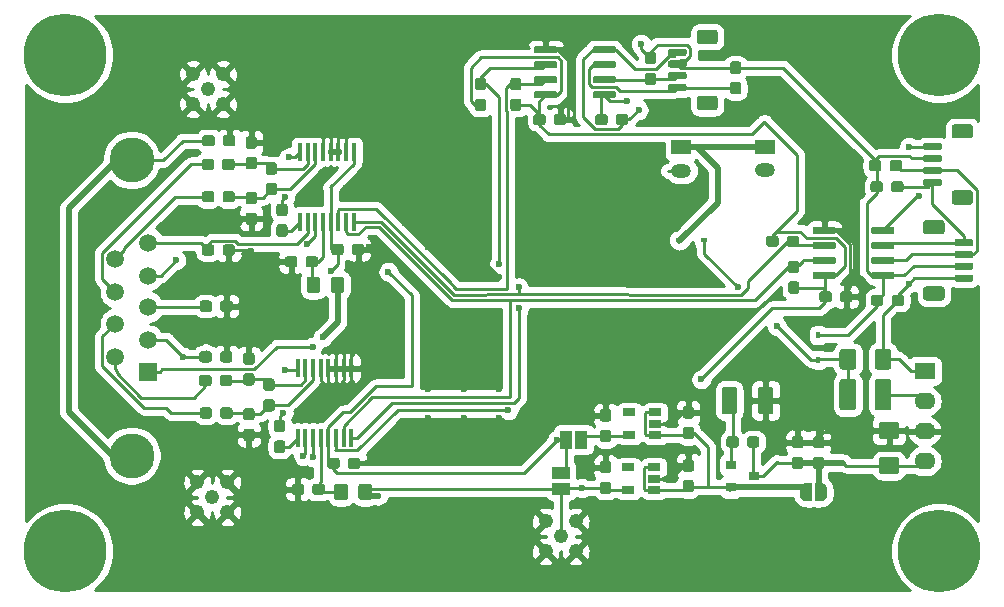
<source format=gtl>
G04 #@! TF.GenerationSoftware,KiCad,Pcbnew,(5.1.5-0)*
G04 #@! TF.CreationDate,2021-08-24T11:58:41-06:00*
G04 #@! TF.ProjectId,2ch-ads,3263682d-6164-4732-9e6b-696361645f70,rev?*
G04 #@! TF.SameCoordinates,Original*
G04 #@! TF.FileFunction,Copper,L1,Top*
G04 #@! TF.FilePolarity,Positive*
%FSLAX46Y46*%
G04 Gerber Fmt 4.6, Leading zero omitted, Abs format (unit mm)*
G04 Created by KiCad (PCBNEW (5.1.5-0)) date 2021-08-24 11:58:41*
%MOMM*%
%LPD*%
G04 APERTURE LIST*
%ADD10C,0.100000*%
%ADD11R,0.450000X1.500000*%
%ADD12C,1.240000*%
%ADD13R,1.500000X1.000000*%
%ADD14R,1.000000X1.500000*%
%ADD15R,1.060000X0.650000*%
%ADD16R,1.800000X1.400000*%
%ADD17O,1.800000X1.400000*%
%ADD18R,0.900000X0.800000*%
%ADD19O,1.700000X1.200000*%
%ADD20R,1.700000X1.200000*%
%ADD21R,0.450000X0.600000*%
%ADD22R,0.600000X0.450000*%
%ADD23C,3.810000*%
%ADD24R,1.520000X1.520000*%
%ADD25C,1.520000*%
%ADD26C,7.000000*%
%ADD27C,0.600000*%
%ADD28C,0.250000*%
%ADD29C,0.500000*%
%ADD30C,0.254000*%
G04 APERTURE END LIST*
G04 #@! TA.AperFunction,SMDPad,CuDef*
D10*
G36*
X109210779Y-99776144D02*
G01*
X109233834Y-99779563D01*
X109256443Y-99785227D01*
X109278387Y-99793079D01*
X109299457Y-99803044D01*
X109319448Y-99815026D01*
X109338168Y-99828910D01*
X109355438Y-99844562D01*
X109371090Y-99861832D01*
X109384974Y-99880552D01*
X109396956Y-99900543D01*
X109406921Y-99921613D01*
X109414773Y-99943557D01*
X109420437Y-99966166D01*
X109423856Y-99989221D01*
X109425000Y-100012500D01*
X109425000Y-100487500D01*
X109423856Y-100510779D01*
X109420437Y-100533834D01*
X109414773Y-100556443D01*
X109406921Y-100578387D01*
X109396956Y-100599457D01*
X109384974Y-100619448D01*
X109371090Y-100638168D01*
X109355438Y-100655438D01*
X109338168Y-100671090D01*
X109319448Y-100684974D01*
X109299457Y-100696956D01*
X109278387Y-100706921D01*
X109256443Y-100714773D01*
X109233834Y-100720437D01*
X109210779Y-100723856D01*
X109187500Y-100725000D01*
X108612500Y-100725000D01*
X108589221Y-100723856D01*
X108566166Y-100720437D01*
X108543557Y-100714773D01*
X108521613Y-100706921D01*
X108500543Y-100696956D01*
X108480552Y-100684974D01*
X108461832Y-100671090D01*
X108444562Y-100655438D01*
X108428910Y-100638168D01*
X108415026Y-100619448D01*
X108403044Y-100599457D01*
X108393079Y-100578387D01*
X108385227Y-100556443D01*
X108379563Y-100533834D01*
X108376144Y-100510779D01*
X108375000Y-100487500D01*
X108375000Y-100012500D01*
X108376144Y-99989221D01*
X108379563Y-99966166D01*
X108385227Y-99943557D01*
X108393079Y-99921613D01*
X108403044Y-99900543D01*
X108415026Y-99880552D01*
X108428910Y-99861832D01*
X108444562Y-99844562D01*
X108461832Y-99828910D01*
X108480552Y-99815026D01*
X108500543Y-99803044D01*
X108521613Y-99793079D01*
X108543557Y-99785227D01*
X108566166Y-99779563D01*
X108589221Y-99776144D01*
X108612500Y-99775000D01*
X109187500Y-99775000D01*
X109210779Y-99776144D01*
G37*
G04 #@! TD.AperFunction*
G04 #@! TA.AperFunction,SMDPad,CuDef*
G36*
X110960779Y-99776144D02*
G01*
X110983834Y-99779563D01*
X111006443Y-99785227D01*
X111028387Y-99793079D01*
X111049457Y-99803044D01*
X111069448Y-99815026D01*
X111088168Y-99828910D01*
X111105438Y-99844562D01*
X111121090Y-99861832D01*
X111134974Y-99880552D01*
X111146956Y-99900543D01*
X111156921Y-99921613D01*
X111164773Y-99943557D01*
X111170437Y-99966166D01*
X111173856Y-99989221D01*
X111175000Y-100012500D01*
X111175000Y-100487500D01*
X111173856Y-100510779D01*
X111170437Y-100533834D01*
X111164773Y-100556443D01*
X111156921Y-100578387D01*
X111146956Y-100599457D01*
X111134974Y-100619448D01*
X111121090Y-100638168D01*
X111105438Y-100655438D01*
X111088168Y-100671090D01*
X111069448Y-100684974D01*
X111049457Y-100696956D01*
X111028387Y-100706921D01*
X111006443Y-100714773D01*
X110983834Y-100720437D01*
X110960779Y-100723856D01*
X110937500Y-100725000D01*
X110362500Y-100725000D01*
X110339221Y-100723856D01*
X110316166Y-100720437D01*
X110293557Y-100714773D01*
X110271613Y-100706921D01*
X110250543Y-100696956D01*
X110230552Y-100684974D01*
X110211832Y-100671090D01*
X110194562Y-100655438D01*
X110178910Y-100638168D01*
X110165026Y-100619448D01*
X110153044Y-100599457D01*
X110143079Y-100578387D01*
X110135227Y-100556443D01*
X110129563Y-100533834D01*
X110126144Y-100510779D01*
X110125000Y-100487500D01*
X110125000Y-100012500D01*
X110126144Y-99989221D01*
X110129563Y-99966166D01*
X110135227Y-99943557D01*
X110143079Y-99921613D01*
X110153044Y-99900543D01*
X110165026Y-99880552D01*
X110178910Y-99861832D01*
X110194562Y-99844562D01*
X110211832Y-99828910D01*
X110230552Y-99815026D01*
X110250543Y-99803044D01*
X110271613Y-99793079D01*
X110293557Y-99785227D01*
X110316166Y-99779563D01*
X110339221Y-99776144D01*
X110362500Y-99775000D01*
X110937500Y-99775000D01*
X110960779Y-99776144D01*
G37*
G04 #@! TD.AperFunction*
G04 #@! TA.AperFunction,SMDPad,CuDef*
G36*
X138514703Y-82055722D02*
G01*
X138529264Y-82057882D01*
X138543543Y-82061459D01*
X138557403Y-82066418D01*
X138570710Y-82072712D01*
X138583336Y-82080280D01*
X138595159Y-82089048D01*
X138606066Y-82098934D01*
X138615952Y-82109841D01*
X138624720Y-82121664D01*
X138632288Y-82134290D01*
X138638582Y-82147597D01*
X138643541Y-82161457D01*
X138647118Y-82175736D01*
X138649278Y-82190297D01*
X138650000Y-82205000D01*
X138650000Y-82505000D01*
X138649278Y-82519703D01*
X138647118Y-82534264D01*
X138643541Y-82548543D01*
X138638582Y-82562403D01*
X138632288Y-82575710D01*
X138624720Y-82588336D01*
X138615952Y-82600159D01*
X138606066Y-82611066D01*
X138595159Y-82620952D01*
X138583336Y-82629720D01*
X138570710Y-82637288D01*
X138557403Y-82643582D01*
X138543543Y-82648541D01*
X138529264Y-82652118D01*
X138514703Y-82654278D01*
X138500000Y-82655000D01*
X136850000Y-82655000D01*
X136835297Y-82654278D01*
X136820736Y-82652118D01*
X136806457Y-82648541D01*
X136792597Y-82643582D01*
X136779290Y-82637288D01*
X136766664Y-82629720D01*
X136754841Y-82620952D01*
X136743934Y-82611066D01*
X136734048Y-82600159D01*
X136725280Y-82588336D01*
X136717712Y-82575710D01*
X136711418Y-82562403D01*
X136706459Y-82548543D01*
X136702882Y-82534264D01*
X136700722Y-82519703D01*
X136700000Y-82505000D01*
X136700000Y-82205000D01*
X136700722Y-82190297D01*
X136702882Y-82175736D01*
X136706459Y-82161457D01*
X136711418Y-82147597D01*
X136717712Y-82134290D01*
X136725280Y-82121664D01*
X136734048Y-82109841D01*
X136743934Y-82098934D01*
X136754841Y-82089048D01*
X136766664Y-82080280D01*
X136779290Y-82072712D01*
X136792597Y-82066418D01*
X136806457Y-82061459D01*
X136820736Y-82057882D01*
X136835297Y-82055722D01*
X136850000Y-82055000D01*
X138500000Y-82055000D01*
X138514703Y-82055722D01*
G37*
G04 #@! TD.AperFunction*
G04 #@! TA.AperFunction,SMDPad,CuDef*
G36*
X138514703Y-80785722D02*
G01*
X138529264Y-80787882D01*
X138543543Y-80791459D01*
X138557403Y-80796418D01*
X138570710Y-80802712D01*
X138583336Y-80810280D01*
X138595159Y-80819048D01*
X138606066Y-80828934D01*
X138615952Y-80839841D01*
X138624720Y-80851664D01*
X138632288Y-80864290D01*
X138638582Y-80877597D01*
X138643541Y-80891457D01*
X138647118Y-80905736D01*
X138649278Y-80920297D01*
X138650000Y-80935000D01*
X138650000Y-81235000D01*
X138649278Y-81249703D01*
X138647118Y-81264264D01*
X138643541Y-81278543D01*
X138638582Y-81292403D01*
X138632288Y-81305710D01*
X138624720Y-81318336D01*
X138615952Y-81330159D01*
X138606066Y-81341066D01*
X138595159Y-81350952D01*
X138583336Y-81359720D01*
X138570710Y-81367288D01*
X138557403Y-81373582D01*
X138543543Y-81378541D01*
X138529264Y-81382118D01*
X138514703Y-81384278D01*
X138500000Y-81385000D01*
X136850000Y-81385000D01*
X136835297Y-81384278D01*
X136820736Y-81382118D01*
X136806457Y-81378541D01*
X136792597Y-81373582D01*
X136779290Y-81367288D01*
X136766664Y-81359720D01*
X136754841Y-81350952D01*
X136743934Y-81341066D01*
X136734048Y-81330159D01*
X136725280Y-81318336D01*
X136717712Y-81305710D01*
X136711418Y-81292403D01*
X136706459Y-81278543D01*
X136702882Y-81264264D01*
X136700722Y-81249703D01*
X136700000Y-81235000D01*
X136700000Y-80935000D01*
X136700722Y-80920297D01*
X136702882Y-80905736D01*
X136706459Y-80891457D01*
X136711418Y-80877597D01*
X136717712Y-80864290D01*
X136725280Y-80851664D01*
X136734048Y-80839841D01*
X136743934Y-80828934D01*
X136754841Y-80819048D01*
X136766664Y-80810280D01*
X136779290Y-80802712D01*
X136792597Y-80796418D01*
X136806457Y-80791459D01*
X136820736Y-80787882D01*
X136835297Y-80785722D01*
X136850000Y-80785000D01*
X138500000Y-80785000D01*
X138514703Y-80785722D01*
G37*
G04 #@! TD.AperFunction*
G04 #@! TA.AperFunction,SMDPad,CuDef*
G36*
X138514703Y-79515722D02*
G01*
X138529264Y-79517882D01*
X138543543Y-79521459D01*
X138557403Y-79526418D01*
X138570710Y-79532712D01*
X138583336Y-79540280D01*
X138595159Y-79549048D01*
X138606066Y-79558934D01*
X138615952Y-79569841D01*
X138624720Y-79581664D01*
X138632288Y-79594290D01*
X138638582Y-79607597D01*
X138643541Y-79621457D01*
X138647118Y-79635736D01*
X138649278Y-79650297D01*
X138650000Y-79665000D01*
X138650000Y-79965000D01*
X138649278Y-79979703D01*
X138647118Y-79994264D01*
X138643541Y-80008543D01*
X138638582Y-80022403D01*
X138632288Y-80035710D01*
X138624720Y-80048336D01*
X138615952Y-80060159D01*
X138606066Y-80071066D01*
X138595159Y-80080952D01*
X138583336Y-80089720D01*
X138570710Y-80097288D01*
X138557403Y-80103582D01*
X138543543Y-80108541D01*
X138529264Y-80112118D01*
X138514703Y-80114278D01*
X138500000Y-80115000D01*
X136850000Y-80115000D01*
X136835297Y-80114278D01*
X136820736Y-80112118D01*
X136806457Y-80108541D01*
X136792597Y-80103582D01*
X136779290Y-80097288D01*
X136766664Y-80089720D01*
X136754841Y-80080952D01*
X136743934Y-80071066D01*
X136734048Y-80060159D01*
X136725280Y-80048336D01*
X136717712Y-80035710D01*
X136711418Y-80022403D01*
X136706459Y-80008543D01*
X136702882Y-79994264D01*
X136700722Y-79979703D01*
X136700000Y-79965000D01*
X136700000Y-79665000D01*
X136700722Y-79650297D01*
X136702882Y-79635736D01*
X136706459Y-79621457D01*
X136711418Y-79607597D01*
X136717712Y-79594290D01*
X136725280Y-79581664D01*
X136734048Y-79569841D01*
X136743934Y-79558934D01*
X136754841Y-79549048D01*
X136766664Y-79540280D01*
X136779290Y-79532712D01*
X136792597Y-79526418D01*
X136806457Y-79521459D01*
X136820736Y-79517882D01*
X136835297Y-79515722D01*
X136850000Y-79515000D01*
X138500000Y-79515000D01*
X138514703Y-79515722D01*
G37*
G04 #@! TD.AperFunction*
G04 #@! TA.AperFunction,SMDPad,CuDef*
G36*
X138514703Y-78245722D02*
G01*
X138529264Y-78247882D01*
X138543543Y-78251459D01*
X138557403Y-78256418D01*
X138570710Y-78262712D01*
X138583336Y-78270280D01*
X138595159Y-78279048D01*
X138606066Y-78288934D01*
X138615952Y-78299841D01*
X138624720Y-78311664D01*
X138632288Y-78324290D01*
X138638582Y-78337597D01*
X138643541Y-78351457D01*
X138647118Y-78365736D01*
X138649278Y-78380297D01*
X138650000Y-78395000D01*
X138650000Y-78695000D01*
X138649278Y-78709703D01*
X138647118Y-78724264D01*
X138643541Y-78738543D01*
X138638582Y-78752403D01*
X138632288Y-78765710D01*
X138624720Y-78778336D01*
X138615952Y-78790159D01*
X138606066Y-78801066D01*
X138595159Y-78810952D01*
X138583336Y-78819720D01*
X138570710Y-78827288D01*
X138557403Y-78833582D01*
X138543543Y-78838541D01*
X138529264Y-78842118D01*
X138514703Y-78844278D01*
X138500000Y-78845000D01*
X136850000Y-78845000D01*
X136835297Y-78844278D01*
X136820736Y-78842118D01*
X136806457Y-78838541D01*
X136792597Y-78833582D01*
X136779290Y-78827288D01*
X136766664Y-78819720D01*
X136754841Y-78810952D01*
X136743934Y-78801066D01*
X136734048Y-78790159D01*
X136725280Y-78778336D01*
X136717712Y-78765710D01*
X136711418Y-78752403D01*
X136706459Y-78738543D01*
X136702882Y-78724264D01*
X136700722Y-78709703D01*
X136700000Y-78695000D01*
X136700000Y-78395000D01*
X136700722Y-78380297D01*
X136702882Y-78365736D01*
X136706459Y-78351457D01*
X136711418Y-78337597D01*
X136717712Y-78324290D01*
X136725280Y-78311664D01*
X136734048Y-78299841D01*
X136743934Y-78288934D01*
X136754841Y-78279048D01*
X136766664Y-78270280D01*
X136779290Y-78262712D01*
X136792597Y-78256418D01*
X136806457Y-78251459D01*
X136820736Y-78247882D01*
X136835297Y-78245722D01*
X136850000Y-78245000D01*
X138500000Y-78245000D01*
X138514703Y-78245722D01*
G37*
G04 #@! TD.AperFunction*
G04 #@! TA.AperFunction,SMDPad,CuDef*
G36*
X143464703Y-78245722D02*
G01*
X143479264Y-78247882D01*
X143493543Y-78251459D01*
X143507403Y-78256418D01*
X143520710Y-78262712D01*
X143533336Y-78270280D01*
X143545159Y-78279048D01*
X143556066Y-78288934D01*
X143565952Y-78299841D01*
X143574720Y-78311664D01*
X143582288Y-78324290D01*
X143588582Y-78337597D01*
X143593541Y-78351457D01*
X143597118Y-78365736D01*
X143599278Y-78380297D01*
X143600000Y-78395000D01*
X143600000Y-78695000D01*
X143599278Y-78709703D01*
X143597118Y-78724264D01*
X143593541Y-78738543D01*
X143588582Y-78752403D01*
X143582288Y-78765710D01*
X143574720Y-78778336D01*
X143565952Y-78790159D01*
X143556066Y-78801066D01*
X143545159Y-78810952D01*
X143533336Y-78819720D01*
X143520710Y-78827288D01*
X143507403Y-78833582D01*
X143493543Y-78838541D01*
X143479264Y-78842118D01*
X143464703Y-78844278D01*
X143450000Y-78845000D01*
X141800000Y-78845000D01*
X141785297Y-78844278D01*
X141770736Y-78842118D01*
X141756457Y-78838541D01*
X141742597Y-78833582D01*
X141729290Y-78827288D01*
X141716664Y-78819720D01*
X141704841Y-78810952D01*
X141693934Y-78801066D01*
X141684048Y-78790159D01*
X141675280Y-78778336D01*
X141667712Y-78765710D01*
X141661418Y-78752403D01*
X141656459Y-78738543D01*
X141652882Y-78724264D01*
X141650722Y-78709703D01*
X141650000Y-78695000D01*
X141650000Y-78395000D01*
X141650722Y-78380297D01*
X141652882Y-78365736D01*
X141656459Y-78351457D01*
X141661418Y-78337597D01*
X141667712Y-78324290D01*
X141675280Y-78311664D01*
X141684048Y-78299841D01*
X141693934Y-78288934D01*
X141704841Y-78279048D01*
X141716664Y-78270280D01*
X141729290Y-78262712D01*
X141742597Y-78256418D01*
X141756457Y-78251459D01*
X141770736Y-78247882D01*
X141785297Y-78245722D01*
X141800000Y-78245000D01*
X143450000Y-78245000D01*
X143464703Y-78245722D01*
G37*
G04 #@! TD.AperFunction*
G04 #@! TA.AperFunction,SMDPad,CuDef*
G36*
X143464703Y-79515722D02*
G01*
X143479264Y-79517882D01*
X143493543Y-79521459D01*
X143507403Y-79526418D01*
X143520710Y-79532712D01*
X143533336Y-79540280D01*
X143545159Y-79549048D01*
X143556066Y-79558934D01*
X143565952Y-79569841D01*
X143574720Y-79581664D01*
X143582288Y-79594290D01*
X143588582Y-79607597D01*
X143593541Y-79621457D01*
X143597118Y-79635736D01*
X143599278Y-79650297D01*
X143600000Y-79665000D01*
X143600000Y-79965000D01*
X143599278Y-79979703D01*
X143597118Y-79994264D01*
X143593541Y-80008543D01*
X143588582Y-80022403D01*
X143582288Y-80035710D01*
X143574720Y-80048336D01*
X143565952Y-80060159D01*
X143556066Y-80071066D01*
X143545159Y-80080952D01*
X143533336Y-80089720D01*
X143520710Y-80097288D01*
X143507403Y-80103582D01*
X143493543Y-80108541D01*
X143479264Y-80112118D01*
X143464703Y-80114278D01*
X143450000Y-80115000D01*
X141800000Y-80115000D01*
X141785297Y-80114278D01*
X141770736Y-80112118D01*
X141756457Y-80108541D01*
X141742597Y-80103582D01*
X141729290Y-80097288D01*
X141716664Y-80089720D01*
X141704841Y-80080952D01*
X141693934Y-80071066D01*
X141684048Y-80060159D01*
X141675280Y-80048336D01*
X141667712Y-80035710D01*
X141661418Y-80022403D01*
X141656459Y-80008543D01*
X141652882Y-79994264D01*
X141650722Y-79979703D01*
X141650000Y-79965000D01*
X141650000Y-79665000D01*
X141650722Y-79650297D01*
X141652882Y-79635736D01*
X141656459Y-79621457D01*
X141661418Y-79607597D01*
X141667712Y-79594290D01*
X141675280Y-79581664D01*
X141684048Y-79569841D01*
X141693934Y-79558934D01*
X141704841Y-79549048D01*
X141716664Y-79540280D01*
X141729290Y-79532712D01*
X141742597Y-79526418D01*
X141756457Y-79521459D01*
X141770736Y-79517882D01*
X141785297Y-79515722D01*
X141800000Y-79515000D01*
X143450000Y-79515000D01*
X143464703Y-79515722D01*
G37*
G04 #@! TD.AperFunction*
G04 #@! TA.AperFunction,SMDPad,CuDef*
G36*
X143464703Y-80785722D02*
G01*
X143479264Y-80787882D01*
X143493543Y-80791459D01*
X143507403Y-80796418D01*
X143520710Y-80802712D01*
X143533336Y-80810280D01*
X143545159Y-80819048D01*
X143556066Y-80828934D01*
X143565952Y-80839841D01*
X143574720Y-80851664D01*
X143582288Y-80864290D01*
X143588582Y-80877597D01*
X143593541Y-80891457D01*
X143597118Y-80905736D01*
X143599278Y-80920297D01*
X143600000Y-80935000D01*
X143600000Y-81235000D01*
X143599278Y-81249703D01*
X143597118Y-81264264D01*
X143593541Y-81278543D01*
X143588582Y-81292403D01*
X143582288Y-81305710D01*
X143574720Y-81318336D01*
X143565952Y-81330159D01*
X143556066Y-81341066D01*
X143545159Y-81350952D01*
X143533336Y-81359720D01*
X143520710Y-81367288D01*
X143507403Y-81373582D01*
X143493543Y-81378541D01*
X143479264Y-81382118D01*
X143464703Y-81384278D01*
X143450000Y-81385000D01*
X141800000Y-81385000D01*
X141785297Y-81384278D01*
X141770736Y-81382118D01*
X141756457Y-81378541D01*
X141742597Y-81373582D01*
X141729290Y-81367288D01*
X141716664Y-81359720D01*
X141704841Y-81350952D01*
X141693934Y-81341066D01*
X141684048Y-81330159D01*
X141675280Y-81318336D01*
X141667712Y-81305710D01*
X141661418Y-81292403D01*
X141656459Y-81278543D01*
X141652882Y-81264264D01*
X141650722Y-81249703D01*
X141650000Y-81235000D01*
X141650000Y-80935000D01*
X141650722Y-80920297D01*
X141652882Y-80905736D01*
X141656459Y-80891457D01*
X141661418Y-80877597D01*
X141667712Y-80864290D01*
X141675280Y-80851664D01*
X141684048Y-80839841D01*
X141693934Y-80828934D01*
X141704841Y-80819048D01*
X141716664Y-80810280D01*
X141729290Y-80802712D01*
X141742597Y-80796418D01*
X141756457Y-80791459D01*
X141770736Y-80787882D01*
X141785297Y-80785722D01*
X141800000Y-80785000D01*
X143450000Y-80785000D01*
X143464703Y-80785722D01*
G37*
G04 #@! TD.AperFunction*
G04 #@! TA.AperFunction,SMDPad,CuDef*
G36*
X143464703Y-82055722D02*
G01*
X143479264Y-82057882D01*
X143493543Y-82061459D01*
X143507403Y-82066418D01*
X143520710Y-82072712D01*
X143533336Y-82080280D01*
X143545159Y-82089048D01*
X143556066Y-82098934D01*
X143565952Y-82109841D01*
X143574720Y-82121664D01*
X143582288Y-82134290D01*
X143588582Y-82147597D01*
X143593541Y-82161457D01*
X143597118Y-82175736D01*
X143599278Y-82190297D01*
X143600000Y-82205000D01*
X143600000Y-82505000D01*
X143599278Y-82519703D01*
X143597118Y-82534264D01*
X143593541Y-82548543D01*
X143588582Y-82562403D01*
X143582288Y-82575710D01*
X143574720Y-82588336D01*
X143565952Y-82600159D01*
X143556066Y-82611066D01*
X143545159Y-82620952D01*
X143533336Y-82629720D01*
X143520710Y-82637288D01*
X143507403Y-82643582D01*
X143493543Y-82648541D01*
X143479264Y-82652118D01*
X143464703Y-82654278D01*
X143450000Y-82655000D01*
X141800000Y-82655000D01*
X141785297Y-82654278D01*
X141770736Y-82652118D01*
X141756457Y-82648541D01*
X141742597Y-82643582D01*
X141729290Y-82637288D01*
X141716664Y-82629720D01*
X141704841Y-82620952D01*
X141693934Y-82611066D01*
X141684048Y-82600159D01*
X141675280Y-82588336D01*
X141667712Y-82575710D01*
X141661418Y-82562403D01*
X141656459Y-82548543D01*
X141652882Y-82534264D01*
X141650722Y-82519703D01*
X141650000Y-82505000D01*
X141650000Y-82205000D01*
X141650722Y-82190297D01*
X141652882Y-82175736D01*
X141656459Y-82161457D01*
X141661418Y-82147597D01*
X141667712Y-82134290D01*
X141675280Y-82121664D01*
X141684048Y-82109841D01*
X141693934Y-82098934D01*
X141704841Y-82089048D01*
X141716664Y-82080280D01*
X141729290Y-82072712D01*
X141742597Y-82066418D01*
X141756457Y-82061459D01*
X141770736Y-82057882D01*
X141785297Y-82055722D01*
X141800000Y-82055000D01*
X143450000Y-82055000D01*
X143464703Y-82055722D01*
G37*
G04 #@! TD.AperFunction*
G04 #@! TA.AperFunction,SMDPad,CuDef*
G36*
X135410779Y-80926144D02*
G01*
X135433834Y-80929563D01*
X135456443Y-80935227D01*
X135478387Y-80943079D01*
X135499457Y-80953044D01*
X135519448Y-80965026D01*
X135538168Y-80978910D01*
X135555438Y-80994562D01*
X135571090Y-81011832D01*
X135584974Y-81030552D01*
X135596956Y-81050543D01*
X135606921Y-81071613D01*
X135614773Y-81093557D01*
X135620437Y-81116166D01*
X135623856Y-81139221D01*
X135625000Y-81162500D01*
X135625000Y-81737500D01*
X135623856Y-81760779D01*
X135620437Y-81783834D01*
X135614773Y-81806443D01*
X135606921Y-81828387D01*
X135596956Y-81849457D01*
X135584974Y-81869448D01*
X135571090Y-81888168D01*
X135555438Y-81905438D01*
X135538168Y-81921090D01*
X135519448Y-81934974D01*
X135499457Y-81946956D01*
X135478387Y-81956921D01*
X135456443Y-81964773D01*
X135433834Y-81970437D01*
X135410779Y-81973856D01*
X135387500Y-81975000D01*
X134912500Y-81975000D01*
X134889221Y-81973856D01*
X134866166Y-81970437D01*
X134843557Y-81964773D01*
X134821613Y-81956921D01*
X134800543Y-81946956D01*
X134780552Y-81934974D01*
X134761832Y-81921090D01*
X134744562Y-81905438D01*
X134728910Y-81888168D01*
X134715026Y-81869448D01*
X134703044Y-81849457D01*
X134693079Y-81828387D01*
X134685227Y-81806443D01*
X134679563Y-81783834D01*
X134676144Y-81760779D01*
X134675000Y-81737500D01*
X134675000Y-81162500D01*
X134676144Y-81139221D01*
X134679563Y-81116166D01*
X134685227Y-81093557D01*
X134693079Y-81071613D01*
X134703044Y-81050543D01*
X134715026Y-81030552D01*
X134728910Y-81011832D01*
X134744562Y-80994562D01*
X134761832Y-80978910D01*
X134780552Y-80965026D01*
X134800543Y-80953044D01*
X134821613Y-80943079D01*
X134843557Y-80935227D01*
X134866166Y-80929563D01*
X134889221Y-80926144D01*
X134912500Y-80925000D01*
X135387500Y-80925000D01*
X135410779Y-80926144D01*
G37*
G04 #@! TD.AperFunction*
G04 #@! TA.AperFunction,SMDPad,CuDef*
G36*
X135410779Y-82676144D02*
G01*
X135433834Y-82679563D01*
X135456443Y-82685227D01*
X135478387Y-82693079D01*
X135499457Y-82703044D01*
X135519448Y-82715026D01*
X135538168Y-82728910D01*
X135555438Y-82744562D01*
X135571090Y-82761832D01*
X135584974Y-82780552D01*
X135596956Y-82800543D01*
X135606921Y-82821613D01*
X135614773Y-82843557D01*
X135620437Y-82866166D01*
X135623856Y-82889221D01*
X135625000Y-82912500D01*
X135625000Y-83487500D01*
X135623856Y-83510779D01*
X135620437Y-83533834D01*
X135614773Y-83556443D01*
X135606921Y-83578387D01*
X135596956Y-83599457D01*
X135584974Y-83619448D01*
X135571090Y-83638168D01*
X135555438Y-83655438D01*
X135538168Y-83671090D01*
X135519448Y-83684974D01*
X135499457Y-83696956D01*
X135478387Y-83706921D01*
X135456443Y-83714773D01*
X135433834Y-83720437D01*
X135410779Y-83723856D01*
X135387500Y-83725000D01*
X134912500Y-83725000D01*
X134889221Y-83723856D01*
X134866166Y-83720437D01*
X134843557Y-83714773D01*
X134821613Y-83706921D01*
X134800543Y-83696956D01*
X134780552Y-83684974D01*
X134761832Y-83671090D01*
X134744562Y-83655438D01*
X134728910Y-83638168D01*
X134715026Y-83619448D01*
X134703044Y-83599457D01*
X134693079Y-83578387D01*
X134685227Y-83556443D01*
X134679563Y-83533834D01*
X134676144Y-83510779D01*
X134675000Y-83487500D01*
X134675000Y-82912500D01*
X134676144Y-82889221D01*
X134679563Y-82866166D01*
X134685227Y-82843557D01*
X134693079Y-82821613D01*
X134703044Y-82800543D01*
X134715026Y-82780552D01*
X134728910Y-82761832D01*
X134744562Y-82744562D01*
X134761832Y-82728910D01*
X134780552Y-82715026D01*
X134800543Y-82703044D01*
X134821613Y-82693079D01*
X134843557Y-82685227D01*
X134866166Y-82679563D01*
X134889221Y-82676144D01*
X134912500Y-82675000D01*
X135387500Y-82675000D01*
X135410779Y-82676144D01*
G37*
G04 #@! TD.AperFunction*
G04 #@! TA.AperFunction,SMDPad,CuDef*
G36*
X132410779Y-80926144D02*
G01*
X132433834Y-80929563D01*
X132456443Y-80935227D01*
X132478387Y-80943079D01*
X132499457Y-80953044D01*
X132519448Y-80965026D01*
X132538168Y-80978910D01*
X132555438Y-80994562D01*
X132571090Y-81011832D01*
X132584974Y-81030552D01*
X132596956Y-81050543D01*
X132606921Y-81071613D01*
X132614773Y-81093557D01*
X132620437Y-81116166D01*
X132623856Y-81139221D01*
X132625000Y-81162500D01*
X132625000Y-81737500D01*
X132623856Y-81760779D01*
X132620437Y-81783834D01*
X132614773Y-81806443D01*
X132606921Y-81828387D01*
X132596956Y-81849457D01*
X132584974Y-81869448D01*
X132571090Y-81888168D01*
X132555438Y-81905438D01*
X132538168Y-81921090D01*
X132519448Y-81934974D01*
X132499457Y-81946956D01*
X132478387Y-81956921D01*
X132456443Y-81964773D01*
X132433834Y-81970437D01*
X132410779Y-81973856D01*
X132387500Y-81975000D01*
X131912500Y-81975000D01*
X131889221Y-81973856D01*
X131866166Y-81970437D01*
X131843557Y-81964773D01*
X131821613Y-81956921D01*
X131800543Y-81946956D01*
X131780552Y-81934974D01*
X131761832Y-81921090D01*
X131744562Y-81905438D01*
X131728910Y-81888168D01*
X131715026Y-81869448D01*
X131703044Y-81849457D01*
X131693079Y-81828387D01*
X131685227Y-81806443D01*
X131679563Y-81783834D01*
X131676144Y-81760779D01*
X131675000Y-81737500D01*
X131675000Y-81162500D01*
X131676144Y-81139221D01*
X131679563Y-81116166D01*
X131685227Y-81093557D01*
X131693079Y-81071613D01*
X131703044Y-81050543D01*
X131715026Y-81030552D01*
X131728910Y-81011832D01*
X131744562Y-80994562D01*
X131761832Y-80978910D01*
X131780552Y-80965026D01*
X131800543Y-80953044D01*
X131821613Y-80943079D01*
X131843557Y-80935227D01*
X131866166Y-80929563D01*
X131889221Y-80926144D01*
X131912500Y-80925000D01*
X132387500Y-80925000D01*
X132410779Y-80926144D01*
G37*
G04 #@! TD.AperFunction*
G04 #@! TA.AperFunction,SMDPad,CuDef*
G36*
X132410779Y-82676144D02*
G01*
X132433834Y-82679563D01*
X132456443Y-82685227D01*
X132478387Y-82693079D01*
X132499457Y-82703044D01*
X132519448Y-82715026D01*
X132538168Y-82728910D01*
X132555438Y-82744562D01*
X132571090Y-82761832D01*
X132584974Y-82780552D01*
X132596956Y-82800543D01*
X132606921Y-82821613D01*
X132614773Y-82843557D01*
X132620437Y-82866166D01*
X132623856Y-82889221D01*
X132625000Y-82912500D01*
X132625000Y-83487500D01*
X132623856Y-83510779D01*
X132620437Y-83533834D01*
X132614773Y-83556443D01*
X132606921Y-83578387D01*
X132596956Y-83599457D01*
X132584974Y-83619448D01*
X132571090Y-83638168D01*
X132555438Y-83655438D01*
X132538168Y-83671090D01*
X132519448Y-83684974D01*
X132499457Y-83696956D01*
X132478387Y-83706921D01*
X132456443Y-83714773D01*
X132433834Y-83720437D01*
X132410779Y-83723856D01*
X132387500Y-83725000D01*
X131912500Y-83725000D01*
X131889221Y-83723856D01*
X131866166Y-83720437D01*
X131843557Y-83714773D01*
X131821613Y-83706921D01*
X131800543Y-83696956D01*
X131780552Y-83684974D01*
X131761832Y-83671090D01*
X131744562Y-83655438D01*
X131728910Y-83638168D01*
X131715026Y-83619448D01*
X131703044Y-83599457D01*
X131693079Y-83578387D01*
X131685227Y-83556443D01*
X131679563Y-83533834D01*
X131676144Y-83510779D01*
X131675000Y-83487500D01*
X131675000Y-82912500D01*
X131676144Y-82889221D01*
X131679563Y-82866166D01*
X131685227Y-82843557D01*
X131693079Y-82821613D01*
X131703044Y-82800543D01*
X131715026Y-82780552D01*
X131728910Y-82761832D01*
X131744562Y-82744562D01*
X131761832Y-82728910D01*
X131780552Y-82715026D01*
X131800543Y-82703044D01*
X131821613Y-82693079D01*
X131843557Y-82685227D01*
X131866166Y-82679563D01*
X131889221Y-82676144D01*
X131912500Y-82675000D01*
X132387500Y-82675000D01*
X132410779Y-82676144D01*
G37*
G04 #@! TD.AperFunction*
G04 #@! TA.AperFunction,SMDPad,CuDef*
G36*
X154010779Y-79526144D02*
G01*
X154033834Y-79529563D01*
X154056443Y-79535227D01*
X154078387Y-79543079D01*
X154099457Y-79553044D01*
X154119448Y-79565026D01*
X154138168Y-79578910D01*
X154155438Y-79594562D01*
X154171090Y-79611832D01*
X154184974Y-79630552D01*
X154196956Y-79650543D01*
X154206921Y-79671613D01*
X154214773Y-79693557D01*
X154220437Y-79716166D01*
X154223856Y-79739221D01*
X154225000Y-79762500D01*
X154225000Y-80337500D01*
X154223856Y-80360779D01*
X154220437Y-80383834D01*
X154214773Y-80406443D01*
X154206921Y-80428387D01*
X154196956Y-80449457D01*
X154184974Y-80469448D01*
X154171090Y-80488168D01*
X154155438Y-80505438D01*
X154138168Y-80521090D01*
X154119448Y-80534974D01*
X154099457Y-80546956D01*
X154078387Y-80556921D01*
X154056443Y-80564773D01*
X154033834Y-80570437D01*
X154010779Y-80573856D01*
X153987500Y-80575000D01*
X153512500Y-80575000D01*
X153489221Y-80573856D01*
X153466166Y-80570437D01*
X153443557Y-80564773D01*
X153421613Y-80556921D01*
X153400543Y-80546956D01*
X153380552Y-80534974D01*
X153361832Y-80521090D01*
X153344562Y-80505438D01*
X153328910Y-80488168D01*
X153315026Y-80469448D01*
X153303044Y-80449457D01*
X153293079Y-80428387D01*
X153285227Y-80406443D01*
X153279563Y-80383834D01*
X153276144Y-80360779D01*
X153275000Y-80337500D01*
X153275000Y-79762500D01*
X153276144Y-79739221D01*
X153279563Y-79716166D01*
X153285227Y-79693557D01*
X153293079Y-79671613D01*
X153303044Y-79650543D01*
X153315026Y-79630552D01*
X153328910Y-79611832D01*
X153344562Y-79594562D01*
X153361832Y-79578910D01*
X153380552Y-79565026D01*
X153400543Y-79553044D01*
X153421613Y-79543079D01*
X153443557Y-79535227D01*
X153466166Y-79529563D01*
X153489221Y-79526144D01*
X153512500Y-79525000D01*
X153987500Y-79525000D01*
X154010779Y-79526144D01*
G37*
G04 #@! TD.AperFunction*
G04 #@! TA.AperFunction,SMDPad,CuDef*
G36*
X154010779Y-81276144D02*
G01*
X154033834Y-81279563D01*
X154056443Y-81285227D01*
X154078387Y-81293079D01*
X154099457Y-81303044D01*
X154119448Y-81315026D01*
X154138168Y-81328910D01*
X154155438Y-81344562D01*
X154171090Y-81361832D01*
X154184974Y-81380552D01*
X154196956Y-81400543D01*
X154206921Y-81421613D01*
X154214773Y-81443557D01*
X154220437Y-81466166D01*
X154223856Y-81489221D01*
X154225000Y-81512500D01*
X154225000Y-82087500D01*
X154223856Y-82110779D01*
X154220437Y-82133834D01*
X154214773Y-82156443D01*
X154206921Y-82178387D01*
X154196956Y-82199457D01*
X154184974Y-82219448D01*
X154171090Y-82238168D01*
X154155438Y-82255438D01*
X154138168Y-82271090D01*
X154119448Y-82284974D01*
X154099457Y-82296956D01*
X154078387Y-82306921D01*
X154056443Y-82314773D01*
X154033834Y-82320437D01*
X154010779Y-82323856D01*
X153987500Y-82325000D01*
X153512500Y-82325000D01*
X153489221Y-82323856D01*
X153466166Y-82320437D01*
X153443557Y-82314773D01*
X153421613Y-82306921D01*
X153400543Y-82296956D01*
X153380552Y-82284974D01*
X153361832Y-82271090D01*
X153344562Y-82255438D01*
X153328910Y-82238168D01*
X153315026Y-82219448D01*
X153303044Y-82199457D01*
X153293079Y-82178387D01*
X153285227Y-82156443D01*
X153279563Y-82133834D01*
X153276144Y-82110779D01*
X153275000Y-82087500D01*
X153275000Y-81512500D01*
X153276144Y-81489221D01*
X153279563Y-81466166D01*
X153285227Y-81443557D01*
X153293079Y-81421613D01*
X153303044Y-81400543D01*
X153315026Y-81380552D01*
X153328910Y-81361832D01*
X153344562Y-81344562D01*
X153361832Y-81328910D01*
X153380552Y-81315026D01*
X153400543Y-81303044D01*
X153421613Y-81293079D01*
X153443557Y-81285227D01*
X153466166Y-81279563D01*
X153489221Y-81276144D01*
X153512500Y-81275000D01*
X153987500Y-81275000D01*
X154010779Y-81276144D01*
G37*
G04 #@! TD.AperFunction*
G04 #@! TA.AperFunction,SMDPad,CuDef*
G36*
X146810779Y-78726144D02*
G01*
X146833834Y-78729563D01*
X146856443Y-78735227D01*
X146878387Y-78743079D01*
X146899457Y-78753044D01*
X146919448Y-78765026D01*
X146938168Y-78778910D01*
X146955438Y-78794562D01*
X146971090Y-78811832D01*
X146984974Y-78830552D01*
X146996956Y-78850543D01*
X147006921Y-78871613D01*
X147014773Y-78893557D01*
X147020437Y-78916166D01*
X147023856Y-78939221D01*
X147025000Y-78962500D01*
X147025000Y-79537500D01*
X147023856Y-79560779D01*
X147020437Y-79583834D01*
X147014773Y-79606443D01*
X147006921Y-79628387D01*
X146996956Y-79649457D01*
X146984974Y-79669448D01*
X146971090Y-79688168D01*
X146955438Y-79705438D01*
X146938168Y-79721090D01*
X146919448Y-79734974D01*
X146899457Y-79746956D01*
X146878387Y-79756921D01*
X146856443Y-79764773D01*
X146833834Y-79770437D01*
X146810779Y-79773856D01*
X146787500Y-79775000D01*
X146312500Y-79775000D01*
X146289221Y-79773856D01*
X146266166Y-79770437D01*
X146243557Y-79764773D01*
X146221613Y-79756921D01*
X146200543Y-79746956D01*
X146180552Y-79734974D01*
X146161832Y-79721090D01*
X146144562Y-79705438D01*
X146128910Y-79688168D01*
X146115026Y-79669448D01*
X146103044Y-79649457D01*
X146093079Y-79628387D01*
X146085227Y-79606443D01*
X146079563Y-79583834D01*
X146076144Y-79560779D01*
X146075000Y-79537500D01*
X146075000Y-78962500D01*
X146076144Y-78939221D01*
X146079563Y-78916166D01*
X146085227Y-78893557D01*
X146093079Y-78871613D01*
X146103044Y-78850543D01*
X146115026Y-78830552D01*
X146128910Y-78811832D01*
X146144562Y-78794562D01*
X146161832Y-78778910D01*
X146180552Y-78765026D01*
X146200543Y-78753044D01*
X146221613Y-78743079D01*
X146243557Y-78735227D01*
X146266166Y-78729563D01*
X146289221Y-78726144D01*
X146312500Y-78725000D01*
X146787500Y-78725000D01*
X146810779Y-78726144D01*
G37*
G04 #@! TD.AperFunction*
G04 #@! TA.AperFunction,SMDPad,CuDef*
G36*
X146810779Y-80476144D02*
G01*
X146833834Y-80479563D01*
X146856443Y-80485227D01*
X146878387Y-80493079D01*
X146899457Y-80503044D01*
X146919448Y-80515026D01*
X146938168Y-80528910D01*
X146955438Y-80544562D01*
X146971090Y-80561832D01*
X146984974Y-80580552D01*
X146996956Y-80600543D01*
X147006921Y-80621613D01*
X147014773Y-80643557D01*
X147020437Y-80666166D01*
X147023856Y-80689221D01*
X147025000Y-80712500D01*
X147025000Y-81287500D01*
X147023856Y-81310779D01*
X147020437Y-81333834D01*
X147014773Y-81356443D01*
X147006921Y-81378387D01*
X146996956Y-81399457D01*
X146984974Y-81419448D01*
X146971090Y-81438168D01*
X146955438Y-81455438D01*
X146938168Y-81471090D01*
X146919448Y-81484974D01*
X146899457Y-81496956D01*
X146878387Y-81506921D01*
X146856443Y-81514773D01*
X146833834Y-81520437D01*
X146810779Y-81523856D01*
X146787500Y-81525000D01*
X146312500Y-81525000D01*
X146289221Y-81523856D01*
X146266166Y-81520437D01*
X146243557Y-81514773D01*
X146221613Y-81506921D01*
X146200543Y-81496956D01*
X146180552Y-81484974D01*
X146161832Y-81471090D01*
X146144562Y-81455438D01*
X146128910Y-81438168D01*
X146115026Y-81419448D01*
X146103044Y-81399457D01*
X146093079Y-81378387D01*
X146085227Y-81356443D01*
X146079563Y-81333834D01*
X146076144Y-81310779D01*
X146075000Y-81287500D01*
X146075000Y-80712500D01*
X146076144Y-80689221D01*
X146079563Y-80666166D01*
X146085227Y-80643557D01*
X146093079Y-80621613D01*
X146103044Y-80600543D01*
X146115026Y-80580552D01*
X146128910Y-80561832D01*
X146144562Y-80544562D01*
X146161832Y-80528910D01*
X146180552Y-80515026D01*
X146200543Y-80503044D01*
X146221613Y-80493079D01*
X146243557Y-80485227D01*
X146266166Y-80479563D01*
X146289221Y-80476144D01*
X146312500Y-80475000D01*
X146787500Y-80475000D01*
X146810779Y-80476144D01*
G37*
G04 #@! TD.AperFunction*
G04 #@! TA.AperFunction,SMDPad,CuDef*
G36*
X152024505Y-82451204D02*
G01*
X152048773Y-82454804D01*
X152072572Y-82460765D01*
X152095671Y-82469030D01*
X152117850Y-82479520D01*
X152138893Y-82492132D01*
X152158599Y-82506747D01*
X152176777Y-82523223D01*
X152193253Y-82541401D01*
X152207868Y-82561107D01*
X152220480Y-82582150D01*
X152230970Y-82604329D01*
X152239235Y-82627428D01*
X152245196Y-82651227D01*
X152248796Y-82675495D01*
X152250000Y-82699999D01*
X152250000Y-83400001D01*
X152248796Y-83424505D01*
X152245196Y-83448773D01*
X152239235Y-83472572D01*
X152230970Y-83495671D01*
X152220480Y-83517850D01*
X152207868Y-83538893D01*
X152193253Y-83558599D01*
X152176777Y-83576777D01*
X152158599Y-83593253D01*
X152138893Y-83607868D01*
X152117850Y-83620480D01*
X152095671Y-83630970D01*
X152072572Y-83639235D01*
X152048773Y-83645196D01*
X152024505Y-83648796D01*
X152000001Y-83650000D01*
X150699999Y-83650000D01*
X150675495Y-83648796D01*
X150651227Y-83645196D01*
X150627428Y-83639235D01*
X150604329Y-83630970D01*
X150582150Y-83620480D01*
X150561107Y-83607868D01*
X150541401Y-83593253D01*
X150523223Y-83576777D01*
X150506747Y-83558599D01*
X150492132Y-83538893D01*
X150479520Y-83517850D01*
X150469030Y-83495671D01*
X150460765Y-83472572D01*
X150454804Y-83448773D01*
X150451204Y-83424505D01*
X150450000Y-83400001D01*
X150450000Y-82699999D01*
X150451204Y-82675495D01*
X150454804Y-82651227D01*
X150460765Y-82627428D01*
X150469030Y-82604329D01*
X150479520Y-82582150D01*
X150492132Y-82561107D01*
X150506747Y-82541401D01*
X150523223Y-82523223D01*
X150541401Y-82506747D01*
X150561107Y-82492132D01*
X150582150Y-82479520D01*
X150604329Y-82469030D01*
X150627428Y-82460765D01*
X150651227Y-82454804D01*
X150675495Y-82451204D01*
X150699999Y-82450000D01*
X152000001Y-82450000D01*
X152024505Y-82451204D01*
G37*
G04 #@! TD.AperFunction*
G04 #@! TA.AperFunction,SMDPad,CuDef*
G36*
X152024505Y-76851204D02*
G01*
X152048773Y-76854804D01*
X152072572Y-76860765D01*
X152095671Y-76869030D01*
X152117850Y-76879520D01*
X152138893Y-76892132D01*
X152158599Y-76906747D01*
X152176777Y-76923223D01*
X152193253Y-76941401D01*
X152207868Y-76961107D01*
X152220480Y-76982150D01*
X152230970Y-77004329D01*
X152239235Y-77027428D01*
X152245196Y-77051227D01*
X152248796Y-77075495D01*
X152250000Y-77099999D01*
X152250000Y-77800001D01*
X152248796Y-77824505D01*
X152245196Y-77848773D01*
X152239235Y-77872572D01*
X152230970Y-77895671D01*
X152220480Y-77917850D01*
X152207868Y-77938893D01*
X152193253Y-77958599D01*
X152176777Y-77976777D01*
X152158599Y-77993253D01*
X152138893Y-78007868D01*
X152117850Y-78020480D01*
X152095671Y-78030970D01*
X152072572Y-78039235D01*
X152048773Y-78045196D01*
X152024505Y-78048796D01*
X152000001Y-78050000D01*
X150699999Y-78050000D01*
X150675495Y-78048796D01*
X150651227Y-78045196D01*
X150627428Y-78039235D01*
X150604329Y-78030970D01*
X150582150Y-78020480D01*
X150561107Y-78007868D01*
X150541401Y-77993253D01*
X150523223Y-77976777D01*
X150506747Y-77958599D01*
X150492132Y-77938893D01*
X150479520Y-77917850D01*
X150469030Y-77895671D01*
X150460765Y-77872572D01*
X150454804Y-77848773D01*
X150451204Y-77824505D01*
X150450000Y-77800001D01*
X150450000Y-77099999D01*
X150451204Y-77075495D01*
X150454804Y-77051227D01*
X150460765Y-77027428D01*
X150469030Y-77004329D01*
X150479520Y-76982150D01*
X150492132Y-76961107D01*
X150506747Y-76941401D01*
X150523223Y-76923223D01*
X150541401Y-76906747D01*
X150561107Y-76892132D01*
X150582150Y-76879520D01*
X150604329Y-76869030D01*
X150627428Y-76860765D01*
X150651227Y-76854804D01*
X150675495Y-76851204D01*
X150699999Y-76850000D01*
X152000001Y-76850000D01*
X152024505Y-76851204D01*
G37*
G04 #@! TD.AperFunction*
G04 #@! TA.AperFunction,SMDPad,CuDef*
G36*
X149464703Y-81450722D02*
G01*
X149479264Y-81452882D01*
X149493543Y-81456459D01*
X149507403Y-81461418D01*
X149520710Y-81467712D01*
X149533336Y-81475280D01*
X149545159Y-81484048D01*
X149556066Y-81493934D01*
X149565952Y-81504841D01*
X149574720Y-81516664D01*
X149582288Y-81529290D01*
X149588582Y-81542597D01*
X149593541Y-81556457D01*
X149597118Y-81570736D01*
X149599278Y-81585297D01*
X149600000Y-81600000D01*
X149600000Y-81900000D01*
X149599278Y-81914703D01*
X149597118Y-81929264D01*
X149593541Y-81943543D01*
X149588582Y-81957403D01*
X149582288Y-81970710D01*
X149574720Y-81983336D01*
X149565952Y-81995159D01*
X149556066Y-82006066D01*
X149545159Y-82015952D01*
X149533336Y-82024720D01*
X149520710Y-82032288D01*
X149507403Y-82038582D01*
X149493543Y-82043541D01*
X149479264Y-82047118D01*
X149464703Y-82049278D01*
X149450000Y-82050000D01*
X148200000Y-82050000D01*
X148185297Y-82049278D01*
X148170736Y-82047118D01*
X148156457Y-82043541D01*
X148142597Y-82038582D01*
X148129290Y-82032288D01*
X148116664Y-82024720D01*
X148104841Y-82015952D01*
X148093934Y-82006066D01*
X148084048Y-81995159D01*
X148075280Y-81983336D01*
X148067712Y-81970710D01*
X148061418Y-81957403D01*
X148056459Y-81943543D01*
X148052882Y-81929264D01*
X148050722Y-81914703D01*
X148050000Y-81900000D01*
X148050000Y-81600000D01*
X148050722Y-81585297D01*
X148052882Y-81570736D01*
X148056459Y-81556457D01*
X148061418Y-81542597D01*
X148067712Y-81529290D01*
X148075280Y-81516664D01*
X148084048Y-81504841D01*
X148093934Y-81493934D01*
X148104841Y-81484048D01*
X148116664Y-81475280D01*
X148129290Y-81467712D01*
X148142597Y-81461418D01*
X148156457Y-81456459D01*
X148170736Y-81452882D01*
X148185297Y-81450722D01*
X148200000Y-81450000D01*
X149450000Y-81450000D01*
X149464703Y-81450722D01*
G37*
G04 #@! TD.AperFunction*
G04 #@! TA.AperFunction,SMDPad,CuDef*
G36*
X149464703Y-80450722D02*
G01*
X149479264Y-80452882D01*
X149493543Y-80456459D01*
X149507403Y-80461418D01*
X149520710Y-80467712D01*
X149533336Y-80475280D01*
X149545159Y-80484048D01*
X149556066Y-80493934D01*
X149565952Y-80504841D01*
X149574720Y-80516664D01*
X149582288Y-80529290D01*
X149588582Y-80542597D01*
X149593541Y-80556457D01*
X149597118Y-80570736D01*
X149599278Y-80585297D01*
X149600000Y-80600000D01*
X149600000Y-80900000D01*
X149599278Y-80914703D01*
X149597118Y-80929264D01*
X149593541Y-80943543D01*
X149588582Y-80957403D01*
X149582288Y-80970710D01*
X149574720Y-80983336D01*
X149565952Y-80995159D01*
X149556066Y-81006066D01*
X149545159Y-81015952D01*
X149533336Y-81024720D01*
X149520710Y-81032288D01*
X149507403Y-81038582D01*
X149493543Y-81043541D01*
X149479264Y-81047118D01*
X149464703Y-81049278D01*
X149450000Y-81050000D01*
X148200000Y-81050000D01*
X148185297Y-81049278D01*
X148170736Y-81047118D01*
X148156457Y-81043541D01*
X148142597Y-81038582D01*
X148129290Y-81032288D01*
X148116664Y-81024720D01*
X148104841Y-81015952D01*
X148093934Y-81006066D01*
X148084048Y-80995159D01*
X148075280Y-80983336D01*
X148067712Y-80970710D01*
X148061418Y-80957403D01*
X148056459Y-80943543D01*
X148052882Y-80929264D01*
X148050722Y-80914703D01*
X148050000Y-80900000D01*
X148050000Y-80600000D01*
X148050722Y-80585297D01*
X148052882Y-80570736D01*
X148056459Y-80556457D01*
X148061418Y-80542597D01*
X148067712Y-80529290D01*
X148075280Y-80516664D01*
X148084048Y-80504841D01*
X148093934Y-80493934D01*
X148104841Y-80484048D01*
X148116664Y-80475280D01*
X148129290Y-80467712D01*
X148142597Y-80461418D01*
X148156457Y-80456459D01*
X148170736Y-80452882D01*
X148185297Y-80450722D01*
X148200000Y-80450000D01*
X149450000Y-80450000D01*
X149464703Y-80450722D01*
G37*
G04 #@! TD.AperFunction*
G04 #@! TA.AperFunction,SMDPad,CuDef*
G36*
X149464703Y-79450722D02*
G01*
X149479264Y-79452882D01*
X149493543Y-79456459D01*
X149507403Y-79461418D01*
X149520710Y-79467712D01*
X149533336Y-79475280D01*
X149545159Y-79484048D01*
X149556066Y-79493934D01*
X149565952Y-79504841D01*
X149574720Y-79516664D01*
X149582288Y-79529290D01*
X149588582Y-79542597D01*
X149593541Y-79556457D01*
X149597118Y-79570736D01*
X149599278Y-79585297D01*
X149600000Y-79600000D01*
X149600000Y-79900000D01*
X149599278Y-79914703D01*
X149597118Y-79929264D01*
X149593541Y-79943543D01*
X149588582Y-79957403D01*
X149582288Y-79970710D01*
X149574720Y-79983336D01*
X149565952Y-79995159D01*
X149556066Y-80006066D01*
X149545159Y-80015952D01*
X149533336Y-80024720D01*
X149520710Y-80032288D01*
X149507403Y-80038582D01*
X149493543Y-80043541D01*
X149479264Y-80047118D01*
X149464703Y-80049278D01*
X149450000Y-80050000D01*
X148200000Y-80050000D01*
X148185297Y-80049278D01*
X148170736Y-80047118D01*
X148156457Y-80043541D01*
X148142597Y-80038582D01*
X148129290Y-80032288D01*
X148116664Y-80024720D01*
X148104841Y-80015952D01*
X148093934Y-80006066D01*
X148084048Y-79995159D01*
X148075280Y-79983336D01*
X148067712Y-79970710D01*
X148061418Y-79957403D01*
X148056459Y-79943543D01*
X148052882Y-79929264D01*
X148050722Y-79914703D01*
X148050000Y-79900000D01*
X148050000Y-79600000D01*
X148050722Y-79585297D01*
X148052882Y-79570736D01*
X148056459Y-79556457D01*
X148061418Y-79542597D01*
X148067712Y-79529290D01*
X148075280Y-79516664D01*
X148084048Y-79504841D01*
X148093934Y-79493934D01*
X148104841Y-79484048D01*
X148116664Y-79475280D01*
X148129290Y-79467712D01*
X148142597Y-79461418D01*
X148156457Y-79456459D01*
X148170736Y-79452882D01*
X148185297Y-79450722D01*
X148200000Y-79450000D01*
X149450000Y-79450000D01*
X149464703Y-79450722D01*
G37*
G04 #@! TD.AperFunction*
G04 #@! TA.AperFunction,SMDPad,CuDef*
G36*
X149464703Y-78450722D02*
G01*
X149479264Y-78452882D01*
X149493543Y-78456459D01*
X149507403Y-78461418D01*
X149520710Y-78467712D01*
X149533336Y-78475280D01*
X149545159Y-78484048D01*
X149556066Y-78493934D01*
X149565952Y-78504841D01*
X149574720Y-78516664D01*
X149582288Y-78529290D01*
X149588582Y-78542597D01*
X149593541Y-78556457D01*
X149597118Y-78570736D01*
X149599278Y-78585297D01*
X149600000Y-78600000D01*
X149600000Y-78900000D01*
X149599278Y-78914703D01*
X149597118Y-78929264D01*
X149593541Y-78943543D01*
X149588582Y-78957403D01*
X149582288Y-78970710D01*
X149574720Y-78983336D01*
X149565952Y-78995159D01*
X149556066Y-79006066D01*
X149545159Y-79015952D01*
X149533336Y-79024720D01*
X149520710Y-79032288D01*
X149507403Y-79038582D01*
X149493543Y-79043541D01*
X149479264Y-79047118D01*
X149464703Y-79049278D01*
X149450000Y-79050000D01*
X148200000Y-79050000D01*
X148185297Y-79049278D01*
X148170736Y-79047118D01*
X148156457Y-79043541D01*
X148142597Y-79038582D01*
X148129290Y-79032288D01*
X148116664Y-79024720D01*
X148104841Y-79015952D01*
X148093934Y-79006066D01*
X148084048Y-78995159D01*
X148075280Y-78983336D01*
X148067712Y-78970710D01*
X148061418Y-78957403D01*
X148056459Y-78943543D01*
X148052882Y-78929264D01*
X148050722Y-78914703D01*
X148050000Y-78900000D01*
X148050000Y-78600000D01*
X148050722Y-78585297D01*
X148052882Y-78570736D01*
X148056459Y-78556457D01*
X148061418Y-78542597D01*
X148067712Y-78529290D01*
X148075280Y-78516664D01*
X148084048Y-78504841D01*
X148093934Y-78493934D01*
X148104841Y-78484048D01*
X148116664Y-78475280D01*
X148129290Y-78467712D01*
X148142597Y-78461418D01*
X148156457Y-78456459D01*
X148170736Y-78452882D01*
X148185297Y-78450722D01*
X148200000Y-78450000D01*
X149450000Y-78450000D01*
X149464703Y-78450722D01*
G37*
G04 #@! TD.AperFunction*
D11*
X121425000Y-93100000D03*
X120775000Y-93100000D03*
X120125000Y-93100000D03*
X119475000Y-93100000D03*
X118825000Y-93100000D03*
X118175000Y-93100000D03*
X117525000Y-93100000D03*
X116875000Y-93100000D03*
X116875000Y-87200000D03*
X117525000Y-87200000D03*
X118175000Y-87200000D03*
X118825000Y-87200000D03*
X119475000Y-87200000D03*
X120125000Y-87200000D03*
X120775000Y-87200000D03*
X121425000Y-87200000D03*
X121225000Y-111400000D03*
X120575000Y-111400000D03*
X119925000Y-111400000D03*
X119275000Y-111400000D03*
X118625000Y-111400000D03*
X117975000Y-111400000D03*
X117325000Y-111400000D03*
X116675000Y-111400000D03*
X116675000Y-105500000D03*
X117325000Y-105500000D03*
X117975000Y-105500000D03*
X118625000Y-105500000D03*
X119275000Y-105500000D03*
X119925000Y-105500000D03*
X120575000Y-105500000D03*
X121225000Y-105500000D03*
G04 #@! TA.AperFunction,SMDPad,CuDef*
D10*
G36*
X137460779Y-83976144D02*
G01*
X137483834Y-83979563D01*
X137506443Y-83985227D01*
X137528387Y-83993079D01*
X137549457Y-84003044D01*
X137569448Y-84015026D01*
X137588168Y-84028910D01*
X137605438Y-84044562D01*
X137621090Y-84061832D01*
X137634974Y-84080552D01*
X137646956Y-84100543D01*
X137656921Y-84121613D01*
X137664773Y-84143557D01*
X137670437Y-84166166D01*
X137673856Y-84189221D01*
X137675000Y-84212500D01*
X137675000Y-84687500D01*
X137673856Y-84710779D01*
X137670437Y-84733834D01*
X137664773Y-84756443D01*
X137656921Y-84778387D01*
X137646956Y-84799457D01*
X137634974Y-84819448D01*
X137621090Y-84838168D01*
X137605438Y-84855438D01*
X137588168Y-84871090D01*
X137569448Y-84884974D01*
X137549457Y-84896956D01*
X137528387Y-84906921D01*
X137506443Y-84914773D01*
X137483834Y-84920437D01*
X137460779Y-84923856D01*
X137437500Y-84925000D01*
X136862500Y-84925000D01*
X136839221Y-84923856D01*
X136816166Y-84920437D01*
X136793557Y-84914773D01*
X136771613Y-84906921D01*
X136750543Y-84896956D01*
X136730552Y-84884974D01*
X136711832Y-84871090D01*
X136694562Y-84855438D01*
X136678910Y-84838168D01*
X136665026Y-84819448D01*
X136653044Y-84799457D01*
X136643079Y-84778387D01*
X136635227Y-84756443D01*
X136629563Y-84733834D01*
X136626144Y-84710779D01*
X136625000Y-84687500D01*
X136625000Y-84212500D01*
X136626144Y-84189221D01*
X136629563Y-84166166D01*
X136635227Y-84143557D01*
X136643079Y-84121613D01*
X136653044Y-84100543D01*
X136665026Y-84080552D01*
X136678910Y-84061832D01*
X136694562Y-84044562D01*
X136711832Y-84028910D01*
X136730552Y-84015026D01*
X136750543Y-84003044D01*
X136771613Y-83993079D01*
X136793557Y-83985227D01*
X136816166Y-83979563D01*
X136839221Y-83976144D01*
X136862500Y-83975000D01*
X137437500Y-83975000D01*
X137460779Y-83976144D01*
G37*
G04 #@! TD.AperFunction*
G04 #@! TA.AperFunction,SMDPad,CuDef*
G36*
X139210779Y-83976144D02*
G01*
X139233834Y-83979563D01*
X139256443Y-83985227D01*
X139278387Y-83993079D01*
X139299457Y-84003044D01*
X139319448Y-84015026D01*
X139338168Y-84028910D01*
X139355438Y-84044562D01*
X139371090Y-84061832D01*
X139384974Y-84080552D01*
X139396956Y-84100543D01*
X139406921Y-84121613D01*
X139414773Y-84143557D01*
X139420437Y-84166166D01*
X139423856Y-84189221D01*
X139425000Y-84212500D01*
X139425000Y-84687500D01*
X139423856Y-84710779D01*
X139420437Y-84733834D01*
X139414773Y-84756443D01*
X139406921Y-84778387D01*
X139396956Y-84799457D01*
X139384974Y-84819448D01*
X139371090Y-84838168D01*
X139355438Y-84855438D01*
X139338168Y-84871090D01*
X139319448Y-84884974D01*
X139299457Y-84896956D01*
X139278387Y-84906921D01*
X139256443Y-84914773D01*
X139233834Y-84920437D01*
X139210779Y-84923856D01*
X139187500Y-84925000D01*
X138612500Y-84925000D01*
X138589221Y-84923856D01*
X138566166Y-84920437D01*
X138543557Y-84914773D01*
X138521613Y-84906921D01*
X138500543Y-84896956D01*
X138480552Y-84884974D01*
X138461832Y-84871090D01*
X138444562Y-84855438D01*
X138428910Y-84838168D01*
X138415026Y-84819448D01*
X138403044Y-84799457D01*
X138393079Y-84778387D01*
X138385227Y-84756443D01*
X138379563Y-84733834D01*
X138376144Y-84710779D01*
X138375000Y-84687500D01*
X138375000Y-84212500D01*
X138376144Y-84189221D01*
X138379563Y-84166166D01*
X138385227Y-84143557D01*
X138393079Y-84121613D01*
X138403044Y-84100543D01*
X138415026Y-84080552D01*
X138428910Y-84061832D01*
X138444562Y-84044562D01*
X138461832Y-84028910D01*
X138480552Y-84015026D01*
X138500543Y-84003044D01*
X138521613Y-83993079D01*
X138543557Y-83985227D01*
X138566166Y-83979563D01*
X138589221Y-83976144D01*
X138612500Y-83975000D01*
X139187500Y-83975000D01*
X139210779Y-83976144D01*
G37*
G04 #@! TD.AperFunction*
G04 #@! TA.AperFunction,SMDPad,CuDef*
G36*
X144460779Y-83976144D02*
G01*
X144483834Y-83979563D01*
X144506443Y-83985227D01*
X144528387Y-83993079D01*
X144549457Y-84003044D01*
X144569448Y-84015026D01*
X144588168Y-84028910D01*
X144605438Y-84044562D01*
X144621090Y-84061832D01*
X144634974Y-84080552D01*
X144646956Y-84100543D01*
X144656921Y-84121613D01*
X144664773Y-84143557D01*
X144670437Y-84166166D01*
X144673856Y-84189221D01*
X144675000Y-84212500D01*
X144675000Y-84687500D01*
X144673856Y-84710779D01*
X144670437Y-84733834D01*
X144664773Y-84756443D01*
X144656921Y-84778387D01*
X144646956Y-84799457D01*
X144634974Y-84819448D01*
X144621090Y-84838168D01*
X144605438Y-84855438D01*
X144588168Y-84871090D01*
X144569448Y-84884974D01*
X144549457Y-84896956D01*
X144528387Y-84906921D01*
X144506443Y-84914773D01*
X144483834Y-84920437D01*
X144460779Y-84923856D01*
X144437500Y-84925000D01*
X143862500Y-84925000D01*
X143839221Y-84923856D01*
X143816166Y-84920437D01*
X143793557Y-84914773D01*
X143771613Y-84906921D01*
X143750543Y-84896956D01*
X143730552Y-84884974D01*
X143711832Y-84871090D01*
X143694562Y-84855438D01*
X143678910Y-84838168D01*
X143665026Y-84819448D01*
X143653044Y-84799457D01*
X143643079Y-84778387D01*
X143635227Y-84756443D01*
X143629563Y-84733834D01*
X143626144Y-84710779D01*
X143625000Y-84687500D01*
X143625000Y-84212500D01*
X143626144Y-84189221D01*
X143629563Y-84166166D01*
X143635227Y-84143557D01*
X143643079Y-84121613D01*
X143653044Y-84100543D01*
X143665026Y-84080552D01*
X143678910Y-84061832D01*
X143694562Y-84044562D01*
X143711832Y-84028910D01*
X143730552Y-84015026D01*
X143750543Y-84003044D01*
X143771613Y-83993079D01*
X143793557Y-83985227D01*
X143816166Y-83979563D01*
X143839221Y-83976144D01*
X143862500Y-83975000D01*
X144437500Y-83975000D01*
X144460779Y-83976144D01*
G37*
G04 #@! TD.AperFunction*
G04 #@! TA.AperFunction,SMDPad,CuDef*
G36*
X142710779Y-83976144D02*
G01*
X142733834Y-83979563D01*
X142756443Y-83985227D01*
X142778387Y-83993079D01*
X142799457Y-84003044D01*
X142819448Y-84015026D01*
X142838168Y-84028910D01*
X142855438Y-84044562D01*
X142871090Y-84061832D01*
X142884974Y-84080552D01*
X142896956Y-84100543D01*
X142906921Y-84121613D01*
X142914773Y-84143557D01*
X142920437Y-84166166D01*
X142923856Y-84189221D01*
X142925000Y-84212500D01*
X142925000Y-84687500D01*
X142923856Y-84710779D01*
X142920437Y-84733834D01*
X142914773Y-84756443D01*
X142906921Y-84778387D01*
X142896956Y-84799457D01*
X142884974Y-84819448D01*
X142871090Y-84838168D01*
X142855438Y-84855438D01*
X142838168Y-84871090D01*
X142819448Y-84884974D01*
X142799457Y-84896956D01*
X142778387Y-84906921D01*
X142756443Y-84914773D01*
X142733834Y-84920437D01*
X142710779Y-84923856D01*
X142687500Y-84925000D01*
X142112500Y-84925000D01*
X142089221Y-84923856D01*
X142066166Y-84920437D01*
X142043557Y-84914773D01*
X142021613Y-84906921D01*
X142000543Y-84896956D01*
X141980552Y-84884974D01*
X141961832Y-84871090D01*
X141944562Y-84855438D01*
X141928910Y-84838168D01*
X141915026Y-84819448D01*
X141903044Y-84799457D01*
X141893079Y-84778387D01*
X141885227Y-84756443D01*
X141879563Y-84733834D01*
X141876144Y-84710779D01*
X141875000Y-84687500D01*
X141875000Y-84212500D01*
X141876144Y-84189221D01*
X141879563Y-84166166D01*
X141885227Y-84143557D01*
X141893079Y-84121613D01*
X141903044Y-84100543D01*
X141915026Y-84080552D01*
X141928910Y-84061832D01*
X141944562Y-84044562D01*
X141961832Y-84028910D01*
X141980552Y-84015026D01*
X142000543Y-84003044D01*
X142021613Y-83993079D01*
X142043557Y-83985227D01*
X142066166Y-83979563D01*
X142089221Y-83976144D01*
X142112500Y-83975000D01*
X142687500Y-83975000D01*
X142710779Y-83976144D01*
G37*
G04 #@! TD.AperFunction*
G04 #@! TA.AperFunction,SMDPad,CuDef*
G36*
X118185779Y-96026144D02*
G01*
X118208834Y-96029563D01*
X118231443Y-96035227D01*
X118253387Y-96043079D01*
X118274457Y-96053044D01*
X118294448Y-96065026D01*
X118313168Y-96078910D01*
X118330438Y-96094562D01*
X118346090Y-96111832D01*
X118359974Y-96130552D01*
X118371956Y-96150543D01*
X118381921Y-96171613D01*
X118389773Y-96193557D01*
X118395437Y-96216166D01*
X118398856Y-96239221D01*
X118400000Y-96262500D01*
X118400000Y-96737500D01*
X118398856Y-96760779D01*
X118395437Y-96783834D01*
X118389773Y-96806443D01*
X118381921Y-96828387D01*
X118371956Y-96849457D01*
X118359974Y-96869448D01*
X118346090Y-96888168D01*
X118330438Y-96905438D01*
X118313168Y-96921090D01*
X118294448Y-96934974D01*
X118274457Y-96946956D01*
X118253387Y-96956921D01*
X118231443Y-96964773D01*
X118208834Y-96970437D01*
X118185779Y-96973856D01*
X118162500Y-96975000D01*
X117587500Y-96975000D01*
X117564221Y-96973856D01*
X117541166Y-96970437D01*
X117518557Y-96964773D01*
X117496613Y-96956921D01*
X117475543Y-96946956D01*
X117455552Y-96934974D01*
X117436832Y-96921090D01*
X117419562Y-96905438D01*
X117403910Y-96888168D01*
X117390026Y-96869448D01*
X117378044Y-96849457D01*
X117368079Y-96828387D01*
X117360227Y-96806443D01*
X117354563Y-96783834D01*
X117351144Y-96760779D01*
X117350000Y-96737500D01*
X117350000Y-96262500D01*
X117351144Y-96239221D01*
X117354563Y-96216166D01*
X117360227Y-96193557D01*
X117368079Y-96171613D01*
X117378044Y-96150543D01*
X117390026Y-96130552D01*
X117403910Y-96111832D01*
X117419562Y-96094562D01*
X117436832Y-96078910D01*
X117455552Y-96065026D01*
X117475543Y-96053044D01*
X117496613Y-96043079D01*
X117518557Y-96035227D01*
X117541166Y-96029563D01*
X117564221Y-96026144D01*
X117587500Y-96025000D01*
X118162500Y-96025000D01*
X118185779Y-96026144D01*
G37*
G04 #@! TD.AperFunction*
G04 #@! TA.AperFunction,SMDPad,CuDef*
G36*
X116435779Y-96026144D02*
G01*
X116458834Y-96029563D01*
X116481443Y-96035227D01*
X116503387Y-96043079D01*
X116524457Y-96053044D01*
X116544448Y-96065026D01*
X116563168Y-96078910D01*
X116580438Y-96094562D01*
X116596090Y-96111832D01*
X116609974Y-96130552D01*
X116621956Y-96150543D01*
X116631921Y-96171613D01*
X116639773Y-96193557D01*
X116645437Y-96216166D01*
X116648856Y-96239221D01*
X116650000Y-96262500D01*
X116650000Y-96737500D01*
X116648856Y-96760779D01*
X116645437Y-96783834D01*
X116639773Y-96806443D01*
X116631921Y-96828387D01*
X116621956Y-96849457D01*
X116609974Y-96869448D01*
X116596090Y-96888168D01*
X116580438Y-96905438D01*
X116563168Y-96921090D01*
X116544448Y-96934974D01*
X116524457Y-96946956D01*
X116503387Y-96956921D01*
X116481443Y-96964773D01*
X116458834Y-96970437D01*
X116435779Y-96973856D01*
X116412500Y-96975000D01*
X115837500Y-96975000D01*
X115814221Y-96973856D01*
X115791166Y-96970437D01*
X115768557Y-96964773D01*
X115746613Y-96956921D01*
X115725543Y-96946956D01*
X115705552Y-96934974D01*
X115686832Y-96921090D01*
X115669562Y-96905438D01*
X115653910Y-96888168D01*
X115640026Y-96869448D01*
X115628044Y-96849457D01*
X115618079Y-96828387D01*
X115610227Y-96806443D01*
X115604563Y-96783834D01*
X115601144Y-96760779D01*
X115600000Y-96737500D01*
X115600000Y-96262500D01*
X115601144Y-96239221D01*
X115604563Y-96216166D01*
X115610227Y-96193557D01*
X115618079Y-96171613D01*
X115628044Y-96150543D01*
X115640026Y-96130552D01*
X115653910Y-96111832D01*
X115669562Y-96094562D01*
X115686832Y-96078910D01*
X115705552Y-96065026D01*
X115725543Y-96053044D01*
X115746613Y-96043079D01*
X115768557Y-96035227D01*
X115791166Y-96029563D01*
X115814221Y-96026144D01*
X115837500Y-96025000D01*
X116412500Y-96025000D01*
X116435779Y-96026144D01*
G37*
G04 #@! TD.AperFunction*
G04 #@! TA.AperFunction,SMDPad,CuDef*
G36*
X122110779Y-94976144D02*
G01*
X122133834Y-94979563D01*
X122156443Y-94985227D01*
X122178387Y-94993079D01*
X122199457Y-95003044D01*
X122219448Y-95015026D01*
X122238168Y-95028910D01*
X122255438Y-95044562D01*
X122271090Y-95061832D01*
X122284974Y-95080552D01*
X122296956Y-95100543D01*
X122306921Y-95121613D01*
X122314773Y-95143557D01*
X122320437Y-95166166D01*
X122323856Y-95189221D01*
X122325000Y-95212500D01*
X122325000Y-95687500D01*
X122323856Y-95710779D01*
X122320437Y-95733834D01*
X122314773Y-95756443D01*
X122306921Y-95778387D01*
X122296956Y-95799457D01*
X122284974Y-95819448D01*
X122271090Y-95838168D01*
X122255438Y-95855438D01*
X122238168Y-95871090D01*
X122219448Y-95884974D01*
X122199457Y-95896956D01*
X122178387Y-95906921D01*
X122156443Y-95914773D01*
X122133834Y-95920437D01*
X122110779Y-95923856D01*
X122087500Y-95925000D01*
X121512500Y-95925000D01*
X121489221Y-95923856D01*
X121466166Y-95920437D01*
X121443557Y-95914773D01*
X121421613Y-95906921D01*
X121400543Y-95896956D01*
X121380552Y-95884974D01*
X121361832Y-95871090D01*
X121344562Y-95855438D01*
X121328910Y-95838168D01*
X121315026Y-95819448D01*
X121303044Y-95799457D01*
X121293079Y-95778387D01*
X121285227Y-95756443D01*
X121279563Y-95733834D01*
X121276144Y-95710779D01*
X121275000Y-95687500D01*
X121275000Y-95212500D01*
X121276144Y-95189221D01*
X121279563Y-95166166D01*
X121285227Y-95143557D01*
X121293079Y-95121613D01*
X121303044Y-95100543D01*
X121315026Y-95080552D01*
X121328910Y-95061832D01*
X121344562Y-95044562D01*
X121361832Y-95028910D01*
X121380552Y-95015026D01*
X121400543Y-95003044D01*
X121421613Y-94993079D01*
X121443557Y-94985227D01*
X121466166Y-94979563D01*
X121489221Y-94976144D01*
X121512500Y-94975000D01*
X122087500Y-94975000D01*
X122110779Y-94976144D01*
G37*
G04 #@! TD.AperFunction*
G04 #@! TA.AperFunction,SMDPad,CuDef*
G36*
X120360779Y-94976144D02*
G01*
X120383834Y-94979563D01*
X120406443Y-94985227D01*
X120428387Y-94993079D01*
X120449457Y-95003044D01*
X120469448Y-95015026D01*
X120488168Y-95028910D01*
X120505438Y-95044562D01*
X120521090Y-95061832D01*
X120534974Y-95080552D01*
X120546956Y-95100543D01*
X120556921Y-95121613D01*
X120564773Y-95143557D01*
X120570437Y-95166166D01*
X120573856Y-95189221D01*
X120575000Y-95212500D01*
X120575000Y-95687500D01*
X120573856Y-95710779D01*
X120570437Y-95733834D01*
X120564773Y-95756443D01*
X120556921Y-95778387D01*
X120546956Y-95799457D01*
X120534974Y-95819448D01*
X120521090Y-95838168D01*
X120505438Y-95855438D01*
X120488168Y-95871090D01*
X120469448Y-95884974D01*
X120449457Y-95896956D01*
X120428387Y-95906921D01*
X120406443Y-95914773D01*
X120383834Y-95920437D01*
X120360779Y-95923856D01*
X120337500Y-95925000D01*
X119762500Y-95925000D01*
X119739221Y-95923856D01*
X119716166Y-95920437D01*
X119693557Y-95914773D01*
X119671613Y-95906921D01*
X119650543Y-95896956D01*
X119630552Y-95884974D01*
X119611832Y-95871090D01*
X119594562Y-95855438D01*
X119578910Y-95838168D01*
X119565026Y-95819448D01*
X119553044Y-95799457D01*
X119543079Y-95778387D01*
X119535227Y-95756443D01*
X119529563Y-95733834D01*
X119526144Y-95710779D01*
X119525000Y-95687500D01*
X119525000Y-95212500D01*
X119526144Y-95189221D01*
X119529563Y-95166166D01*
X119535227Y-95143557D01*
X119543079Y-95121613D01*
X119553044Y-95100543D01*
X119565026Y-95080552D01*
X119578910Y-95061832D01*
X119594562Y-95044562D01*
X119611832Y-95028910D01*
X119630552Y-95015026D01*
X119650543Y-95003044D01*
X119671613Y-94993079D01*
X119693557Y-94985227D01*
X119716166Y-94979563D01*
X119739221Y-94976144D01*
X119762500Y-94975000D01*
X120337500Y-94975000D01*
X120360779Y-94976144D01*
G37*
G04 #@! TD.AperFunction*
G04 #@! TA.AperFunction,SMDPad,CuDef*
G36*
X115610779Y-91576144D02*
G01*
X115633834Y-91579563D01*
X115656443Y-91585227D01*
X115678387Y-91593079D01*
X115699457Y-91603044D01*
X115719448Y-91615026D01*
X115738168Y-91628910D01*
X115755438Y-91644562D01*
X115771090Y-91661832D01*
X115784974Y-91680552D01*
X115796956Y-91700543D01*
X115806921Y-91721613D01*
X115814773Y-91743557D01*
X115820437Y-91766166D01*
X115823856Y-91789221D01*
X115825000Y-91812500D01*
X115825000Y-92387500D01*
X115823856Y-92410779D01*
X115820437Y-92433834D01*
X115814773Y-92456443D01*
X115806921Y-92478387D01*
X115796956Y-92499457D01*
X115784974Y-92519448D01*
X115771090Y-92538168D01*
X115755438Y-92555438D01*
X115738168Y-92571090D01*
X115719448Y-92584974D01*
X115699457Y-92596956D01*
X115678387Y-92606921D01*
X115656443Y-92614773D01*
X115633834Y-92620437D01*
X115610779Y-92623856D01*
X115587500Y-92625000D01*
X115112500Y-92625000D01*
X115089221Y-92623856D01*
X115066166Y-92620437D01*
X115043557Y-92614773D01*
X115021613Y-92606921D01*
X115000543Y-92596956D01*
X114980552Y-92584974D01*
X114961832Y-92571090D01*
X114944562Y-92555438D01*
X114928910Y-92538168D01*
X114915026Y-92519448D01*
X114903044Y-92499457D01*
X114893079Y-92478387D01*
X114885227Y-92456443D01*
X114879563Y-92433834D01*
X114876144Y-92410779D01*
X114875000Y-92387500D01*
X114875000Y-91812500D01*
X114876144Y-91789221D01*
X114879563Y-91766166D01*
X114885227Y-91743557D01*
X114893079Y-91721613D01*
X114903044Y-91700543D01*
X114915026Y-91680552D01*
X114928910Y-91661832D01*
X114944562Y-91644562D01*
X114961832Y-91628910D01*
X114980552Y-91615026D01*
X115000543Y-91603044D01*
X115021613Y-91593079D01*
X115043557Y-91585227D01*
X115066166Y-91579563D01*
X115089221Y-91576144D01*
X115112500Y-91575000D01*
X115587500Y-91575000D01*
X115610779Y-91576144D01*
G37*
G04 #@! TD.AperFunction*
G04 #@! TA.AperFunction,SMDPad,CuDef*
G36*
X115610779Y-93326144D02*
G01*
X115633834Y-93329563D01*
X115656443Y-93335227D01*
X115678387Y-93343079D01*
X115699457Y-93353044D01*
X115719448Y-93365026D01*
X115738168Y-93378910D01*
X115755438Y-93394562D01*
X115771090Y-93411832D01*
X115784974Y-93430552D01*
X115796956Y-93450543D01*
X115806921Y-93471613D01*
X115814773Y-93493557D01*
X115820437Y-93516166D01*
X115823856Y-93539221D01*
X115825000Y-93562500D01*
X115825000Y-94137500D01*
X115823856Y-94160779D01*
X115820437Y-94183834D01*
X115814773Y-94206443D01*
X115806921Y-94228387D01*
X115796956Y-94249457D01*
X115784974Y-94269448D01*
X115771090Y-94288168D01*
X115755438Y-94305438D01*
X115738168Y-94321090D01*
X115719448Y-94334974D01*
X115699457Y-94346956D01*
X115678387Y-94356921D01*
X115656443Y-94364773D01*
X115633834Y-94370437D01*
X115610779Y-94373856D01*
X115587500Y-94375000D01*
X115112500Y-94375000D01*
X115089221Y-94373856D01*
X115066166Y-94370437D01*
X115043557Y-94364773D01*
X115021613Y-94356921D01*
X115000543Y-94346956D01*
X114980552Y-94334974D01*
X114961832Y-94321090D01*
X114944562Y-94305438D01*
X114928910Y-94288168D01*
X114915026Y-94269448D01*
X114903044Y-94249457D01*
X114893079Y-94228387D01*
X114885227Y-94206443D01*
X114879563Y-94183834D01*
X114876144Y-94160779D01*
X114875000Y-94137500D01*
X114875000Y-93562500D01*
X114876144Y-93539221D01*
X114879563Y-93516166D01*
X114885227Y-93493557D01*
X114893079Y-93471613D01*
X114903044Y-93450543D01*
X114915026Y-93430552D01*
X114928910Y-93411832D01*
X114944562Y-93394562D01*
X114961832Y-93378910D01*
X114980552Y-93365026D01*
X115000543Y-93353044D01*
X115021613Y-93343079D01*
X115043557Y-93335227D01*
X115066166Y-93329563D01*
X115089221Y-93326144D01*
X115112500Y-93325000D01*
X115587500Y-93325000D01*
X115610779Y-93326144D01*
G37*
G04 #@! TD.AperFunction*
G04 #@! TA.AperFunction,SMDPad,CuDef*
G36*
X114710779Y-89826144D02*
G01*
X114733834Y-89829563D01*
X114756443Y-89835227D01*
X114778387Y-89843079D01*
X114799457Y-89853044D01*
X114819448Y-89865026D01*
X114838168Y-89878910D01*
X114855438Y-89894562D01*
X114871090Y-89911832D01*
X114884974Y-89930552D01*
X114896956Y-89950543D01*
X114906921Y-89971613D01*
X114914773Y-89993557D01*
X114920437Y-90016166D01*
X114923856Y-90039221D01*
X114925000Y-90062500D01*
X114925000Y-90637500D01*
X114923856Y-90660779D01*
X114920437Y-90683834D01*
X114914773Y-90706443D01*
X114906921Y-90728387D01*
X114896956Y-90749457D01*
X114884974Y-90769448D01*
X114871090Y-90788168D01*
X114855438Y-90805438D01*
X114838168Y-90821090D01*
X114819448Y-90834974D01*
X114799457Y-90846956D01*
X114778387Y-90856921D01*
X114756443Y-90864773D01*
X114733834Y-90870437D01*
X114710779Y-90873856D01*
X114687500Y-90875000D01*
X114212500Y-90875000D01*
X114189221Y-90873856D01*
X114166166Y-90870437D01*
X114143557Y-90864773D01*
X114121613Y-90856921D01*
X114100543Y-90846956D01*
X114080552Y-90834974D01*
X114061832Y-90821090D01*
X114044562Y-90805438D01*
X114028910Y-90788168D01*
X114015026Y-90769448D01*
X114003044Y-90749457D01*
X113993079Y-90728387D01*
X113985227Y-90706443D01*
X113979563Y-90683834D01*
X113976144Y-90660779D01*
X113975000Y-90637500D01*
X113975000Y-90062500D01*
X113976144Y-90039221D01*
X113979563Y-90016166D01*
X113985227Y-89993557D01*
X113993079Y-89971613D01*
X114003044Y-89950543D01*
X114015026Y-89930552D01*
X114028910Y-89911832D01*
X114044562Y-89894562D01*
X114061832Y-89878910D01*
X114080552Y-89865026D01*
X114100543Y-89853044D01*
X114121613Y-89843079D01*
X114143557Y-89835227D01*
X114166166Y-89829563D01*
X114189221Y-89826144D01*
X114212500Y-89825000D01*
X114687500Y-89825000D01*
X114710779Y-89826144D01*
G37*
G04 #@! TD.AperFunction*
G04 #@! TA.AperFunction,SMDPad,CuDef*
G36*
X114710779Y-88076144D02*
G01*
X114733834Y-88079563D01*
X114756443Y-88085227D01*
X114778387Y-88093079D01*
X114799457Y-88103044D01*
X114819448Y-88115026D01*
X114838168Y-88128910D01*
X114855438Y-88144562D01*
X114871090Y-88161832D01*
X114884974Y-88180552D01*
X114896956Y-88200543D01*
X114906921Y-88221613D01*
X114914773Y-88243557D01*
X114920437Y-88266166D01*
X114923856Y-88289221D01*
X114925000Y-88312500D01*
X114925000Y-88887500D01*
X114923856Y-88910779D01*
X114920437Y-88933834D01*
X114914773Y-88956443D01*
X114906921Y-88978387D01*
X114896956Y-88999457D01*
X114884974Y-89019448D01*
X114871090Y-89038168D01*
X114855438Y-89055438D01*
X114838168Y-89071090D01*
X114819448Y-89084974D01*
X114799457Y-89096956D01*
X114778387Y-89106921D01*
X114756443Y-89114773D01*
X114733834Y-89120437D01*
X114710779Y-89123856D01*
X114687500Y-89125000D01*
X114212500Y-89125000D01*
X114189221Y-89123856D01*
X114166166Y-89120437D01*
X114143557Y-89114773D01*
X114121613Y-89106921D01*
X114100543Y-89096956D01*
X114080552Y-89084974D01*
X114061832Y-89071090D01*
X114044562Y-89055438D01*
X114028910Y-89038168D01*
X114015026Y-89019448D01*
X114003044Y-88999457D01*
X113993079Y-88978387D01*
X113985227Y-88956443D01*
X113979563Y-88933834D01*
X113976144Y-88910779D01*
X113975000Y-88887500D01*
X113975000Y-88312500D01*
X113976144Y-88289221D01*
X113979563Y-88266166D01*
X113985227Y-88243557D01*
X113993079Y-88221613D01*
X114003044Y-88200543D01*
X114015026Y-88180552D01*
X114028910Y-88161832D01*
X114044562Y-88144562D01*
X114061832Y-88128910D01*
X114080552Y-88115026D01*
X114100543Y-88103044D01*
X114121613Y-88093079D01*
X114143557Y-88085227D01*
X114166166Y-88079563D01*
X114189221Y-88076144D01*
X114212500Y-88075000D01*
X114687500Y-88075000D01*
X114710779Y-88076144D01*
G37*
G04 #@! TD.AperFunction*
G04 #@! TA.AperFunction,SMDPad,CuDef*
G36*
X113010779Y-92326144D02*
G01*
X113033834Y-92329563D01*
X113056443Y-92335227D01*
X113078387Y-92343079D01*
X113099457Y-92353044D01*
X113119448Y-92365026D01*
X113138168Y-92378910D01*
X113155438Y-92394562D01*
X113171090Y-92411832D01*
X113184974Y-92430552D01*
X113196956Y-92450543D01*
X113206921Y-92471613D01*
X113214773Y-92493557D01*
X113220437Y-92516166D01*
X113223856Y-92539221D01*
X113225000Y-92562500D01*
X113225000Y-93137500D01*
X113223856Y-93160779D01*
X113220437Y-93183834D01*
X113214773Y-93206443D01*
X113206921Y-93228387D01*
X113196956Y-93249457D01*
X113184974Y-93269448D01*
X113171090Y-93288168D01*
X113155438Y-93305438D01*
X113138168Y-93321090D01*
X113119448Y-93334974D01*
X113099457Y-93346956D01*
X113078387Y-93356921D01*
X113056443Y-93364773D01*
X113033834Y-93370437D01*
X113010779Y-93373856D01*
X112987500Y-93375000D01*
X112512500Y-93375000D01*
X112489221Y-93373856D01*
X112466166Y-93370437D01*
X112443557Y-93364773D01*
X112421613Y-93356921D01*
X112400543Y-93346956D01*
X112380552Y-93334974D01*
X112361832Y-93321090D01*
X112344562Y-93305438D01*
X112328910Y-93288168D01*
X112315026Y-93269448D01*
X112303044Y-93249457D01*
X112293079Y-93228387D01*
X112285227Y-93206443D01*
X112279563Y-93183834D01*
X112276144Y-93160779D01*
X112275000Y-93137500D01*
X112275000Y-92562500D01*
X112276144Y-92539221D01*
X112279563Y-92516166D01*
X112285227Y-92493557D01*
X112293079Y-92471613D01*
X112303044Y-92450543D01*
X112315026Y-92430552D01*
X112328910Y-92411832D01*
X112344562Y-92394562D01*
X112361832Y-92378910D01*
X112380552Y-92365026D01*
X112400543Y-92353044D01*
X112421613Y-92343079D01*
X112443557Y-92335227D01*
X112466166Y-92329563D01*
X112489221Y-92326144D01*
X112512500Y-92325000D01*
X112987500Y-92325000D01*
X113010779Y-92326144D01*
G37*
G04 #@! TD.AperFunction*
G04 #@! TA.AperFunction,SMDPad,CuDef*
G36*
X113010779Y-90576144D02*
G01*
X113033834Y-90579563D01*
X113056443Y-90585227D01*
X113078387Y-90593079D01*
X113099457Y-90603044D01*
X113119448Y-90615026D01*
X113138168Y-90628910D01*
X113155438Y-90644562D01*
X113171090Y-90661832D01*
X113184974Y-90680552D01*
X113196956Y-90700543D01*
X113206921Y-90721613D01*
X113214773Y-90743557D01*
X113220437Y-90766166D01*
X113223856Y-90789221D01*
X113225000Y-90812500D01*
X113225000Y-91387500D01*
X113223856Y-91410779D01*
X113220437Y-91433834D01*
X113214773Y-91456443D01*
X113206921Y-91478387D01*
X113196956Y-91499457D01*
X113184974Y-91519448D01*
X113171090Y-91538168D01*
X113155438Y-91555438D01*
X113138168Y-91571090D01*
X113119448Y-91584974D01*
X113099457Y-91596956D01*
X113078387Y-91606921D01*
X113056443Y-91614773D01*
X113033834Y-91620437D01*
X113010779Y-91623856D01*
X112987500Y-91625000D01*
X112512500Y-91625000D01*
X112489221Y-91623856D01*
X112466166Y-91620437D01*
X112443557Y-91614773D01*
X112421613Y-91606921D01*
X112400543Y-91596956D01*
X112380552Y-91584974D01*
X112361832Y-91571090D01*
X112344562Y-91555438D01*
X112328910Y-91538168D01*
X112315026Y-91519448D01*
X112303044Y-91499457D01*
X112293079Y-91478387D01*
X112285227Y-91456443D01*
X112279563Y-91433834D01*
X112276144Y-91410779D01*
X112275000Y-91387500D01*
X112275000Y-90812500D01*
X112276144Y-90789221D01*
X112279563Y-90766166D01*
X112285227Y-90743557D01*
X112293079Y-90721613D01*
X112303044Y-90700543D01*
X112315026Y-90680552D01*
X112328910Y-90661832D01*
X112344562Y-90644562D01*
X112361832Y-90628910D01*
X112380552Y-90615026D01*
X112400543Y-90603044D01*
X112421613Y-90593079D01*
X112443557Y-90585227D01*
X112466166Y-90579563D01*
X112489221Y-90576144D01*
X112512500Y-90575000D01*
X112987500Y-90575000D01*
X113010779Y-90576144D01*
G37*
G04 #@! TD.AperFunction*
G04 #@! TA.AperFunction,SMDPad,CuDef*
G36*
X113010779Y-87626144D02*
G01*
X113033834Y-87629563D01*
X113056443Y-87635227D01*
X113078387Y-87643079D01*
X113099457Y-87653044D01*
X113119448Y-87665026D01*
X113138168Y-87678910D01*
X113155438Y-87694562D01*
X113171090Y-87711832D01*
X113184974Y-87730552D01*
X113196956Y-87750543D01*
X113206921Y-87771613D01*
X113214773Y-87793557D01*
X113220437Y-87816166D01*
X113223856Y-87839221D01*
X113225000Y-87862500D01*
X113225000Y-88437500D01*
X113223856Y-88460779D01*
X113220437Y-88483834D01*
X113214773Y-88506443D01*
X113206921Y-88528387D01*
X113196956Y-88549457D01*
X113184974Y-88569448D01*
X113171090Y-88588168D01*
X113155438Y-88605438D01*
X113138168Y-88621090D01*
X113119448Y-88634974D01*
X113099457Y-88646956D01*
X113078387Y-88656921D01*
X113056443Y-88664773D01*
X113033834Y-88670437D01*
X113010779Y-88673856D01*
X112987500Y-88675000D01*
X112512500Y-88675000D01*
X112489221Y-88673856D01*
X112466166Y-88670437D01*
X112443557Y-88664773D01*
X112421613Y-88656921D01*
X112400543Y-88646956D01*
X112380552Y-88634974D01*
X112361832Y-88621090D01*
X112344562Y-88605438D01*
X112328910Y-88588168D01*
X112315026Y-88569448D01*
X112303044Y-88549457D01*
X112293079Y-88528387D01*
X112285227Y-88506443D01*
X112279563Y-88483834D01*
X112276144Y-88460779D01*
X112275000Y-88437500D01*
X112275000Y-87862500D01*
X112276144Y-87839221D01*
X112279563Y-87816166D01*
X112285227Y-87793557D01*
X112293079Y-87771613D01*
X112303044Y-87750543D01*
X112315026Y-87730552D01*
X112328910Y-87711832D01*
X112344562Y-87694562D01*
X112361832Y-87678910D01*
X112380552Y-87665026D01*
X112400543Y-87653044D01*
X112421613Y-87643079D01*
X112443557Y-87635227D01*
X112466166Y-87629563D01*
X112489221Y-87626144D01*
X112512500Y-87625000D01*
X112987500Y-87625000D01*
X113010779Y-87626144D01*
G37*
G04 #@! TD.AperFunction*
G04 #@! TA.AperFunction,SMDPad,CuDef*
G36*
X113010779Y-85876144D02*
G01*
X113033834Y-85879563D01*
X113056443Y-85885227D01*
X113078387Y-85893079D01*
X113099457Y-85903044D01*
X113119448Y-85915026D01*
X113138168Y-85928910D01*
X113155438Y-85944562D01*
X113171090Y-85961832D01*
X113184974Y-85980552D01*
X113196956Y-86000543D01*
X113206921Y-86021613D01*
X113214773Y-86043557D01*
X113220437Y-86066166D01*
X113223856Y-86089221D01*
X113225000Y-86112500D01*
X113225000Y-86687500D01*
X113223856Y-86710779D01*
X113220437Y-86733834D01*
X113214773Y-86756443D01*
X113206921Y-86778387D01*
X113196956Y-86799457D01*
X113184974Y-86819448D01*
X113171090Y-86838168D01*
X113155438Y-86855438D01*
X113138168Y-86871090D01*
X113119448Y-86884974D01*
X113099457Y-86896956D01*
X113078387Y-86906921D01*
X113056443Y-86914773D01*
X113033834Y-86920437D01*
X113010779Y-86923856D01*
X112987500Y-86925000D01*
X112512500Y-86925000D01*
X112489221Y-86923856D01*
X112466166Y-86920437D01*
X112443557Y-86914773D01*
X112421613Y-86906921D01*
X112400543Y-86896956D01*
X112380552Y-86884974D01*
X112361832Y-86871090D01*
X112344562Y-86855438D01*
X112328910Y-86838168D01*
X112315026Y-86819448D01*
X112303044Y-86799457D01*
X112293079Y-86778387D01*
X112285227Y-86756443D01*
X112279563Y-86733834D01*
X112276144Y-86710779D01*
X112275000Y-86687500D01*
X112275000Y-86112500D01*
X112276144Y-86089221D01*
X112279563Y-86066166D01*
X112285227Y-86043557D01*
X112293079Y-86021613D01*
X112303044Y-86000543D01*
X112315026Y-85980552D01*
X112328910Y-85961832D01*
X112344562Y-85944562D01*
X112361832Y-85928910D01*
X112380552Y-85915026D01*
X112400543Y-85903044D01*
X112421613Y-85893079D01*
X112443557Y-85885227D01*
X112466166Y-85879563D01*
X112489221Y-85876144D01*
X112512500Y-85875000D01*
X112987500Y-85875000D01*
X113010779Y-85876144D01*
G37*
G04 #@! TD.AperFunction*
G04 #@! TA.AperFunction,SMDPad,CuDef*
G36*
X118760779Y-115276144D02*
G01*
X118783834Y-115279563D01*
X118806443Y-115285227D01*
X118828387Y-115293079D01*
X118849457Y-115303044D01*
X118869448Y-115315026D01*
X118888168Y-115328910D01*
X118905438Y-115344562D01*
X118921090Y-115361832D01*
X118934974Y-115380552D01*
X118946956Y-115400543D01*
X118956921Y-115421613D01*
X118964773Y-115443557D01*
X118970437Y-115466166D01*
X118973856Y-115489221D01*
X118975000Y-115512500D01*
X118975000Y-115987500D01*
X118973856Y-116010779D01*
X118970437Y-116033834D01*
X118964773Y-116056443D01*
X118956921Y-116078387D01*
X118946956Y-116099457D01*
X118934974Y-116119448D01*
X118921090Y-116138168D01*
X118905438Y-116155438D01*
X118888168Y-116171090D01*
X118869448Y-116184974D01*
X118849457Y-116196956D01*
X118828387Y-116206921D01*
X118806443Y-116214773D01*
X118783834Y-116220437D01*
X118760779Y-116223856D01*
X118737500Y-116225000D01*
X118162500Y-116225000D01*
X118139221Y-116223856D01*
X118116166Y-116220437D01*
X118093557Y-116214773D01*
X118071613Y-116206921D01*
X118050543Y-116196956D01*
X118030552Y-116184974D01*
X118011832Y-116171090D01*
X117994562Y-116155438D01*
X117978910Y-116138168D01*
X117965026Y-116119448D01*
X117953044Y-116099457D01*
X117943079Y-116078387D01*
X117935227Y-116056443D01*
X117929563Y-116033834D01*
X117926144Y-116010779D01*
X117925000Y-115987500D01*
X117925000Y-115512500D01*
X117926144Y-115489221D01*
X117929563Y-115466166D01*
X117935227Y-115443557D01*
X117943079Y-115421613D01*
X117953044Y-115400543D01*
X117965026Y-115380552D01*
X117978910Y-115361832D01*
X117994562Y-115344562D01*
X118011832Y-115328910D01*
X118030552Y-115315026D01*
X118050543Y-115303044D01*
X118071613Y-115293079D01*
X118093557Y-115285227D01*
X118116166Y-115279563D01*
X118139221Y-115276144D01*
X118162500Y-115275000D01*
X118737500Y-115275000D01*
X118760779Y-115276144D01*
G37*
G04 #@! TD.AperFunction*
G04 #@! TA.AperFunction,SMDPad,CuDef*
G36*
X117010779Y-115276144D02*
G01*
X117033834Y-115279563D01*
X117056443Y-115285227D01*
X117078387Y-115293079D01*
X117099457Y-115303044D01*
X117119448Y-115315026D01*
X117138168Y-115328910D01*
X117155438Y-115344562D01*
X117171090Y-115361832D01*
X117184974Y-115380552D01*
X117196956Y-115400543D01*
X117206921Y-115421613D01*
X117214773Y-115443557D01*
X117220437Y-115466166D01*
X117223856Y-115489221D01*
X117225000Y-115512500D01*
X117225000Y-115987500D01*
X117223856Y-116010779D01*
X117220437Y-116033834D01*
X117214773Y-116056443D01*
X117206921Y-116078387D01*
X117196956Y-116099457D01*
X117184974Y-116119448D01*
X117171090Y-116138168D01*
X117155438Y-116155438D01*
X117138168Y-116171090D01*
X117119448Y-116184974D01*
X117099457Y-116196956D01*
X117078387Y-116206921D01*
X117056443Y-116214773D01*
X117033834Y-116220437D01*
X117010779Y-116223856D01*
X116987500Y-116225000D01*
X116412500Y-116225000D01*
X116389221Y-116223856D01*
X116366166Y-116220437D01*
X116343557Y-116214773D01*
X116321613Y-116206921D01*
X116300543Y-116196956D01*
X116280552Y-116184974D01*
X116261832Y-116171090D01*
X116244562Y-116155438D01*
X116228910Y-116138168D01*
X116215026Y-116119448D01*
X116203044Y-116099457D01*
X116193079Y-116078387D01*
X116185227Y-116056443D01*
X116179563Y-116033834D01*
X116176144Y-116010779D01*
X116175000Y-115987500D01*
X116175000Y-115512500D01*
X116176144Y-115489221D01*
X116179563Y-115466166D01*
X116185227Y-115443557D01*
X116193079Y-115421613D01*
X116203044Y-115400543D01*
X116215026Y-115380552D01*
X116228910Y-115361832D01*
X116244562Y-115344562D01*
X116261832Y-115328910D01*
X116280552Y-115315026D01*
X116300543Y-115303044D01*
X116321613Y-115293079D01*
X116343557Y-115285227D01*
X116366166Y-115279563D01*
X116389221Y-115276144D01*
X116412500Y-115275000D01*
X116987500Y-115275000D01*
X117010779Y-115276144D01*
G37*
G04 #@! TD.AperFunction*
G04 #@! TA.AperFunction,SMDPad,CuDef*
G36*
X121760779Y-113076144D02*
G01*
X121783834Y-113079563D01*
X121806443Y-113085227D01*
X121828387Y-113093079D01*
X121849457Y-113103044D01*
X121869448Y-113115026D01*
X121888168Y-113128910D01*
X121905438Y-113144562D01*
X121921090Y-113161832D01*
X121934974Y-113180552D01*
X121946956Y-113200543D01*
X121956921Y-113221613D01*
X121964773Y-113243557D01*
X121970437Y-113266166D01*
X121973856Y-113289221D01*
X121975000Y-113312500D01*
X121975000Y-113787500D01*
X121973856Y-113810779D01*
X121970437Y-113833834D01*
X121964773Y-113856443D01*
X121956921Y-113878387D01*
X121946956Y-113899457D01*
X121934974Y-113919448D01*
X121921090Y-113938168D01*
X121905438Y-113955438D01*
X121888168Y-113971090D01*
X121869448Y-113984974D01*
X121849457Y-113996956D01*
X121828387Y-114006921D01*
X121806443Y-114014773D01*
X121783834Y-114020437D01*
X121760779Y-114023856D01*
X121737500Y-114025000D01*
X121162500Y-114025000D01*
X121139221Y-114023856D01*
X121116166Y-114020437D01*
X121093557Y-114014773D01*
X121071613Y-114006921D01*
X121050543Y-113996956D01*
X121030552Y-113984974D01*
X121011832Y-113971090D01*
X120994562Y-113955438D01*
X120978910Y-113938168D01*
X120965026Y-113919448D01*
X120953044Y-113899457D01*
X120943079Y-113878387D01*
X120935227Y-113856443D01*
X120929563Y-113833834D01*
X120926144Y-113810779D01*
X120925000Y-113787500D01*
X120925000Y-113312500D01*
X120926144Y-113289221D01*
X120929563Y-113266166D01*
X120935227Y-113243557D01*
X120943079Y-113221613D01*
X120953044Y-113200543D01*
X120965026Y-113180552D01*
X120978910Y-113161832D01*
X120994562Y-113144562D01*
X121011832Y-113128910D01*
X121030552Y-113115026D01*
X121050543Y-113103044D01*
X121071613Y-113093079D01*
X121093557Y-113085227D01*
X121116166Y-113079563D01*
X121139221Y-113076144D01*
X121162500Y-113075000D01*
X121737500Y-113075000D01*
X121760779Y-113076144D01*
G37*
G04 #@! TD.AperFunction*
G04 #@! TA.AperFunction,SMDPad,CuDef*
G36*
X120010779Y-113076144D02*
G01*
X120033834Y-113079563D01*
X120056443Y-113085227D01*
X120078387Y-113093079D01*
X120099457Y-113103044D01*
X120119448Y-113115026D01*
X120138168Y-113128910D01*
X120155438Y-113144562D01*
X120171090Y-113161832D01*
X120184974Y-113180552D01*
X120196956Y-113200543D01*
X120206921Y-113221613D01*
X120214773Y-113243557D01*
X120220437Y-113266166D01*
X120223856Y-113289221D01*
X120225000Y-113312500D01*
X120225000Y-113787500D01*
X120223856Y-113810779D01*
X120220437Y-113833834D01*
X120214773Y-113856443D01*
X120206921Y-113878387D01*
X120196956Y-113899457D01*
X120184974Y-113919448D01*
X120171090Y-113938168D01*
X120155438Y-113955438D01*
X120138168Y-113971090D01*
X120119448Y-113984974D01*
X120099457Y-113996956D01*
X120078387Y-114006921D01*
X120056443Y-114014773D01*
X120033834Y-114020437D01*
X120010779Y-114023856D01*
X119987500Y-114025000D01*
X119412500Y-114025000D01*
X119389221Y-114023856D01*
X119366166Y-114020437D01*
X119343557Y-114014773D01*
X119321613Y-114006921D01*
X119300543Y-113996956D01*
X119280552Y-113984974D01*
X119261832Y-113971090D01*
X119244562Y-113955438D01*
X119228910Y-113938168D01*
X119215026Y-113919448D01*
X119203044Y-113899457D01*
X119193079Y-113878387D01*
X119185227Y-113856443D01*
X119179563Y-113833834D01*
X119176144Y-113810779D01*
X119175000Y-113787500D01*
X119175000Y-113312500D01*
X119176144Y-113289221D01*
X119179563Y-113266166D01*
X119185227Y-113243557D01*
X119193079Y-113221613D01*
X119203044Y-113200543D01*
X119215026Y-113180552D01*
X119228910Y-113161832D01*
X119244562Y-113144562D01*
X119261832Y-113128910D01*
X119280552Y-113115026D01*
X119300543Y-113103044D01*
X119321613Y-113093079D01*
X119343557Y-113085227D01*
X119366166Y-113079563D01*
X119389221Y-113076144D01*
X119412500Y-113075000D01*
X119987500Y-113075000D01*
X120010779Y-113076144D01*
G37*
G04 #@! TD.AperFunction*
G04 #@! TA.AperFunction,SMDPad,CuDef*
G36*
X115410779Y-109876144D02*
G01*
X115433834Y-109879563D01*
X115456443Y-109885227D01*
X115478387Y-109893079D01*
X115499457Y-109903044D01*
X115519448Y-109915026D01*
X115538168Y-109928910D01*
X115555438Y-109944562D01*
X115571090Y-109961832D01*
X115584974Y-109980552D01*
X115596956Y-110000543D01*
X115606921Y-110021613D01*
X115614773Y-110043557D01*
X115620437Y-110066166D01*
X115623856Y-110089221D01*
X115625000Y-110112500D01*
X115625000Y-110687500D01*
X115623856Y-110710779D01*
X115620437Y-110733834D01*
X115614773Y-110756443D01*
X115606921Y-110778387D01*
X115596956Y-110799457D01*
X115584974Y-110819448D01*
X115571090Y-110838168D01*
X115555438Y-110855438D01*
X115538168Y-110871090D01*
X115519448Y-110884974D01*
X115499457Y-110896956D01*
X115478387Y-110906921D01*
X115456443Y-110914773D01*
X115433834Y-110920437D01*
X115410779Y-110923856D01*
X115387500Y-110925000D01*
X114912500Y-110925000D01*
X114889221Y-110923856D01*
X114866166Y-110920437D01*
X114843557Y-110914773D01*
X114821613Y-110906921D01*
X114800543Y-110896956D01*
X114780552Y-110884974D01*
X114761832Y-110871090D01*
X114744562Y-110855438D01*
X114728910Y-110838168D01*
X114715026Y-110819448D01*
X114703044Y-110799457D01*
X114693079Y-110778387D01*
X114685227Y-110756443D01*
X114679563Y-110733834D01*
X114676144Y-110710779D01*
X114675000Y-110687500D01*
X114675000Y-110112500D01*
X114676144Y-110089221D01*
X114679563Y-110066166D01*
X114685227Y-110043557D01*
X114693079Y-110021613D01*
X114703044Y-110000543D01*
X114715026Y-109980552D01*
X114728910Y-109961832D01*
X114744562Y-109944562D01*
X114761832Y-109928910D01*
X114780552Y-109915026D01*
X114800543Y-109903044D01*
X114821613Y-109893079D01*
X114843557Y-109885227D01*
X114866166Y-109879563D01*
X114889221Y-109876144D01*
X114912500Y-109875000D01*
X115387500Y-109875000D01*
X115410779Y-109876144D01*
G37*
G04 #@! TD.AperFunction*
G04 #@! TA.AperFunction,SMDPad,CuDef*
G36*
X115410779Y-111626144D02*
G01*
X115433834Y-111629563D01*
X115456443Y-111635227D01*
X115478387Y-111643079D01*
X115499457Y-111653044D01*
X115519448Y-111665026D01*
X115538168Y-111678910D01*
X115555438Y-111694562D01*
X115571090Y-111711832D01*
X115584974Y-111730552D01*
X115596956Y-111750543D01*
X115606921Y-111771613D01*
X115614773Y-111793557D01*
X115620437Y-111816166D01*
X115623856Y-111839221D01*
X115625000Y-111862500D01*
X115625000Y-112437500D01*
X115623856Y-112460779D01*
X115620437Y-112483834D01*
X115614773Y-112506443D01*
X115606921Y-112528387D01*
X115596956Y-112549457D01*
X115584974Y-112569448D01*
X115571090Y-112588168D01*
X115555438Y-112605438D01*
X115538168Y-112621090D01*
X115519448Y-112634974D01*
X115499457Y-112646956D01*
X115478387Y-112656921D01*
X115456443Y-112664773D01*
X115433834Y-112670437D01*
X115410779Y-112673856D01*
X115387500Y-112675000D01*
X114912500Y-112675000D01*
X114889221Y-112673856D01*
X114866166Y-112670437D01*
X114843557Y-112664773D01*
X114821613Y-112656921D01*
X114800543Y-112646956D01*
X114780552Y-112634974D01*
X114761832Y-112621090D01*
X114744562Y-112605438D01*
X114728910Y-112588168D01*
X114715026Y-112569448D01*
X114703044Y-112549457D01*
X114693079Y-112528387D01*
X114685227Y-112506443D01*
X114679563Y-112483834D01*
X114676144Y-112460779D01*
X114675000Y-112437500D01*
X114675000Y-111862500D01*
X114676144Y-111839221D01*
X114679563Y-111816166D01*
X114685227Y-111793557D01*
X114693079Y-111771613D01*
X114703044Y-111750543D01*
X114715026Y-111730552D01*
X114728910Y-111711832D01*
X114744562Y-111694562D01*
X114761832Y-111678910D01*
X114780552Y-111665026D01*
X114800543Y-111653044D01*
X114821613Y-111643079D01*
X114843557Y-111635227D01*
X114866166Y-111629563D01*
X114889221Y-111626144D01*
X114912500Y-111625000D01*
X115387500Y-111625000D01*
X115410779Y-111626144D01*
G37*
G04 #@! TD.AperFunction*
G04 #@! TA.AperFunction,SMDPad,CuDef*
G36*
X114510779Y-108126144D02*
G01*
X114533834Y-108129563D01*
X114556443Y-108135227D01*
X114578387Y-108143079D01*
X114599457Y-108153044D01*
X114619448Y-108165026D01*
X114638168Y-108178910D01*
X114655438Y-108194562D01*
X114671090Y-108211832D01*
X114684974Y-108230552D01*
X114696956Y-108250543D01*
X114706921Y-108271613D01*
X114714773Y-108293557D01*
X114720437Y-108316166D01*
X114723856Y-108339221D01*
X114725000Y-108362500D01*
X114725000Y-108937500D01*
X114723856Y-108960779D01*
X114720437Y-108983834D01*
X114714773Y-109006443D01*
X114706921Y-109028387D01*
X114696956Y-109049457D01*
X114684974Y-109069448D01*
X114671090Y-109088168D01*
X114655438Y-109105438D01*
X114638168Y-109121090D01*
X114619448Y-109134974D01*
X114599457Y-109146956D01*
X114578387Y-109156921D01*
X114556443Y-109164773D01*
X114533834Y-109170437D01*
X114510779Y-109173856D01*
X114487500Y-109175000D01*
X114012500Y-109175000D01*
X113989221Y-109173856D01*
X113966166Y-109170437D01*
X113943557Y-109164773D01*
X113921613Y-109156921D01*
X113900543Y-109146956D01*
X113880552Y-109134974D01*
X113861832Y-109121090D01*
X113844562Y-109105438D01*
X113828910Y-109088168D01*
X113815026Y-109069448D01*
X113803044Y-109049457D01*
X113793079Y-109028387D01*
X113785227Y-109006443D01*
X113779563Y-108983834D01*
X113776144Y-108960779D01*
X113775000Y-108937500D01*
X113775000Y-108362500D01*
X113776144Y-108339221D01*
X113779563Y-108316166D01*
X113785227Y-108293557D01*
X113793079Y-108271613D01*
X113803044Y-108250543D01*
X113815026Y-108230552D01*
X113828910Y-108211832D01*
X113844562Y-108194562D01*
X113861832Y-108178910D01*
X113880552Y-108165026D01*
X113900543Y-108153044D01*
X113921613Y-108143079D01*
X113943557Y-108135227D01*
X113966166Y-108129563D01*
X113989221Y-108126144D01*
X114012500Y-108125000D01*
X114487500Y-108125000D01*
X114510779Y-108126144D01*
G37*
G04 #@! TD.AperFunction*
G04 #@! TA.AperFunction,SMDPad,CuDef*
G36*
X114510779Y-106376144D02*
G01*
X114533834Y-106379563D01*
X114556443Y-106385227D01*
X114578387Y-106393079D01*
X114599457Y-106403044D01*
X114619448Y-106415026D01*
X114638168Y-106428910D01*
X114655438Y-106444562D01*
X114671090Y-106461832D01*
X114684974Y-106480552D01*
X114696956Y-106500543D01*
X114706921Y-106521613D01*
X114714773Y-106543557D01*
X114720437Y-106566166D01*
X114723856Y-106589221D01*
X114725000Y-106612500D01*
X114725000Y-107187500D01*
X114723856Y-107210779D01*
X114720437Y-107233834D01*
X114714773Y-107256443D01*
X114706921Y-107278387D01*
X114696956Y-107299457D01*
X114684974Y-107319448D01*
X114671090Y-107338168D01*
X114655438Y-107355438D01*
X114638168Y-107371090D01*
X114619448Y-107384974D01*
X114599457Y-107396956D01*
X114578387Y-107406921D01*
X114556443Y-107414773D01*
X114533834Y-107420437D01*
X114510779Y-107423856D01*
X114487500Y-107425000D01*
X114012500Y-107425000D01*
X113989221Y-107423856D01*
X113966166Y-107420437D01*
X113943557Y-107414773D01*
X113921613Y-107406921D01*
X113900543Y-107396956D01*
X113880552Y-107384974D01*
X113861832Y-107371090D01*
X113844562Y-107355438D01*
X113828910Y-107338168D01*
X113815026Y-107319448D01*
X113803044Y-107299457D01*
X113793079Y-107278387D01*
X113785227Y-107256443D01*
X113779563Y-107233834D01*
X113776144Y-107210779D01*
X113775000Y-107187500D01*
X113775000Y-106612500D01*
X113776144Y-106589221D01*
X113779563Y-106566166D01*
X113785227Y-106543557D01*
X113793079Y-106521613D01*
X113803044Y-106500543D01*
X113815026Y-106480552D01*
X113828910Y-106461832D01*
X113844562Y-106444562D01*
X113861832Y-106428910D01*
X113880552Y-106415026D01*
X113900543Y-106403044D01*
X113921613Y-106393079D01*
X113943557Y-106385227D01*
X113966166Y-106379563D01*
X113989221Y-106376144D01*
X114012500Y-106375000D01*
X114487500Y-106375000D01*
X114510779Y-106376144D01*
G37*
G04 #@! TD.AperFunction*
G04 #@! TA.AperFunction,SMDPad,CuDef*
G36*
X112810779Y-110626144D02*
G01*
X112833834Y-110629563D01*
X112856443Y-110635227D01*
X112878387Y-110643079D01*
X112899457Y-110653044D01*
X112919448Y-110665026D01*
X112938168Y-110678910D01*
X112955438Y-110694562D01*
X112971090Y-110711832D01*
X112984974Y-110730552D01*
X112996956Y-110750543D01*
X113006921Y-110771613D01*
X113014773Y-110793557D01*
X113020437Y-110816166D01*
X113023856Y-110839221D01*
X113025000Y-110862500D01*
X113025000Y-111437500D01*
X113023856Y-111460779D01*
X113020437Y-111483834D01*
X113014773Y-111506443D01*
X113006921Y-111528387D01*
X112996956Y-111549457D01*
X112984974Y-111569448D01*
X112971090Y-111588168D01*
X112955438Y-111605438D01*
X112938168Y-111621090D01*
X112919448Y-111634974D01*
X112899457Y-111646956D01*
X112878387Y-111656921D01*
X112856443Y-111664773D01*
X112833834Y-111670437D01*
X112810779Y-111673856D01*
X112787500Y-111675000D01*
X112312500Y-111675000D01*
X112289221Y-111673856D01*
X112266166Y-111670437D01*
X112243557Y-111664773D01*
X112221613Y-111656921D01*
X112200543Y-111646956D01*
X112180552Y-111634974D01*
X112161832Y-111621090D01*
X112144562Y-111605438D01*
X112128910Y-111588168D01*
X112115026Y-111569448D01*
X112103044Y-111549457D01*
X112093079Y-111528387D01*
X112085227Y-111506443D01*
X112079563Y-111483834D01*
X112076144Y-111460779D01*
X112075000Y-111437500D01*
X112075000Y-110862500D01*
X112076144Y-110839221D01*
X112079563Y-110816166D01*
X112085227Y-110793557D01*
X112093079Y-110771613D01*
X112103044Y-110750543D01*
X112115026Y-110730552D01*
X112128910Y-110711832D01*
X112144562Y-110694562D01*
X112161832Y-110678910D01*
X112180552Y-110665026D01*
X112200543Y-110653044D01*
X112221613Y-110643079D01*
X112243557Y-110635227D01*
X112266166Y-110629563D01*
X112289221Y-110626144D01*
X112312500Y-110625000D01*
X112787500Y-110625000D01*
X112810779Y-110626144D01*
G37*
G04 #@! TD.AperFunction*
G04 #@! TA.AperFunction,SMDPad,CuDef*
G36*
X112810779Y-108876144D02*
G01*
X112833834Y-108879563D01*
X112856443Y-108885227D01*
X112878387Y-108893079D01*
X112899457Y-108903044D01*
X112919448Y-108915026D01*
X112938168Y-108928910D01*
X112955438Y-108944562D01*
X112971090Y-108961832D01*
X112984974Y-108980552D01*
X112996956Y-109000543D01*
X113006921Y-109021613D01*
X113014773Y-109043557D01*
X113020437Y-109066166D01*
X113023856Y-109089221D01*
X113025000Y-109112500D01*
X113025000Y-109687500D01*
X113023856Y-109710779D01*
X113020437Y-109733834D01*
X113014773Y-109756443D01*
X113006921Y-109778387D01*
X112996956Y-109799457D01*
X112984974Y-109819448D01*
X112971090Y-109838168D01*
X112955438Y-109855438D01*
X112938168Y-109871090D01*
X112919448Y-109884974D01*
X112899457Y-109896956D01*
X112878387Y-109906921D01*
X112856443Y-109914773D01*
X112833834Y-109920437D01*
X112810779Y-109923856D01*
X112787500Y-109925000D01*
X112312500Y-109925000D01*
X112289221Y-109923856D01*
X112266166Y-109920437D01*
X112243557Y-109914773D01*
X112221613Y-109906921D01*
X112200543Y-109896956D01*
X112180552Y-109884974D01*
X112161832Y-109871090D01*
X112144562Y-109855438D01*
X112128910Y-109838168D01*
X112115026Y-109819448D01*
X112103044Y-109799457D01*
X112093079Y-109778387D01*
X112085227Y-109756443D01*
X112079563Y-109733834D01*
X112076144Y-109710779D01*
X112075000Y-109687500D01*
X112075000Y-109112500D01*
X112076144Y-109089221D01*
X112079563Y-109066166D01*
X112085227Y-109043557D01*
X112093079Y-109021613D01*
X112103044Y-109000543D01*
X112115026Y-108980552D01*
X112128910Y-108961832D01*
X112144562Y-108944562D01*
X112161832Y-108928910D01*
X112180552Y-108915026D01*
X112200543Y-108903044D01*
X112221613Y-108893079D01*
X112243557Y-108885227D01*
X112266166Y-108879563D01*
X112289221Y-108876144D01*
X112312500Y-108875000D01*
X112787500Y-108875000D01*
X112810779Y-108876144D01*
G37*
G04 #@! TD.AperFunction*
G04 #@! TA.AperFunction,SMDPad,CuDef*
G36*
X112810779Y-105926144D02*
G01*
X112833834Y-105929563D01*
X112856443Y-105935227D01*
X112878387Y-105943079D01*
X112899457Y-105953044D01*
X112919448Y-105965026D01*
X112938168Y-105978910D01*
X112955438Y-105994562D01*
X112971090Y-106011832D01*
X112984974Y-106030552D01*
X112996956Y-106050543D01*
X113006921Y-106071613D01*
X113014773Y-106093557D01*
X113020437Y-106116166D01*
X113023856Y-106139221D01*
X113025000Y-106162500D01*
X113025000Y-106737500D01*
X113023856Y-106760779D01*
X113020437Y-106783834D01*
X113014773Y-106806443D01*
X113006921Y-106828387D01*
X112996956Y-106849457D01*
X112984974Y-106869448D01*
X112971090Y-106888168D01*
X112955438Y-106905438D01*
X112938168Y-106921090D01*
X112919448Y-106934974D01*
X112899457Y-106946956D01*
X112878387Y-106956921D01*
X112856443Y-106964773D01*
X112833834Y-106970437D01*
X112810779Y-106973856D01*
X112787500Y-106975000D01*
X112312500Y-106975000D01*
X112289221Y-106973856D01*
X112266166Y-106970437D01*
X112243557Y-106964773D01*
X112221613Y-106956921D01*
X112200543Y-106946956D01*
X112180552Y-106934974D01*
X112161832Y-106921090D01*
X112144562Y-106905438D01*
X112128910Y-106888168D01*
X112115026Y-106869448D01*
X112103044Y-106849457D01*
X112093079Y-106828387D01*
X112085227Y-106806443D01*
X112079563Y-106783834D01*
X112076144Y-106760779D01*
X112075000Y-106737500D01*
X112075000Y-106162500D01*
X112076144Y-106139221D01*
X112079563Y-106116166D01*
X112085227Y-106093557D01*
X112093079Y-106071613D01*
X112103044Y-106050543D01*
X112115026Y-106030552D01*
X112128910Y-106011832D01*
X112144562Y-105994562D01*
X112161832Y-105978910D01*
X112180552Y-105965026D01*
X112200543Y-105953044D01*
X112221613Y-105943079D01*
X112243557Y-105935227D01*
X112266166Y-105929563D01*
X112289221Y-105926144D01*
X112312500Y-105925000D01*
X112787500Y-105925000D01*
X112810779Y-105926144D01*
G37*
G04 #@! TD.AperFunction*
G04 #@! TA.AperFunction,SMDPad,CuDef*
G36*
X112810779Y-104176144D02*
G01*
X112833834Y-104179563D01*
X112856443Y-104185227D01*
X112878387Y-104193079D01*
X112899457Y-104203044D01*
X112919448Y-104215026D01*
X112938168Y-104228910D01*
X112955438Y-104244562D01*
X112971090Y-104261832D01*
X112984974Y-104280552D01*
X112996956Y-104300543D01*
X113006921Y-104321613D01*
X113014773Y-104343557D01*
X113020437Y-104366166D01*
X113023856Y-104389221D01*
X113025000Y-104412500D01*
X113025000Y-104987500D01*
X113023856Y-105010779D01*
X113020437Y-105033834D01*
X113014773Y-105056443D01*
X113006921Y-105078387D01*
X112996956Y-105099457D01*
X112984974Y-105119448D01*
X112971090Y-105138168D01*
X112955438Y-105155438D01*
X112938168Y-105171090D01*
X112919448Y-105184974D01*
X112899457Y-105196956D01*
X112878387Y-105206921D01*
X112856443Y-105214773D01*
X112833834Y-105220437D01*
X112810779Y-105223856D01*
X112787500Y-105225000D01*
X112312500Y-105225000D01*
X112289221Y-105223856D01*
X112266166Y-105220437D01*
X112243557Y-105214773D01*
X112221613Y-105206921D01*
X112200543Y-105196956D01*
X112180552Y-105184974D01*
X112161832Y-105171090D01*
X112144562Y-105155438D01*
X112128910Y-105138168D01*
X112115026Y-105119448D01*
X112103044Y-105099457D01*
X112093079Y-105078387D01*
X112085227Y-105056443D01*
X112079563Y-105033834D01*
X112076144Y-105010779D01*
X112075000Y-104987500D01*
X112075000Y-104412500D01*
X112076144Y-104389221D01*
X112079563Y-104366166D01*
X112085227Y-104343557D01*
X112093079Y-104321613D01*
X112103044Y-104300543D01*
X112115026Y-104280552D01*
X112128910Y-104261832D01*
X112144562Y-104244562D01*
X112161832Y-104228910D01*
X112180552Y-104215026D01*
X112200543Y-104203044D01*
X112221613Y-104193079D01*
X112243557Y-104185227D01*
X112266166Y-104179563D01*
X112289221Y-104176144D01*
X112312500Y-104175000D01*
X112787500Y-104175000D01*
X112810779Y-104176144D01*
G37*
G04 #@! TD.AperFunction*
G04 #@! TA.AperFunction,SMDPad,CuDef*
G36*
X156737005Y-107076204D02*
G01*
X156761273Y-107079804D01*
X156785072Y-107085765D01*
X156808171Y-107094030D01*
X156830350Y-107104520D01*
X156851393Y-107117132D01*
X156871099Y-107131747D01*
X156889277Y-107148223D01*
X156905753Y-107166401D01*
X156920368Y-107186107D01*
X156932980Y-107207150D01*
X156943470Y-107229329D01*
X156951735Y-107252428D01*
X156957696Y-107276227D01*
X156961296Y-107300495D01*
X156962500Y-107324999D01*
X156962500Y-109175001D01*
X156961296Y-109199505D01*
X156957696Y-109223773D01*
X156951735Y-109247572D01*
X156943470Y-109270671D01*
X156932980Y-109292850D01*
X156920368Y-109313893D01*
X156905753Y-109333599D01*
X156889277Y-109351777D01*
X156871099Y-109368253D01*
X156851393Y-109382868D01*
X156830350Y-109395480D01*
X156808171Y-109405970D01*
X156785072Y-109414235D01*
X156761273Y-109420196D01*
X156737005Y-109423796D01*
X156712501Y-109425000D01*
X155887499Y-109425000D01*
X155862995Y-109423796D01*
X155838727Y-109420196D01*
X155814928Y-109414235D01*
X155791829Y-109405970D01*
X155769650Y-109395480D01*
X155748607Y-109382868D01*
X155728901Y-109368253D01*
X155710723Y-109351777D01*
X155694247Y-109333599D01*
X155679632Y-109313893D01*
X155667020Y-109292850D01*
X155656530Y-109270671D01*
X155648265Y-109247572D01*
X155642304Y-109223773D01*
X155638704Y-109199505D01*
X155637500Y-109175001D01*
X155637500Y-107324999D01*
X155638704Y-107300495D01*
X155642304Y-107276227D01*
X155648265Y-107252428D01*
X155656530Y-107229329D01*
X155667020Y-107207150D01*
X155679632Y-107186107D01*
X155694247Y-107166401D01*
X155710723Y-107148223D01*
X155728901Y-107131747D01*
X155748607Y-107117132D01*
X155769650Y-107104520D01*
X155791829Y-107094030D01*
X155814928Y-107085765D01*
X155838727Y-107079804D01*
X155862995Y-107076204D01*
X155887499Y-107075000D01*
X156712501Y-107075000D01*
X156737005Y-107076204D01*
G37*
G04 #@! TD.AperFunction*
G04 #@! TA.AperFunction,SMDPad,CuDef*
G36*
X153662005Y-107076204D02*
G01*
X153686273Y-107079804D01*
X153710072Y-107085765D01*
X153733171Y-107094030D01*
X153755350Y-107104520D01*
X153776393Y-107117132D01*
X153796099Y-107131747D01*
X153814277Y-107148223D01*
X153830753Y-107166401D01*
X153845368Y-107186107D01*
X153857980Y-107207150D01*
X153868470Y-107229329D01*
X153876735Y-107252428D01*
X153882696Y-107276227D01*
X153886296Y-107300495D01*
X153887500Y-107324999D01*
X153887500Y-109175001D01*
X153886296Y-109199505D01*
X153882696Y-109223773D01*
X153876735Y-109247572D01*
X153868470Y-109270671D01*
X153857980Y-109292850D01*
X153845368Y-109313893D01*
X153830753Y-109333599D01*
X153814277Y-109351777D01*
X153796099Y-109368253D01*
X153776393Y-109382868D01*
X153755350Y-109395480D01*
X153733171Y-109405970D01*
X153710072Y-109414235D01*
X153686273Y-109420196D01*
X153662005Y-109423796D01*
X153637501Y-109425000D01*
X152812499Y-109425000D01*
X152787995Y-109423796D01*
X152763727Y-109420196D01*
X152739928Y-109414235D01*
X152716829Y-109405970D01*
X152694650Y-109395480D01*
X152673607Y-109382868D01*
X152653901Y-109368253D01*
X152635723Y-109351777D01*
X152619247Y-109333599D01*
X152604632Y-109313893D01*
X152592020Y-109292850D01*
X152581530Y-109270671D01*
X152573265Y-109247572D01*
X152567304Y-109223773D01*
X152563704Y-109199505D01*
X152562500Y-109175001D01*
X152562500Y-107324999D01*
X152563704Y-107300495D01*
X152567304Y-107276227D01*
X152573265Y-107252428D01*
X152581530Y-107229329D01*
X152592020Y-107207150D01*
X152604632Y-107186107D01*
X152619247Y-107166401D01*
X152635723Y-107148223D01*
X152653901Y-107131747D01*
X152673607Y-107117132D01*
X152694650Y-107104520D01*
X152716829Y-107094030D01*
X152739928Y-107085765D01*
X152763727Y-107079804D01*
X152787995Y-107076204D01*
X152812499Y-107075000D01*
X153637501Y-107075000D01*
X153662005Y-107076204D01*
G37*
G04 #@! TD.AperFunction*
D12*
X137680000Y-121020000D03*
X140220000Y-118480000D03*
X140220000Y-121020000D03*
X137680000Y-118480000D03*
X138950000Y-119750000D03*
G04 #@! TA.AperFunction,SMDPad,CuDef*
D10*
G36*
X166010779Y-89676144D02*
G01*
X166033834Y-89679563D01*
X166056443Y-89685227D01*
X166078387Y-89693079D01*
X166099457Y-89703044D01*
X166119448Y-89715026D01*
X166138168Y-89728910D01*
X166155438Y-89744562D01*
X166171090Y-89761832D01*
X166184974Y-89780552D01*
X166196956Y-89800543D01*
X166206921Y-89821613D01*
X166214773Y-89843557D01*
X166220437Y-89866166D01*
X166223856Y-89889221D01*
X166225000Y-89912500D01*
X166225000Y-90387500D01*
X166223856Y-90410779D01*
X166220437Y-90433834D01*
X166214773Y-90456443D01*
X166206921Y-90478387D01*
X166196956Y-90499457D01*
X166184974Y-90519448D01*
X166171090Y-90538168D01*
X166155438Y-90555438D01*
X166138168Y-90571090D01*
X166119448Y-90584974D01*
X166099457Y-90596956D01*
X166078387Y-90606921D01*
X166056443Y-90614773D01*
X166033834Y-90620437D01*
X166010779Y-90623856D01*
X165987500Y-90625000D01*
X165412500Y-90625000D01*
X165389221Y-90623856D01*
X165366166Y-90620437D01*
X165343557Y-90614773D01*
X165321613Y-90606921D01*
X165300543Y-90596956D01*
X165280552Y-90584974D01*
X165261832Y-90571090D01*
X165244562Y-90555438D01*
X165228910Y-90538168D01*
X165215026Y-90519448D01*
X165203044Y-90499457D01*
X165193079Y-90478387D01*
X165185227Y-90456443D01*
X165179563Y-90433834D01*
X165176144Y-90410779D01*
X165175000Y-90387500D01*
X165175000Y-89912500D01*
X165176144Y-89889221D01*
X165179563Y-89866166D01*
X165185227Y-89843557D01*
X165193079Y-89821613D01*
X165203044Y-89800543D01*
X165215026Y-89780552D01*
X165228910Y-89761832D01*
X165244562Y-89744562D01*
X165261832Y-89728910D01*
X165280552Y-89715026D01*
X165300543Y-89703044D01*
X165321613Y-89693079D01*
X165343557Y-89685227D01*
X165366166Y-89679563D01*
X165389221Y-89676144D01*
X165412500Y-89675000D01*
X165987500Y-89675000D01*
X166010779Y-89676144D01*
G37*
G04 #@! TD.AperFunction*
G04 #@! TA.AperFunction,SMDPad,CuDef*
G36*
X167760779Y-89676144D02*
G01*
X167783834Y-89679563D01*
X167806443Y-89685227D01*
X167828387Y-89693079D01*
X167849457Y-89703044D01*
X167869448Y-89715026D01*
X167888168Y-89728910D01*
X167905438Y-89744562D01*
X167921090Y-89761832D01*
X167934974Y-89780552D01*
X167946956Y-89800543D01*
X167956921Y-89821613D01*
X167964773Y-89843557D01*
X167970437Y-89866166D01*
X167973856Y-89889221D01*
X167975000Y-89912500D01*
X167975000Y-90387500D01*
X167973856Y-90410779D01*
X167970437Y-90433834D01*
X167964773Y-90456443D01*
X167956921Y-90478387D01*
X167946956Y-90499457D01*
X167934974Y-90519448D01*
X167921090Y-90538168D01*
X167905438Y-90555438D01*
X167888168Y-90571090D01*
X167869448Y-90584974D01*
X167849457Y-90596956D01*
X167828387Y-90606921D01*
X167806443Y-90614773D01*
X167783834Y-90620437D01*
X167760779Y-90623856D01*
X167737500Y-90625000D01*
X167162500Y-90625000D01*
X167139221Y-90623856D01*
X167116166Y-90620437D01*
X167093557Y-90614773D01*
X167071613Y-90606921D01*
X167050543Y-90596956D01*
X167030552Y-90584974D01*
X167011832Y-90571090D01*
X166994562Y-90555438D01*
X166978910Y-90538168D01*
X166965026Y-90519448D01*
X166953044Y-90499457D01*
X166943079Y-90478387D01*
X166935227Y-90456443D01*
X166929563Y-90433834D01*
X166926144Y-90410779D01*
X166925000Y-90387500D01*
X166925000Y-89912500D01*
X166926144Y-89889221D01*
X166929563Y-89866166D01*
X166935227Y-89843557D01*
X166943079Y-89821613D01*
X166953044Y-89800543D01*
X166965026Y-89780552D01*
X166978910Y-89761832D01*
X166994562Y-89744562D01*
X167011832Y-89728910D01*
X167030552Y-89715026D01*
X167050543Y-89703044D01*
X167071613Y-89693079D01*
X167093557Y-89685227D01*
X167116166Y-89679563D01*
X167139221Y-89676144D01*
X167162500Y-89675000D01*
X167737500Y-89675000D01*
X167760779Y-89676144D01*
G37*
G04 #@! TD.AperFunction*
G04 #@! TA.AperFunction,SMDPad,CuDef*
G36*
X165885779Y-87876144D02*
G01*
X165908834Y-87879563D01*
X165931443Y-87885227D01*
X165953387Y-87893079D01*
X165974457Y-87903044D01*
X165994448Y-87915026D01*
X166013168Y-87928910D01*
X166030438Y-87944562D01*
X166046090Y-87961832D01*
X166059974Y-87980552D01*
X166071956Y-88000543D01*
X166081921Y-88021613D01*
X166089773Y-88043557D01*
X166095437Y-88066166D01*
X166098856Y-88089221D01*
X166100000Y-88112500D01*
X166100000Y-88587500D01*
X166098856Y-88610779D01*
X166095437Y-88633834D01*
X166089773Y-88656443D01*
X166081921Y-88678387D01*
X166071956Y-88699457D01*
X166059974Y-88719448D01*
X166046090Y-88738168D01*
X166030438Y-88755438D01*
X166013168Y-88771090D01*
X165994448Y-88784974D01*
X165974457Y-88796956D01*
X165953387Y-88806921D01*
X165931443Y-88814773D01*
X165908834Y-88820437D01*
X165885779Y-88823856D01*
X165862500Y-88825000D01*
X165287500Y-88825000D01*
X165264221Y-88823856D01*
X165241166Y-88820437D01*
X165218557Y-88814773D01*
X165196613Y-88806921D01*
X165175543Y-88796956D01*
X165155552Y-88784974D01*
X165136832Y-88771090D01*
X165119562Y-88755438D01*
X165103910Y-88738168D01*
X165090026Y-88719448D01*
X165078044Y-88699457D01*
X165068079Y-88678387D01*
X165060227Y-88656443D01*
X165054563Y-88633834D01*
X165051144Y-88610779D01*
X165050000Y-88587500D01*
X165050000Y-88112500D01*
X165051144Y-88089221D01*
X165054563Y-88066166D01*
X165060227Y-88043557D01*
X165068079Y-88021613D01*
X165078044Y-88000543D01*
X165090026Y-87980552D01*
X165103910Y-87961832D01*
X165119562Y-87944562D01*
X165136832Y-87928910D01*
X165155552Y-87915026D01*
X165175543Y-87903044D01*
X165196613Y-87893079D01*
X165218557Y-87885227D01*
X165241166Y-87879563D01*
X165264221Y-87876144D01*
X165287500Y-87875000D01*
X165862500Y-87875000D01*
X165885779Y-87876144D01*
G37*
G04 #@! TD.AperFunction*
G04 #@! TA.AperFunction,SMDPad,CuDef*
G36*
X167635779Y-87876144D02*
G01*
X167658834Y-87879563D01*
X167681443Y-87885227D01*
X167703387Y-87893079D01*
X167724457Y-87903044D01*
X167744448Y-87915026D01*
X167763168Y-87928910D01*
X167780438Y-87944562D01*
X167796090Y-87961832D01*
X167809974Y-87980552D01*
X167821956Y-88000543D01*
X167831921Y-88021613D01*
X167839773Y-88043557D01*
X167845437Y-88066166D01*
X167848856Y-88089221D01*
X167850000Y-88112500D01*
X167850000Y-88587500D01*
X167848856Y-88610779D01*
X167845437Y-88633834D01*
X167839773Y-88656443D01*
X167831921Y-88678387D01*
X167821956Y-88699457D01*
X167809974Y-88719448D01*
X167796090Y-88738168D01*
X167780438Y-88755438D01*
X167763168Y-88771090D01*
X167744448Y-88784974D01*
X167724457Y-88796956D01*
X167703387Y-88806921D01*
X167681443Y-88814773D01*
X167658834Y-88820437D01*
X167635779Y-88823856D01*
X167612500Y-88825000D01*
X167037500Y-88825000D01*
X167014221Y-88823856D01*
X166991166Y-88820437D01*
X166968557Y-88814773D01*
X166946613Y-88806921D01*
X166925543Y-88796956D01*
X166905552Y-88784974D01*
X166886832Y-88771090D01*
X166869562Y-88755438D01*
X166853910Y-88738168D01*
X166840026Y-88719448D01*
X166828044Y-88699457D01*
X166818079Y-88678387D01*
X166810227Y-88656443D01*
X166804563Y-88633834D01*
X166801144Y-88610779D01*
X166800000Y-88587500D01*
X166800000Y-88112500D01*
X166801144Y-88089221D01*
X166804563Y-88066166D01*
X166810227Y-88043557D01*
X166818079Y-88021613D01*
X166828044Y-88000543D01*
X166840026Y-87980552D01*
X166853910Y-87961832D01*
X166869562Y-87944562D01*
X166886832Y-87928910D01*
X166905552Y-87915026D01*
X166925543Y-87903044D01*
X166946613Y-87893079D01*
X166968557Y-87885227D01*
X166991166Y-87879563D01*
X167014221Y-87876144D01*
X167037500Y-87875000D01*
X167612500Y-87875000D01*
X167635779Y-87876144D01*
G37*
G04 #@! TD.AperFunction*
D13*
X138950000Y-115700000D03*
X138950000Y-114400000D03*
D14*
X139400000Y-111550000D03*
X140700000Y-111550000D03*
D12*
X107810000Y-83150000D03*
X110350000Y-80610000D03*
X110350000Y-83150000D03*
X107810000Y-80610000D03*
X109080000Y-81880000D03*
X108180000Y-117720000D03*
X110720000Y-115180000D03*
X110720000Y-117720000D03*
X108180000Y-115180000D03*
X109450000Y-116450000D03*
G04 #@! TA.AperFunction,SMDPad,CuDef*
D10*
G36*
X161685779Y-98976144D02*
G01*
X161708834Y-98979563D01*
X161731443Y-98985227D01*
X161753387Y-98993079D01*
X161774457Y-99003044D01*
X161794448Y-99015026D01*
X161813168Y-99028910D01*
X161830438Y-99044562D01*
X161846090Y-99061832D01*
X161859974Y-99080552D01*
X161871956Y-99100543D01*
X161881921Y-99121613D01*
X161889773Y-99143557D01*
X161895437Y-99166166D01*
X161898856Y-99189221D01*
X161900000Y-99212500D01*
X161900000Y-99687500D01*
X161898856Y-99710779D01*
X161895437Y-99733834D01*
X161889773Y-99756443D01*
X161881921Y-99778387D01*
X161871956Y-99799457D01*
X161859974Y-99819448D01*
X161846090Y-99838168D01*
X161830438Y-99855438D01*
X161813168Y-99871090D01*
X161794448Y-99884974D01*
X161774457Y-99896956D01*
X161753387Y-99906921D01*
X161731443Y-99914773D01*
X161708834Y-99920437D01*
X161685779Y-99923856D01*
X161662500Y-99925000D01*
X161087500Y-99925000D01*
X161064221Y-99923856D01*
X161041166Y-99920437D01*
X161018557Y-99914773D01*
X160996613Y-99906921D01*
X160975543Y-99896956D01*
X160955552Y-99884974D01*
X160936832Y-99871090D01*
X160919562Y-99855438D01*
X160903910Y-99838168D01*
X160890026Y-99819448D01*
X160878044Y-99799457D01*
X160868079Y-99778387D01*
X160860227Y-99756443D01*
X160854563Y-99733834D01*
X160851144Y-99710779D01*
X160850000Y-99687500D01*
X160850000Y-99212500D01*
X160851144Y-99189221D01*
X160854563Y-99166166D01*
X160860227Y-99143557D01*
X160868079Y-99121613D01*
X160878044Y-99100543D01*
X160890026Y-99080552D01*
X160903910Y-99061832D01*
X160919562Y-99044562D01*
X160936832Y-99028910D01*
X160955552Y-99015026D01*
X160975543Y-99003044D01*
X160996613Y-98993079D01*
X161018557Y-98985227D01*
X161041166Y-98979563D01*
X161064221Y-98976144D01*
X161087500Y-98975000D01*
X161662500Y-98975000D01*
X161685779Y-98976144D01*
G37*
G04 #@! TD.AperFunction*
G04 #@! TA.AperFunction,SMDPad,CuDef*
G36*
X163435779Y-98976144D02*
G01*
X163458834Y-98979563D01*
X163481443Y-98985227D01*
X163503387Y-98993079D01*
X163524457Y-99003044D01*
X163544448Y-99015026D01*
X163563168Y-99028910D01*
X163580438Y-99044562D01*
X163596090Y-99061832D01*
X163609974Y-99080552D01*
X163621956Y-99100543D01*
X163631921Y-99121613D01*
X163639773Y-99143557D01*
X163645437Y-99166166D01*
X163648856Y-99189221D01*
X163650000Y-99212500D01*
X163650000Y-99687500D01*
X163648856Y-99710779D01*
X163645437Y-99733834D01*
X163639773Y-99756443D01*
X163631921Y-99778387D01*
X163621956Y-99799457D01*
X163609974Y-99819448D01*
X163596090Y-99838168D01*
X163580438Y-99855438D01*
X163563168Y-99871090D01*
X163544448Y-99884974D01*
X163524457Y-99896956D01*
X163503387Y-99906921D01*
X163481443Y-99914773D01*
X163458834Y-99920437D01*
X163435779Y-99923856D01*
X163412500Y-99925000D01*
X162837500Y-99925000D01*
X162814221Y-99923856D01*
X162791166Y-99920437D01*
X162768557Y-99914773D01*
X162746613Y-99906921D01*
X162725543Y-99896956D01*
X162705552Y-99884974D01*
X162686832Y-99871090D01*
X162669562Y-99855438D01*
X162653910Y-99838168D01*
X162640026Y-99819448D01*
X162628044Y-99799457D01*
X162618079Y-99778387D01*
X162610227Y-99756443D01*
X162604563Y-99733834D01*
X162601144Y-99710779D01*
X162600000Y-99687500D01*
X162600000Y-99212500D01*
X162601144Y-99189221D01*
X162604563Y-99166166D01*
X162610227Y-99143557D01*
X162618079Y-99121613D01*
X162628044Y-99100543D01*
X162640026Y-99080552D01*
X162653910Y-99061832D01*
X162669562Y-99044562D01*
X162686832Y-99028910D01*
X162705552Y-99015026D01*
X162725543Y-99003044D01*
X162746613Y-98993079D01*
X162768557Y-98985227D01*
X162791166Y-98979563D01*
X162814221Y-98976144D01*
X162837500Y-98975000D01*
X163412500Y-98975000D01*
X163435779Y-98976144D01*
G37*
G04 #@! TD.AperFunction*
G04 #@! TA.AperFunction,SMDPad,CuDef*
G36*
X167810779Y-99276144D02*
G01*
X167833834Y-99279563D01*
X167856443Y-99285227D01*
X167878387Y-99293079D01*
X167899457Y-99303044D01*
X167919448Y-99315026D01*
X167938168Y-99328910D01*
X167955438Y-99344562D01*
X167971090Y-99361832D01*
X167984974Y-99380552D01*
X167996956Y-99400543D01*
X168006921Y-99421613D01*
X168014773Y-99443557D01*
X168020437Y-99466166D01*
X168023856Y-99489221D01*
X168025000Y-99512500D01*
X168025000Y-99987500D01*
X168023856Y-100010779D01*
X168020437Y-100033834D01*
X168014773Y-100056443D01*
X168006921Y-100078387D01*
X167996956Y-100099457D01*
X167984974Y-100119448D01*
X167971090Y-100138168D01*
X167955438Y-100155438D01*
X167938168Y-100171090D01*
X167919448Y-100184974D01*
X167899457Y-100196956D01*
X167878387Y-100206921D01*
X167856443Y-100214773D01*
X167833834Y-100220437D01*
X167810779Y-100223856D01*
X167787500Y-100225000D01*
X167212500Y-100225000D01*
X167189221Y-100223856D01*
X167166166Y-100220437D01*
X167143557Y-100214773D01*
X167121613Y-100206921D01*
X167100543Y-100196956D01*
X167080552Y-100184974D01*
X167061832Y-100171090D01*
X167044562Y-100155438D01*
X167028910Y-100138168D01*
X167015026Y-100119448D01*
X167003044Y-100099457D01*
X166993079Y-100078387D01*
X166985227Y-100056443D01*
X166979563Y-100033834D01*
X166976144Y-100010779D01*
X166975000Y-99987500D01*
X166975000Y-99512500D01*
X166976144Y-99489221D01*
X166979563Y-99466166D01*
X166985227Y-99443557D01*
X166993079Y-99421613D01*
X167003044Y-99400543D01*
X167015026Y-99380552D01*
X167028910Y-99361832D01*
X167044562Y-99344562D01*
X167061832Y-99328910D01*
X167080552Y-99315026D01*
X167100543Y-99303044D01*
X167121613Y-99293079D01*
X167143557Y-99285227D01*
X167166166Y-99279563D01*
X167189221Y-99276144D01*
X167212500Y-99275000D01*
X167787500Y-99275000D01*
X167810779Y-99276144D01*
G37*
G04 #@! TD.AperFunction*
G04 #@! TA.AperFunction,SMDPad,CuDef*
G36*
X166060779Y-99276144D02*
G01*
X166083834Y-99279563D01*
X166106443Y-99285227D01*
X166128387Y-99293079D01*
X166149457Y-99303044D01*
X166169448Y-99315026D01*
X166188168Y-99328910D01*
X166205438Y-99344562D01*
X166221090Y-99361832D01*
X166234974Y-99380552D01*
X166246956Y-99400543D01*
X166256921Y-99421613D01*
X166264773Y-99443557D01*
X166270437Y-99466166D01*
X166273856Y-99489221D01*
X166275000Y-99512500D01*
X166275000Y-99987500D01*
X166273856Y-100010779D01*
X166270437Y-100033834D01*
X166264773Y-100056443D01*
X166256921Y-100078387D01*
X166246956Y-100099457D01*
X166234974Y-100119448D01*
X166221090Y-100138168D01*
X166205438Y-100155438D01*
X166188168Y-100171090D01*
X166169448Y-100184974D01*
X166149457Y-100196956D01*
X166128387Y-100206921D01*
X166106443Y-100214773D01*
X166083834Y-100220437D01*
X166060779Y-100223856D01*
X166037500Y-100225000D01*
X165462500Y-100225000D01*
X165439221Y-100223856D01*
X165416166Y-100220437D01*
X165393557Y-100214773D01*
X165371613Y-100206921D01*
X165350543Y-100196956D01*
X165330552Y-100184974D01*
X165311832Y-100171090D01*
X165294562Y-100155438D01*
X165278910Y-100138168D01*
X165265026Y-100119448D01*
X165253044Y-100099457D01*
X165243079Y-100078387D01*
X165235227Y-100056443D01*
X165229563Y-100033834D01*
X165226144Y-100010779D01*
X165225000Y-99987500D01*
X165225000Y-99512500D01*
X165226144Y-99489221D01*
X165229563Y-99466166D01*
X165235227Y-99443557D01*
X165243079Y-99421613D01*
X165253044Y-99400543D01*
X165265026Y-99380552D01*
X165278910Y-99361832D01*
X165294562Y-99344562D01*
X165311832Y-99328910D01*
X165330552Y-99315026D01*
X165350543Y-99303044D01*
X165371613Y-99293079D01*
X165393557Y-99285227D01*
X165416166Y-99279563D01*
X165439221Y-99276144D01*
X165462500Y-99275000D01*
X166037500Y-99275000D01*
X166060779Y-99276144D01*
G37*
G04 #@! TD.AperFunction*
G04 #@! TA.AperFunction,SMDPad,CuDef*
G36*
X162114703Y-97355722D02*
G01*
X162129264Y-97357882D01*
X162143543Y-97361459D01*
X162157403Y-97366418D01*
X162170710Y-97372712D01*
X162183336Y-97380280D01*
X162195159Y-97389048D01*
X162206066Y-97398934D01*
X162215952Y-97409841D01*
X162224720Y-97421664D01*
X162232288Y-97434290D01*
X162238582Y-97447597D01*
X162243541Y-97461457D01*
X162247118Y-97475736D01*
X162249278Y-97490297D01*
X162250000Y-97505000D01*
X162250000Y-97805000D01*
X162249278Y-97819703D01*
X162247118Y-97834264D01*
X162243541Y-97848543D01*
X162238582Y-97862403D01*
X162232288Y-97875710D01*
X162224720Y-97888336D01*
X162215952Y-97900159D01*
X162206066Y-97911066D01*
X162195159Y-97920952D01*
X162183336Y-97929720D01*
X162170710Y-97937288D01*
X162157403Y-97943582D01*
X162143543Y-97948541D01*
X162129264Y-97952118D01*
X162114703Y-97954278D01*
X162100000Y-97955000D01*
X160450000Y-97955000D01*
X160435297Y-97954278D01*
X160420736Y-97952118D01*
X160406457Y-97948541D01*
X160392597Y-97943582D01*
X160379290Y-97937288D01*
X160366664Y-97929720D01*
X160354841Y-97920952D01*
X160343934Y-97911066D01*
X160334048Y-97900159D01*
X160325280Y-97888336D01*
X160317712Y-97875710D01*
X160311418Y-97862403D01*
X160306459Y-97848543D01*
X160302882Y-97834264D01*
X160300722Y-97819703D01*
X160300000Y-97805000D01*
X160300000Y-97505000D01*
X160300722Y-97490297D01*
X160302882Y-97475736D01*
X160306459Y-97461457D01*
X160311418Y-97447597D01*
X160317712Y-97434290D01*
X160325280Y-97421664D01*
X160334048Y-97409841D01*
X160343934Y-97398934D01*
X160354841Y-97389048D01*
X160366664Y-97380280D01*
X160379290Y-97372712D01*
X160392597Y-97366418D01*
X160406457Y-97361459D01*
X160420736Y-97357882D01*
X160435297Y-97355722D01*
X160450000Y-97355000D01*
X162100000Y-97355000D01*
X162114703Y-97355722D01*
G37*
G04 #@! TD.AperFunction*
G04 #@! TA.AperFunction,SMDPad,CuDef*
G36*
X162114703Y-96085722D02*
G01*
X162129264Y-96087882D01*
X162143543Y-96091459D01*
X162157403Y-96096418D01*
X162170710Y-96102712D01*
X162183336Y-96110280D01*
X162195159Y-96119048D01*
X162206066Y-96128934D01*
X162215952Y-96139841D01*
X162224720Y-96151664D01*
X162232288Y-96164290D01*
X162238582Y-96177597D01*
X162243541Y-96191457D01*
X162247118Y-96205736D01*
X162249278Y-96220297D01*
X162250000Y-96235000D01*
X162250000Y-96535000D01*
X162249278Y-96549703D01*
X162247118Y-96564264D01*
X162243541Y-96578543D01*
X162238582Y-96592403D01*
X162232288Y-96605710D01*
X162224720Y-96618336D01*
X162215952Y-96630159D01*
X162206066Y-96641066D01*
X162195159Y-96650952D01*
X162183336Y-96659720D01*
X162170710Y-96667288D01*
X162157403Y-96673582D01*
X162143543Y-96678541D01*
X162129264Y-96682118D01*
X162114703Y-96684278D01*
X162100000Y-96685000D01*
X160450000Y-96685000D01*
X160435297Y-96684278D01*
X160420736Y-96682118D01*
X160406457Y-96678541D01*
X160392597Y-96673582D01*
X160379290Y-96667288D01*
X160366664Y-96659720D01*
X160354841Y-96650952D01*
X160343934Y-96641066D01*
X160334048Y-96630159D01*
X160325280Y-96618336D01*
X160317712Y-96605710D01*
X160311418Y-96592403D01*
X160306459Y-96578543D01*
X160302882Y-96564264D01*
X160300722Y-96549703D01*
X160300000Y-96535000D01*
X160300000Y-96235000D01*
X160300722Y-96220297D01*
X160302882Y-96205736D01*
X160306459Y-96191457D01*
X160311418Y-96177597D01*
X160317712Y-96164290D01*
X160325280Y-96151664D01*
X160334048Y-96139841D01*
X160343934Y-96128934D01*
X160354841Y-96119048D01*
X160366664Y-96110280D01*
X160379290Y-96102712D01*
X160392597Y-96096418D01*
X160406457Y-96091459D01*
X160420736Y-96087882D01*
X160435297Y-96085722D01*
X160450000Y-96085000D01*
X162100000Y-96085000D01*
X162114703Y-96085722D01*
G37*
G04 #@! TD.AperFunction*
G04 #@! TA.AperFunction,SMDPad,CuDef*
G36*
X162114703Y-94815722D02*
G01*
X162129264Y-94817882D01*
X162143543Y-94821459D01*
X162157403Y-94826418D01*
X162170710Y-94832712D01*
X162183336Y-94840280D01*
X162195159Y-94849048D01*
X162206066Y-94858934D01*
X162215952Y-94869841D01*
X162224720Y-94881664D01*
X162232288Y-94894290D01*
X162238582Y-94907597D01*
X162243541Y-94921457D01*
X162247118Y-94935736D01*
X162249278Y-94950297D01*
X162250000Y-94965000D01*
X162250000Y-95265000D01*
X162249278Y-95279703D01*
X162247118Y-95294264D01*
X162243541Y-95308543D01*
X162238582Y-95322403D01*
X162232288Y-95335710D01*
X162224720Y-95348336D01*
X162215952Y-95360159D01*
X162206066Y-95371066D01*
X162195159Y-95380952D01*
X162183336Y-95389720D01*
X162170710Y-95397288D01*
X162157403Y-95403582D01*
X162143543Y-95408541D01*
X162129264Y-95412118D01*
X162114703Y-95414278D01*
X162100000Y-95415000D01*
X160450000Y-95415000D01*
X160435297Y-95414278D01*
X160420736Y-95412118D01*
X160406457Y-95408541D01*
X160392597Y-95403582D01*
X160379290Y-95397288D01*
X160366664Y-95389720D01*
X160354841Y-95380952D01*
X160343934Y-95371066D01*
X160334048Y-95360159D01*
X160325280Y-95348336D01*
X160317712Y-95335710D01*
X160311418Y-95322403D01*
X160306459Y-95308543D01*
X160302882Y-95294264D01*
X160300722Y-95279703D01*
X160300000Y-95265000D01*
X160300000Y-94965000D01*
X160300722Y-94950297D01*
X160302882Y-94935736D01*
X160306459Y-94921457D01*
X160311418Y-94907597D01*
X160317712Y-94894290D01*
X160325280Y-94881664D01*
X160334048Y-94869841D01*
X160343934Y-94858934D01*
X160354841Y-94849048D01*
X160366664Y-94840280D01*
X160379290Y-94832712D01*
X160392597Y-94826418D01*
X160406457Y-94821459D01*
X160420736Y-94817882D01*
X160435297Y-94815722D01*
X160450000Y-94815000D01*
X162100000Y-94815000D01*
X162114703Y-94815722D01*
G37*
G04 #@! TD.AperFunction*
G04 #@! TA.AperFunction,SMDPad,CuDef*
G36*
X162114703Y-93545722D02*
G01*
X162129264Y-93547882D01*
X162143543Y-93551459D01*
X162157403Y-93556418D01*
X162170710Y-93562712D01*
X162183336Y-93570280D01*
X162195159Y-93579048D01*
X162206066Y-93588934D01*
X162215952Y-93599841D01*
X162224720Y-93611664D01*
X162232288Y-93624290D01*
X162238582Y-93637597D01*
X162243541Y-93651457D01*
X162247118Y-93665736D01*
X162249278Y-93680297D01*
X162250000Y-93695000D01*
X162250000Y-93995000D01*
X162249278Y-94009703D01*
X162247118Y-94024264D01*
X162243541Y-94038543D01*
X162238582Y-94052403D01*
X162232288Y-94065710D01*
X162224720Y-94078336D01*
X162215952Y-94090159D01*
X162206066Y-94101066D01*
X162195159Y-94110952D01*
X162183336Y-94119720D01*
X162170710Y-94127288D01*
X162157403Y-94133582D01*
X162143543Y-94138541D01*
X162129264Y-94142118D01*
X162114703Y-94144278D01*
X162100000Y-94145000D01*
X160450000Y-94145000D01*
X160435297Y-94144278D01*
X160420736Y-94142118D01*
X160406457Y-94138541D01*
X160392597Y-94133582D01*
X160379290Y-94127288D01*
X160366664Y-94119720D01*
X160354841Y-94110952D01*
X160343934Y-94101066D01*
X160334048Y-94090159D01*
X160325280Y-94078336D01*
X160317712Y-94065710D01*
X160311418Y-94052403D01*
X160306459Y-94038543D01*
X160302882Y-94024264D01*
X160300722Y-94009703D01*
X160300000Y-93995000D01*
X160300000Y-93695000D01*
X160300722Y-93680297D01*
X160302882Y-93665736D01*
X160306459Y-93651457D01*
X160311418Y-93637597D01*
X160317712Y-93624290D01*
X160325280Y-93611664D01*
X160334048Y-93599841D01*
X160343934Y-93588934D01*
X160354841Y-93579048D01*
X160366664Y-93570280D01*
X160379290Y-93562712D01*
X160392597Y-93556418D01*
X160406457Y-93551459D01*
X160420736Y-93547882D01*
X160435297Y-93545722D01*
X160450000Y-93545000D01*
X162100000Y-93545000D01*
X162114703Y-93545722D01*
G37*
G04 #@! TD.AperFunction*
G04 #@! TA.AperFunction,SMDPad,CuDef*
G36*
X167064703Y-93545722D02*
G01*
X167079264Y-93547882D01*
X167093543Y-93551459D01*
X167107403Y-93556418D01*
X167120710Y-93562712D01*
X167133336Y-93570280D01*
X167145159Y-93579048D01*
X167156066Y-93588934D01*
X167165952Y-93599841D01*
X167174720Y-93611664D01*
X167182288Y-93624290D01*
X167188582Y-93637597D01*
X167193541Y-93651457D01*
X167197118Y-93665736D01*
X167199278Y-93680297D01*
X167200000Y-93695000D01*
X167200000Y-93995000D01*
X167199278Y-94009703D01*
X167197118Y-94024264D01*
X167193541Y-94038543D01*
X167188582Y-94052403D01*
X167182288Y-94065710D01*
X167174720Y-94078336D01*
X167165952Y-94090159D01*
X167156066Y-94101066D01*
X167145159Y-94110952D01*
X167133336Y-94119720D01*
X167120710Y-94127288D01*
X167107403Y-94133582D01*
X167093543Y-94138541D01*
X167079264Y-94142118D01*
X167064703Y-94144278D01*
X167050000Y-94145000D01*
X165400000Y-94145000D01*
X165385297Y-94144278D01*
X165370736Y-94142118D01*
X165356457Y-94138541D01*
X165342597Y-94133582D01*
X165329290Y-94127288D01*
X165316664Y-94119720D01*
X165304841Y-94110952D01*
X165293934Y-94101066D01*
X165284048Y-94090159D01*
X165275280Y-94078336D01*
X165267712Y-94065710D01*
X165261418Y-94052403D01*
X165256459Y-94038543D01*
X165252882Y-94024264D01*
X165250722Y-94009703D01*
X165250000Y-93995000D01*
X165250000Y-93695000D01*
X165250722Y-93680297D01*
X165252882Y-93665736D01*
X165256459Y-93651457D01*
X165261418Y-93637597D01*
X165267712Y-93624290D01*
X165275280Y-93611664D01*
X165284048Y-93599841D01*
X165293934Y-93588934D01*
X165304841Y-93579048D01*
X165316664Y-93570280D01*
X165329290Y-93562712D01*
X165342597Y-93556418D01*
X165356457Y-93551459D01*
X165370736Y-93547882D01*
X165385297Y-93545722D01*
X165400000Y-93545000D01*
X167050000Y-93545000D01*
X167064703Y-93545722D01*
G37*
G04 #@! TD.AperFunction*
G04 #@! TA.AperFunction,SMDPad,CuDef*
G36*
X167064703Y-94815722D02*
G01*
X167079264Y-94817882D01*
X167093543Y-94821459D01*
X167107403Y-94826418D01*
X167120710Y-94832712D01*
X167133336Y-94840280D01*
X167145159Y-94849048D01*
X167156066Y-94858934D01*
X167165952Y-94869841D01*
X167174720Y-94881664D01*
X167182288Y-94894290D01*
X167188582Y-94907597D01*
X167193541Y-94921457D01*
X167197118Y-94935736D01*
X167199278Y-94950297D01*
X167200000Y-94965000D01*
X167200000Y-95265000D01*
X167199278Y-95279703D01*
X167197118Y-95294264D01*
X167193541Y-95308543D01*
X167188582Y-95322403D01*
X167182288Y-95335710D01*
X167174720Y-95348336D01*
X167165952Y-95360159D01*
X167156066Y-95371066D01*
X167145159Y-95380952D01*
X167133336Y-95389720D01*
X167120710Y-95397288D01*
X167107403Y-95403582D01*
X167093543Y-95408541D01*
X167079264Y-95412118D01*
X167064703Y-95414278D01*
X167050000Y-95415000D01*
X165400000Y-95415000D01*
X165385297Y-95414278D01*
X165370736Y-95412118D01*
X165356457Y-95408541D01*
X165342597Y-95403582D01*
X165329290Y-95397288D01*
X165316664Y-95389720D01*
X165304841Y-95380952D01*
X165293934Y-95371066D01*
X165284048Y-95360159D01*
X165275280Y-95348336D01*
X165267712Y-95335710D01*
X165261418Y-95322403D01*
X165256459Y-95308543D01*
X165252882Y-95294264D01*
X165250722Y-95279703D01*
X165250000Y-95265000D01*
X165250000Y-94965000D01*
X165250722Y-94950297D01*
X165252882Y-94935736D01*
X165256459Y-94921457D01*
X165261418Y-94907597D01*
X165267712Y-94894290D01*
X165275280Y-94881664D01*
X165284048Y-94869841D01*
X165293934Y-94858934D01*
X165304841Y-94849048D01*
X165316664Y-94840280D01*
X165329290Y-94832712D01*
X165342597Y-94826418D01*
X165356457Y-94821459D01*
X165370736Y-94817882D01*
X165385297Y-94815722D01*
X165400000Y-94815000D01*
X167050000Y-94815000D01*
X167064703Y-94815722D01*
G37*
G04 #@! TD.AperFunction*
G04 #@! TA.AperFunction,SMDPad,CuDef*
G36*
X167064703Y-96085722D02*
G01*
X167079264Y-96087882D01*
X167093543Y-96091459D01*
X167107403Y-96096418D01*
X167120710Y-96102712D01*
X167133336Y-96110280D01*
X167145159Y-96119048D01*
X167156066Y-96128934D01*
X167165952Y-96139841D01*
X167174720Y-96151664D01*
X167182288Y-96164290D01*
X167188582Y-96177597D01*
X167193541Y-96191457D01*
X167197118Y-96205736D01*
X167199278Y-96220297D01*
X167200000Y-96235000D01*
X167200000Y-96535000D01*
X167199278Y-96549703D01*
X167197118Y-96564264D01*
X167193541Y-96578543D01*
X167188582Y-96592403D01*
X167182288Y-96605710D01*
X167174720Y-96618336D01*
X167165952Y-96630159D01*
X167156066Y-96641066D01*
X167145159Y-96650952D01*
X167133336Y-96659720D01*
X167120710Y-96667288D01*
X167107403Y-96673582D01*
X167093543Y-96678541D01*
X167079264Y-96682118D01*
X167064703Y-96684278D01*
X167050000Y-96685000D01*
X165400000Y-96685000D01*
X165385297Y-96684278D01*
X165370736Y-96682118D01*
X165356457Y-96678541D01*
X165342597Y-96673582D01*
X165329290Y-96667288D01*
X165316664Y-96659720D01*
X165304841Y-96650952D01*
X165293934Y-96641066D01*
X165284048Y-96630159D01*
X165275280Y-96618336D01*
X165267712Y-96605710D01*
X165261418Y-96592403D01*
X165256459Y-96578543D01*
X165252882Y-96564264D01*
X165250722Y-96549703D01*
X165250000Y-96535000D01*
X165250000Y-96235000D01*
X165250722Y-96220297D01*
X165252882Y-96205736D01*
X165256459Y-96191457D01*
X165261418Y-96177597D01*
X165267712Y-96164290D01*
X165275280Y-96151664D01*
X165284048Y-96139841D01*
X165293934Y-96128934D01*
X165304841Y-96119048D01*
X165316664Y-96110280D01*
X165329290Y-96102712D01*
X165342597Y-96096418D01*
X165356457Y-96091459D01*
X165370736Y-96087882D01*
X165385297Y-96085722D01*
X165400000Y-96085000D01*
X167050000Y-96085000D01*
X167064703Y-96085722D01*
G37*
G04 #@! TD.AperFunction*
G04 #@! TA.AperFunction,SMDPad,CuDef*
G36*
X167064703Y-97355722D02*
G01*
X167079264Y-97357882D01*
X167093543Y-97361459D01*
X167107403Y-97366418D01*
X167120710Y-97372712D01*
X167133336Y-97380280D01*
X167145159Y-97389048D01*
X167156066Y-97398934D01*
X167165952Y-97409841D01*
X167174720Y-97421664D01*
X167182288Y-97434290D01*
X167188582Y-97447597D01*
X167193541Y-97461457D01*
X167197118Y-97475736D01*
X167199278Y-97490297D01*
X167200000Y-97505000D01*
X167200000Y-97805000D01*
X167199278Y-97819703D01*
X167197118Y-97834264D01*
X167193541Y-97848543D01*
X167188582Y-97862403D01*
X167182288Y-97875710D01*
X167174720Y-97888336D01*
X167165952Y-97900159D01*
X167156066Y-97911066D01*
X167145159Y-97920952D01*
X167133336Y-97929720D01*
X167120710Y-97937288D01*
X167107403Y-97943582D01*
X167093543Y-97948541D01*
X167079264Y-97952118D01*
X167064703Y-97954278D01*
X167050000Y-97955000D01*
X165400000Y-97955000D01*
X165385297Y-97954278D01*
X165370736Y-97952118D01*
X165356457Y-97948541D01*
X165342597Y-97943582D01*
X165329290Y-97937288D01*
X165316664Y-97929720D01*
X165304841Y-97920952D01*
X165293934Y-97911066D01*
X165284048Y-97900159D01*
X165275280Y-97888336D01*
X165267712Y-97875710D01*
X165261418Y-97862403D01*
X165256459Y-97848543D01*
X165252882Y-97834264D01*
X165250722Y-97819703D01*
X165250000Y-97805000D01*
X165250000Y-97505000D01*
X165250722Y-97490297D01*
X165252882Y-97475736D01*
X165256459Y-97461457D01*
X165261418Y-97447597D01*
X165267712Y-97434290D01*
X165275280Y-97421664D01*
X165284048Y-97409841D01*
X165293934Y-97398934D01*
X165304841Y-97389048D01*
X165316664Y-97380280D01*
X165329290Y-97372712D01*
X165342597Y-97366418D01*
X165356457Y-97361459D01*
X165370736Y-97357882D01*
X165385297Y-97355722D01*
X165400000Y-97355000D01*
X167050000Y-97355000D01*
X167064703Y-97355722D01*
G37*
G04 #@! TD.AperFunction*
D15*
X144750000Y-111150000D03*
X144750000Y-109250000D03*
X146950000Y-109250000D03*
X146950000Y-110200000D03*
X146950000Y-111150000D03*
X144650000Y-115810000D03*
X144650000Y-113910000D03*
X146850000Y-113910000D03*
X146850000Y-114860000D03*
X146850000Y-115810000D03*
G04 #@! TA.AperFunction,SMDPad,CuDef*
D10*
G36*
X153810779Y-111276144D02*
G01*
X153833834Y-111279563D01*
X153856443Y-111285227D01*
X153878387Y-111293079D01*
X153899457Y-111303044D01*
X153919448Y-111315026D01*
X153938168Y-111328910D01*
X153955438Y-111344562D01*
X153971090Y-111361832D01*
X153984974Y-111380552D01*
X153996956Y-111400543D01*
X154006921Y-111421613D01*
X154014773Y-111443557D01*
X154020437Y-111466166D01*
X154023856Y-111489221D01*
X154025000Y-111512500D01*
X154025000Y-111987500D01*
X154023856Y-112010779D01*
X154020437Y-112033834D01*
X154014773Y-112056443D01*
X154006921Y-112078387D01*
X153996956Y-112099457D01*
X153984974Y-112119448D01*
X153971090Y-112138168D01*
X153955438Y-112155438D01*
X153938168Y-112171090D01*
X153919448Y-112184974D01*
X153899457Y-112196956D01*
X153878387Y-112206921D01*
X153856443Y-112214773D01*
X153833834Y-112220437D01*
X153810779Y-112223856D01*
X153787500Y-112225000D01*
X153212500Y-112225000D01*
X153189221Y-112223856D01*
X153166166Y-112220437D01*
X153143557Y-112214773D01*
X153121613Y-112206921D01*
X153100543Y-112196956D01*
X153080552Y-112184974D01*
X153061832Y-112171090D01*
X153044562Y-112155438D01*
X153028910Y-112138168D01*
X153015026Y-112119448D01*
X153003044Y-112099457D01*
X152993079Y-112078387D01*
X152985227Y-112056443D01*
X152979563Y-112033834D01*
X152976144Y-112010779D01*
X152975000Y-111987500D01*
X152975000Y-111512500D01*
X152976144Y-111489221D01*
X152979563Y-111466166D01*
X152985227Y-111443557D01*
X152993079Y-111421613D01*
X153003044Y-111400543D01*
X153015026Y-111380552D01*
X153028910Y-111361832D01*
X153044562Y-111344562D01*
X153061832Y-111328910D01*
X153080552Y-111315026D01*
X153100543Y-111303044D01*
X153121613Y-111293079D01*
X153143557Y-111285227D01*
X153166166Y-111279563D01*
X153189221Y-111276144D01*
X153212500Y-111275000D01*
X153787500Y-111275000D01*
X153810779Y-111276144D01*
G37*
G04 #@! TD.AperFunction*
G04 #@! TA.AperFunction,SMDPad,CuDef*
G36*
X155560779Y-111276144D02*
G01*
X155583834Y-111279563D01*
X155606443Y-111285227D01*
X155628387Y-111293079D01*
X155649457Y-111303044D01*
X155669448Y-111315026D01*
X155688168Y-111328910D01*
X155705438Y-111344562D01*
X155721090Y-111361832D01*
X155734974Y-111380552D01*
X155746956Y-111400543D01*
X155756921Y-111421613D01*
X155764773Y-111443557D01*
X155770437Y-111466166D01*
X155773856Y-111489221D01*
X155775000Y-111512500D01*
X155775000Y-111987500D01*
X155773856Y-112010779D01*
X155770437Y-112033834D01*
X155764773Y-112056443D01*
X155756921Y-112078387D01*
X155746956Y-112099457D01*
X155734974Y-112119448D01*
X155721090Y-112138168D01*
X155705438Y-112155438D01*
X155688168Y-112171090D01*
X155669448Y-112184974D01*
X155649457Y-112196956D01*
X155628387Y-112206921D01*
X155606443Y-112214773D01*
X155583834Y-112220437D01*
X155560779Y-112223856D01*
X155537500Y-112225000D01*
X154962500Y-112225000D01*
X154939221Y-112223856D01*
X154916166Y-112220437D01*
X154893557Y-112214773D01*
X154871613Y-112206921D01*
X154850543Y-112196956D01*
X154830552Y-112184974D01*
X154811832Y-112171090D01*
X154794562Y-112155438D01*
X154778910Y-112138168D01*
X154765026Y-112119448D01*
X154753044Y-112099457D01*
X154743079Y-112078387D01*
X154735227Y-112056443D01*
X154729563Y-112033834D01*
X154726144Y-112010779D01*
X154725000Y-111987500D01*
X154725000Y-111512500D01*
X154726144Y-111489221D01*
X154729563Y-111466166D01*
X154735227Y-111443557D01*
X154743079Y-111421613D01*
X154753044Y-111400543D01*
X154765026Y-111380552D01*
X154778910Y-111361832D01*
X154794562Y-111344562D01*
X154811832Y-111328910D01*
X154830552Y-111315026D01*
X154850543Y-111303044D01*
X154871613Y-111293079D01*
X154893557Y-111285227D01*
X154916166Y-111279563D01*
X154939221Y-111276144D01*
X154962500Y-111275000D01*
X155537500Y-111275000D01*
X155560779Y-111276144D01*
G37*
G04 #@! TD.AperFunction*
G04 #@! TA.AperFunction,SMDPad,CuDef*
G36*
X163749504Y-106426204D02*
G01*
X163773773Y-106429804D01*
X163797571Y-106435765D01*
X163820671Y-106444030D01*
X163842849Y-106454520D01*
X163863893Y-106467133D01*
X163883598Y-106481747D01*
X163901777Y-106498223D01*
X163918253Y-106516402D01*
X163932867Y-106536107D01*
X163945480Y-106557151D01*
X163955970Y-106579329D01*
X163964235Y-106602429D01*
X163970196Y-106626227D01*
X163973796Y-106650496D01*
X163975000Y-106675000D01*
X163975000Y-108825000D01*
X163973796Y-108849504D01*
X163970196Y-108873773D01*
X163964235Y-108897571D01*
X163955970Y-108920671D01*
X163945480Y-108942849D01*
X163932867Y-108963893D01*
X163918253Y-108983598D01*
X163901777Y-109001777D01*
X163883598Y-109018253D01*
X163863893Y-109032867D01*
X163842849Y-109045480D01*
X163820671Y-109055970D01*
X163797571Y-109064235D01*
X163773773Y-109070196D01*
X163749504Y-109073796D01*
X163725000Y-109075000D01*
X162800000Y-109075000D01*
X162775496Y-109073796D01*
X162751227Y-109070196D01*
X162727429Y-109064235D01*
X162704329Y-109055970D01*
X162682151Y-109045480D01*
X162661107Y-109032867D01*
X162641402Y-109018253D01*
X162623223Y-109001777D01*
X162606747Y-108983598D01*
X162592133Y-108963893D01*
X162579520Y-108942849D01*
X162569030Y-108920671D01*
X162560765Y-108897571D01*
X162554804Y-108873773D01*
X162551204Y-108849504D01*
X162550000Y-108825000D01*
X162550000Y-106675000D01*
X162551204Y-106650496D01*
X162554804Y-106626227D01*
X162560765Y-106602429D01*
X162569030Y-106579329D01*
X162579520Y-106557151D01*
X162592133Y-106536107D01*
X162606747Y-106516402D01*
X162623223Y-106498223D01*
X162641402Y-106481747D01*
X162661107Y-106467133D01*
X162682151Y-106454520D01*
X162704329Y-106444030D01*
X162727429Y-106435765D01*
X162751227Y-106429804D01*
X162775496Y-106426204D01*
X162800000Y-106425000D01*
X163725000Y-106425000D01*
X163749504Y-106426204D01*
G37*
G04 #@! TD.AperFunction*
G04 #@! TA.AperFunction,SMDPad,CuDef*
G36*
X166724504Y-106426204D02*
G01*
X166748773Y-106429804D01*
X166772571Y-106435765D01*
X166795671Y-106444030D01*
X166817849Y-106454520D01*
X166838893Y-106467133D01*
X166858598Y-106481747D01*
X166876777Y-106498223D01*
X166893253Y-106516402D01*
X166907867Y-106536107D01*
X166920480Y-106557151D01*
X166930970Y-106579329D01*
X166939235Y-106602429D01*
X166945196Y-106626227D01*
X166948796Y-106650496D01*
X166950000Y-106675000D01*
X166950000Y-108825000D01*
X166948796Y-108849504D01*
X166945196Y-108873773D01*
X166939235Y-108897571D01*
X166930970Y-108920671D01*
X166920480Y-108942849D01*
X166907867Y-108963893D01*
X166893253Y-108983598D01*
X166876777Y-109001777D01*
X166858598Y-109018253D01*
X166838893Y-109032867D01*
X166817849Y-109045480D01*
X166795671Y-109055970D01*
X166772571Y-109064235D01*
X166748773Y-109070196D01*
X166724504Y-109073796D01*
X166700000Y-109075000D01*
X165775000Y-109075000D01*
X165750496Y-109073796D01*
X165726227Y-109070196D01*
X165702429Y-109064235D01*
X165679329Y-109055970D01*
X165657151Y-109045480D01*
X165636107Y-109032867D01*
X165616402Y-109018253D01*
X165598223Y-109001777D01*
X165581747Y-108983598D01*
X165567133Y-108963893D01*
X165554520Y-108942849D01*
X165544030Y-108920671D01*
X165535765Y-108897571D01*
X165529804Y-108873773D01*
X165526204Y-108849504D01*
X165525000Y-108825000D01*
X165525000Y-106675000D01*
X165526204Y-106650496D01*
X165529804Y-106626227D01*
X165535765Y-106602429D01*
X165544030Y-106579329D01*
X165554520Y-106557151D01*
X165567133Y-106536107D01*
X165581747Y-106516402D01*
X165598223Y-106498223D01*
X165616402Y-106481747D01*
X165636107Y-106467133D01*
X165657151Y-106454520D01*
X165679329Y-106444030D01*
X165702429Y-106435765D01*
X165726227Y-106429804D01*
X165750496Y-106426204D01*
X165775000Y-106425000D01*
X166700000Y-106425000D01*
X166724504Y-106426204D01*
G37*
G04 #@! TD.AperFunction*
G04 #@! TA.AperFunction,SMDPad,CuDef*
G36*
X173714703Y-97580722D02*
G01*
X173729264Y-97582882D01*
X173743543Y-97586459D01*
X173757403Y-97591418D01*
X173770710Y-97597712D01*
X173783336Y-97605280D01*
X173795159Y-97614048D01*
X173806066Y-97623934D01*
X173815952Y-97634841D01*
X173824720Y-97646664D01*
X173832288Y-97659290D01*
X173838582Y-97672597D01*
X173843541Y-97686457D01*
X173847118Y-97700736D01*
X173849278Y-97715297D01*
X173850000Y-97730000D01*
X173850000Y-98030000D01*
X173849278Y-98044703D01*
X173847118Y-98059264D01*
X173843541Y-98073543D01*
X173838582Y-98087403D01*
X173832288Y-98100710D01*
X173824720Y-98113336D01*
X173815952Y-98125159D01*
X173806066Y-98136066D01*
X173795159Y-98145952D01*
X173783336Y-98154720D01*
X173770710Y-98162288D01*
X173757403Y-98168582D01*
X173743543Y-98173541D01*
X173729264Y-98177118D01*
X173714703Y-98179278D01*
X173700000Y-98180000D01*
X172450000Y-98180000D01*
X172435297Y-98179278D01*
X172420736Y-98177118D01*
X172406457Y-98173541D01*
X172392597Y-98168582D01*
X172379290Y-98162288D01*
X172366664Y-98154720D01*
X172354841Y-98145952D01*
X172343934Y-98136066D01*
X172334048Y-98125159D01*
X172325280Y-98113336D01*
X172317712Y-98100710D01*
X172311418Y-98087403D01*
X172306459Y-98073543D01*
X172302882Y-98059264D01*
X172300722Y-98044703D01*
X172300000Y-98030000D01*
X172300000Y-97730000D01*
X172300722Y-97715297D01*
X172302882Y-97700736D01*
X172306459Y-97686457D01*
X172311418Y-97672597D01*
X172317712Y-97659290D01*
X172325280Y-97646664D01*
X172334048Y-97634841D01*
X172343934Y-97623934D01*
X172354841Y-97614048D01*
X172366664Y-97605280D01*
X172379290Y-97597712D01*
X172392597Y-97591418D01*
X172406457Y-97586459D01*
X172420736Y-97582882D01*
X172435297Y-97580722D01*
X172450000Y-97580000D01*
X173700000Y-97580000D01*
X173714703Y-97580722D01*
G37*
G04 #@! TD.AperFunction*
G04 #@! TA.AperFunction,SMDPad,CuDef*
G36*
X173714703Y-96580722D02*
G01*
X173729264Y-96582882D01*
X173743543Y-96586459D01*
X173757403Y-96591418D01*
X173770710Y-96597712D01*
X173783336Y-96605280D01*
X173795159Y-96614048D01*
X173806066Y-96623934D01*
X173815952Y-96634841D01*
X173824720Y-96646664D01*
X173832288Y-96659290D01*
X173838582Y-96672597D01*
X173843541Y-96686457D01*
X173847118Y-96700736D01*
X173849278Y-96715297D01*
X173850000Y-96730000D01*
X173850000Y-97030000D01*
X173849278Y-97044703D01*
X173847118Y-97059264D01*
X173843541Y-97073543D01*
X173838582Y-97087403D01*
X173832288Y-97100710D01*
X173824720Y-97113336D01*
X173815952Y-97125159D01*
X173806066Y-97136066D01*
X173795159Y-97145952D01*
X173783336Y-97154720D01*
X173770710Y-97162288D01*
X173757403Y-97168582D01*
X173743543Y-97173541D01*
X173729264Y-97177118D01*
X173714703Y-97179278D01*
X173700000Y-97180000D01*
X172450000Y-97180000D01*
X172435297Y-97179278D01*
X172420736Y-97177118D01*
X172406457Y-97173541D01*
X172392597Y-97168582D01*
X172379290Y-97162288D01*
X172366664Y-97154720D01*
X172354841Y-97145952D01*
X172343934Y-97136066D01*
X172334048Y-97125159D01*
X172325280Y-97113336D01*
X172317712Y-97100710D01*
X172311418Y-97087403D01*
X172306459Y-97073543D01*
X172302882Y-97059264D01*
X172300722Y-97044703D01*
X172300000Y-97030000D01*
X172300000Y-96730000D01*
X172300722Y-96715297D01*
X172302882Y-96700736D01*
X172306459Y-96686457D01*
X172311418Y-96672597D01*
X172317712Y-96659290D01*
X172325280Y-96646664D01*
X172334048Y-96634841D01*
X172343934Y-96623934D01*
X172354841Y-96614048D01*
X172366664Y-96605280D01*
X172379290Y-96597712D01*
X172392597Y-96591418D01*
X172406457Y-96586459D01*
X172420736Y-96582882D01*
X172435297Y-96580722D01*
X172450000Y-96580000D01*
X173700000Y-96580000D01*
X173714703Y-96580722D01*
G37*
G04 #@! TD.AperFunction*
G04 #@! TA.AperFunction,SMDPad,CuDef*
G36*
X173714703Y-95580722D02*
G01*
X173729264Y-95582882D01*
X173743543Y-95586459D01*
X173757403Y-95591418D01*
X173770710Y-95597712D01*
X173783336Y-95605280D01*
X173795159Y-95614048D01*
X173806066Y-95623934D01*
X173815952Y-95634841D01*
X173824720Y-95646664D01*
X173832288Y-95659290D01*
X173838582Y-95672597D01*
X173843541Y-95686457D01*
X173847118Y-95700736D01*
X173849278Y-95715297D01*
X173850000Y-95730000D01*
X173850000Y-96030000D01*
X173849278Y-96044703D01*
X173847118Y-96059264D01*
X173843541Y-96073543D01*
X173838582Y-96087403D01*
X173832288Y-96100710D01*
X173824720Y-96113336D01*
X173815952Y-96125159D01*
X173806066Y-96136066D01*
X173795159Y-96145952D01*
X173783336Y-96154720D01*
X173770710Y-96162288D01*
X173757403Y-96168582D01*
X173743543Y-96173541D01*
X173729264Y-96177118D01*
X173714703Y-96179278D01*
X173700000Y-96180000D01*
X172450000Y-96180000D01*
X172435297Y-96179278D01*
X172420736Y-96177118D01*
X172406457Y-96173541D01*
X172392597Y-96168582D01*
X172379290Y-96162288D01*
X172366664Y-96154720D01*
X172354841Y-96145952D01*
X172343934Y-96136066D01*
X172334048Y-96125159D01*
X172325280Y-96113336D01*
X172317712Y-96100710D01*
X172311418Y-96087403D01*
X172306459Y-96073543D01*
X172302882Y-96059264D01*
X172300722Y-96044703D01*
X172300000Y-96030000D01*
X172300000Y-95730000D01*
X172300722Y-95715297D01*
X172302882Y-95700736D01*
X172306459Y-95686457D01*
X172311418Y-95672597D01*
X172317712Y-95659290D01*
X172325280Y-95646664D01*
X172334048Y-95634841D01*
X172343934Y-95623934D01*
X172354841Y-95614048D01*
X172366664Y-95605280D01*
X172379290Y-95597712D01*
X172392597Y-95591418D01*
X172406457Y-95586459D01*
X172420736Y-95582882D01*
X172435297Y-95580722D01*
X172450000Y-95580000D01*
X173700000Y-95580000D01*
X173714703Y-95580722D01*
G37*
G04 #@! TD.AperFunction*
G04 #@! TA.AperFunction,SMDPad,CuDef*
G36*
X173714703Y-94580722D02*
G01*
X173729264Y-94582882D01*
X173743543Y-94586459D01*
X173757403Y-94591418D01*
X173770710Y-94597712D01*
X173783336Y-94605280D01*
X173795159Y-94614048D01*
X173806066Y-94623934D01*
X173815952Y-94634841D01*
X173824720Y-94646664D01*
X173832288Y-94659290D01*
X173838582Y-94672597D01*
X173843541Y-94686457D01*
X173847118Y-94700736D01*
X173849278Y-94715297D01*
X173850000Y-94730000D01*
X173850000Y-95030000D01*
X173849278Y-95044703D01*
X173847118Y-95059264D01*
X173843541Y-95073543D01*
X173838582Y-95087403D01*
X173832288Y-95100710D01*
X173824720Y-95113336D01*
X173815952Y-95125159D01*
X173806066Y-95136066D01*
X173795159Y-95145952D01*
X173783336Y-95154720D01*
X173770710Y-95162288D01*
X173757403Y-95168582D01*
X173743543Y-95173541D01*
X173729264Y-95177118D01*
X173714703Y-95179278D01*
X173700000Y-95180000D01*
X172450000Y-95180000D01*
X172435297Y-95179278D01*
X172420736Y-95177118D01*
X172406457Y-95173541D01*
X172392597Y-95168582D01*
X172379290Y-95162288D01*
X172366664Y-95154720D01*
X172354841Y-95145952D01*
X172343934Y-95136066D01*
X172334048Y-95125159D01*
X172325280Y-95113336D01*
X172317712Y-95100710D01*
X172311418Y-95087403D01*
X172306459Y-95073543D01*
X172302882Y-95059264D01*
X172300722Y-95044703D01*
X172300000Y-95030000D01*
X172300000Y-94730000D01*
X172300722Y-94715297D01*
X172302882Y-94700736D01*
X172306459Y-94686457D01*
X172311418Y-94672597D01*
X172317712Y-94659290D01*
X172325280Y-94646664D01*
X172334048Y-94634841D01*
X172343934Y-94623934D01*
X172354841Y-94614048D01*
X172366664Y-94605280D01*
X172379290Y-94597712D01*
X172392597Y-94591418D01*
X172406457Y-94586459D01*
X172420736Y-94582882D01*
X172435297Y-94580722D01*
X172450000Y-94580000D01*
X173700000Y-94580000D01*
X173714703Y-94580722D01*
G37*
G04 #@! TD.AperFunction*
G04 #@! TA.AperFunction,SMDPad,CuDef*
G36*
X171224505Y-98581204D02*
G01*
X171248773Y-98584804D01*
X171272572Y-98590765D01*
X171295671Y-98599030D01*
X171317850Y-98609520D01*
X171338893Y-98622132D01*
X171358599Y-98636747D01*
X171376777Y-98653223D01*
X171393253Y-98671401D01*
X171407868Y-98691107D01*
X171420480Y-98712150D01*
X171430970Y-98734329D01*
X171439235Y-98757428D01*
X171445196Y-98781227D01*
X171448796Y-98805495D01*
X171450000Y-98829999D01*
X171450000Y-99530001D01*
X171448796Y-99554505D01*
X171445196Y-99578773D01*
X171439235Y-99602572D01*
X171430970Y-99625671D01*
X171420480Y-99647850D01*
X171407868Y-99668893D01*
X171393253Y-99688599D01*
X171376777Y-99706777D01*
X171358599Y-99723253D01*
X171338893Y-99737868D01*
X171317850Y-99750480D01*
X171295671Y-99760970D01*
X171272572Y-99769235D01*
X171248773Y-99775196D01*
X171224505Y-99778796D01*
X171200001Y-99780000D01*
X169899999Y-99780000D01*
X169875495Y-99778796D01*
X169851227Y-99775196D01*
X169827428Y-99769235D01*
X169804329Y-99760970D01*
X169782150Y-99750480D01*
X169761107Y-99737868D01*
X169741401Y-99723253D01*
X169723223Y-99706777D01*
X169706747Y-99688599D01*
X169692132Y-99668893D01*
X169679520Y-99647850D01*
X169669030Y-99625671D01*
X169660765Y-99602572D01*
X169654804Y-99578773D01*
X169651204Y-99554505D01*
X169650000Y-99530001D01*
X169650000Y-98829999D01*
X169651204Y-98805495D01*
X169654804Y-98781227D01*
X169660765Y-98757428D01*
X169669030Y-98734329D01*
X169679520Y-98712150D01*
X169692132Y-98691107D01*
X169706747Y-98671401D01*
X169723223Y-98653223D01*
X169741401Y-98636747D01*
X169761107Y-98622132D01*
X169782150Y-98609520D01*
X169804329Y-98599030D01*
X169827428Y-98590765D01*
X169851227Y-98584804D01*
X169875495Y-98581204D01*
X169899999Y-98580000D01*
X171200001Y-98580000D01*
X171224505Y-98581204D01*
G37*
G04 #@! TD.AperFunction*
G04 #@! TA.AperFunction,SMDPad,CuDef*
G36*
X171224505Y-92981204D02*
G01*
X171248773Y-92984804D01*
X171272572Y-92990765D01*
X171295671Y-92999030D01*
X171317850Y-93009520D01*
X171338893Y-93022132D01*
X171358599Y-93036747D01*
X171376777Y-93053223D01*
X171393253Y-93071401D01*
X171407868Y-93091107D01*
X171420480Y-93112150D01*
X171430970Y-93134329D01*
X171439235Y-93157428D01*
X171445196Y-93181227D01*
X171448796Y-93205495D01*
X171450000Y-93229999D01*
X171450000Y-93930001D01*
X171448796Y-93954505D01*
X171445196Y-93978773D01*
X171439235Y-94002572D01*
X171430970Y-94025671D01*
X171420480Y-94047850D01*
X171407868Y-94068893D01*
X171393253Y-94088599D01*
X171376777Y-94106777D01*
X171358599Y-94123253D01*
X171338893Y-94137868D01*
X171317850Y-94150480D01*
X171295671Y-94160970D01*
X171272572Y-94169235D01*
X171248773Y-94175196D01*
X171224505Y-94178796D01*
X171200001Y-94180000D01*
X169899999Y-94180000D01*
X169875495Y-94178796D01*
X169851227Y-94175196D01*
X169827428Y-94169235D01*
X169804329Y-94160970D01*
X169782150Y-94150480D01*
X169761107Y-94137868D01*
X169741401Y-94123253D01*
X169723223Y-94106777D01*
X169706747Y-94088599D01*
X169692132Y-94068893D01*
X169679520Y-94047850D01*
X169669030Y-94025671D01*
X169660765Y-94002572D01*
X169654804Y-93978773D01*
X169651204Y-93954505D01*
X169650000Y-93930001D01*
X169650000Y-93229999D01*
X169651204Y-93205495D01*
X169654804Y-93181227D01*
X169660765Y-93157428D01*
X169669030Y-93134329D01*
X169679520Y-93112150D01*
X169692132Y-93091107D01*
X169706747Y-93071401D01*
X169723223Y-93053223D01*
X169741401Y-93036747D01*
X169761107Y-93022132D01*
X169782150Y-93009520D01*
X169804329Y-92999030D01*
X169827428Y-92990765D01*
X169851227Y-92984804D01*
X169875495Y-92981204D01*
X169899999Y-92980000D01*
X171200001Y-92980000D01*
X171224505Y-92981204D01*
G37*
G04 #@! TD.AperFunction*
G04 #@! TA.AperFunction,SMDPad,CuDef*
G36*
X171064703Y-86450722D02*
G01*
X171079264Y-86452882D01*
X171093543Y-86456459D01*
X171107403Y-86461418D01*
X171120710Y-86467712D01*
X171133336Y-86475280D01*
X171145159Y-86484048D01*
X171156066Y-86493934D01*
X171165952Y-86504841D01*
X171174720Y-86516664D01*
X171182288Y-86529290D01*
X171188582Y-86542597D01*
X171193541Y-86556457D01*
X171197118Y-86570736D01*
X171199278Y-86585297D01*
X171200000Y-86600000D01*
X171200000Y-86900000D01*
X171199278Y-86914703D01*
X171197118Y-86929264D01*
X171193541Y-86943543D01*
X171188582Y-86957403D01*
X171182288Y-86970710D01*
X171174720Y-86983336D01*
X171165952Y-86995159D01*
X171156066Y-87006066D01*
X171145159Y-87015952D01*
X171133336Y-87024720D01*
X171120710Y-87032288D01*
X171107403Y-87038582D01*
X171093543Y-87043541D01*
X171079264Y-87047118D01*
X171064703Y-87049278D01*
X171050000Y-87050000D01*
X169800000Y-87050000D01*
X169785297Y-87049278D01*
X169770736Y-87047118D01*
X169756457Y-87043541D01*
X169742597Y-87038582D01*
X169729290Y-87032288D01*
X169716664Y-87024720D01*
X169704841Y-87015952D01*
X169693934Y-87006066D01*
X169684048Y-86995159D01*
X169675280Y-86983336D01*
X169667712Y-86970710D01*
X169661418Y-86957403D01*
X169656459Y-86943543D01*
X169652882Y-86929264D01*
X169650722Y-86914703D01*
X169650000Y-86900000D01*
X169650000Y-86600000D01*
X169650722Y-86585297D01*
X169652882Y-86570736D01*
X169656459Y-86556457D01*
X169661418Y-86542597D01*
X169667712Y-86529290D01*
X169675280Y-86516664D01*
X169684048Y-86504841D01*
X169693934Y-86493934D01*
X169704841Y-86484048D01*
X169716664Y-86475280D01*
X169729290Y-86467712D01*
X169742597Y-86461418D01*
X169756457Y-86456459D01*
X169770736Y-86452882D01*
X169785297Y-86450722D01*
X169800000Y-86450000D01*
X171050000Y-86450000D01*
X171064703Y-86450722D01*
G37*
G04 #@! TD.AperFunction*
G04 #@! TA.AperFunction,SMDPad,CuDef*
G36*
X171064703Y-87450722D02*
G01*
X171079264Y-87452882D01*
X171093543Y-87456459D01*
X171107403Y-87461418D01*
X171120710Y-87467712D01*
X171133336Y-87475280D01*
X171145159Y-87484048D01*
X171156066Y-87493934D01*
X171165952Y-87504841D01*
X171174720Y-87516664D01*
X171182288Y-87529290D01*
X171188582Y-87542597D01*
X171193541Y-87556457D01*
X171197118Y-87570736D01*
X171199278Y-87585297D01*
X171200000Y-87600000D01*
X171200000Y-87900000D01*
X171199278Y-87914703D01*
X171197118Y-87929264D01*
X171193541Y-87943543D01*
X171188582Y-87957403D01*
X171182288Y-87970710D01*
X171174720Y-87983336D01*
X171165952Y-87995159D01*
X171156066Y-88006066D01*
X171145159Y-88015952D01*
X171133336Y-88024720D01*
X171120710Y-88032288D01*
X171107403Y-88038582D01*
X171093543Y-88043541D01*
X171079264Y-88047118D01*
X171064703Y-88049278D01*
X171050000Y-88050000D01*
X169800000Y-88050000D01*
X169785297Y-88049278D01*
X169770736Y-88047118D01*
X169756457Y-88043541D01*
X169742597Y-88038582D01*
X169729290Y-88032288D01*
X169716664Y-88024720D01*
X169704841Y-88015952D01*
X169693934Y-88006066D01*
X169684048Y-87995159D01*
X169675280Y-87983336D01*
X169667712Y-87970710D01*
X169661418Y-87957403D01*
X169656459Y-87943543D01*
X169652882Y-87929264D01*
X169650722Y-87914703D01*
X169650000Y-87900000D01*
X169650000Y-87600000D01*
X169650722Y-87585297D01*
X169652882Y-87570736D01*
X169656459Y-87556457D01*
X169661418Y-87542597D01*
X169667712Y-87529290D01*
X169675280Y-87516664D01*
X169684048Y-87504841D01*
X169693934Y-87493934D01*
X169704841Y-87484048D01*
X169716664Y-87475280D01*
X169729290Y-87467712D01*
X169742597Y-87461418D01*
X169756457Y-87456459D01*
X169770736Y-87452882D01*
X169785297Y-87450722D01*
X169800000Y-87450000D01*
X171050000Y-87450000D01*
X171064703Y-87450722D01*
G37*
G04 #@! TD.AperFunction*
G04 #@! TA.AperFunction,SMDPad,CuDef*
G36*
X171064703Y-88450722D02*
G01*
X171079264Y-88452882D01*
X171093543Y-88456459D01*
X171107403Y-88461418D01*
X171120710Y-88467712D01*
X171133336Y-88475280D01*
X171145159Y-88484048D01*
X171156066Y-88493934D01*
X171165952Y-88504841D01*
X171174720Y-88516664D01*
X171182288Y-88529290D01*
X171188582Y-88542597D01*
X171193541Y-88556457D01*
X171197118Y-88570736D01*
X171199278Y-88585297D01*
X171200000Y-88600000D01*
X171200000Y-88900000D01*
X171199278Y-88914703D01*
X171197118Y-88929264D01*
X171193541Y-88943543D01*
X171188582Y-88957403D01*
X171182288Y-88970710D01*
X171174720Y-88983336D01*
X171165952Y-88995159D01*
X171156066Y-89006066D01*
X171145159Y-89015952D01*
X171133336Y-89024720D01*
X171120710Y-89032288D01*
X171107403Y-89038582D01*
X171093543Y-89043541D01*
X171079264Y-89047118D01*
X171064703Y-89049278D01*
X171050000Y-89050000D01*
X169800000Y-89050000D01*
X169785297Y-89049278D01*
X169770736Y-89047118D01*
X169756457Y-89043541D01*
X169742597Y-89038582D01*
X169729290Y-89032288D01*
X169716664Y-89024720D01*
X169704841Y-89015952D01*
X169693934Y-89006066D01*
X169684048Y-88995159D01*
X169675280Y-88983336D01*
X169667712Y-88970710D01*
X169661418Y-88957403D01*
X169656459Y-88943543D01*
X169652882Y-88929264D01*
X169650722Y-88914703D01*
X169650000Y-88900000D01*
X169650000Y-88600000D01*
X169650722Y-88585297D01*
X169652882Y-88570736D01*
X169656459Y-88556457D01*
X169661418Y-88542597D01*
X169667712Y-88529290D01*
X169675280Y-88516664D01*
X169684048Y-88504841D01*
X169693934Y-88493934D01*
X169704841Y-88484048D01*
X169716664Y-88475280D01*
X169729290Y-88467712D01*
X169742597Y-88461418D01*
X169756457Y-88456459D01*
X169770736Y-88452882D01*
X169785297Y-88450722D01*
X169800000Y-88450000D01*
X171050000Y-88450000D01*
X171064703Y-88450722D01*
G37*
G04 #@! TD.AperFunction*
G04 #@! TA.AperFunction,SMDPad,CuDef*
G36*
X171064703Y-89450722D02*
G01*
X171079264Y-89452882D01*
X171093543Y-89456459D01*
X171107403Y-89461418D01*
X171120710Y-89467712D01*
X171133336Y-89475280D01*
X171145159Y-89484048D01*
X171156066Y-89493934D01*
X171165952Y-89504841D01*
X171174720Y-89516664D01*
X171182288Y-89529290D01*
X171188582Y-89542597D01*
X171193541Y-89556457D01*
X171197118Y-89570736D01*
X171199278Y-89585297D01*
X171200000Y-89600000D01*
X171200000Y-89900000D01*
X171199278Y-89914703D01*
X171197118Y-89929264D01*
X171193541Y-89943543D01*
X171188582Y-89957403D01*
X171182288Y-89970710D01*
X171174720Y-89983336D01*
X171165952Y-89995159D01*
X171156066Y-90006066D01*
X171145159Y-90015952D01*
X171133336Y-90024720D01*
X171120710Y-90032288D01*
X171107403Y-90038582D01*
X171093543Y-90043541D01*
X171079264Y-90047118D01*
X171064703Y-90049278D01*
X171050000Y-90050000D01*
X169800000Y-90050000D01*
X169785297Y-90049278D01*
X169770736Y-90047118D01*
X169756457Y-90043541D01*
X169742597Y-90038582D01*
X169729290Y-90032288D01*
X169716664Y-90024720D01*
X169704841Y-90015952D01*
X169693934Y-90006066D01*
X169684048Y-89995159D01*
X169675280Y-89983336D01*
X169667712Y-89970710D01*
X169661418Y-89957403D01*
X169656459Y-89943543D01*
X169652882Y-89929264D01*
X169650722Y-89914703D01*
X169650000Y-89900000D01*
X169650000Y-89600000D01*
X169650722Y-89585297D01*
X169652882Y-89570736D01*
X169656459Y-89556457D01*
X169661418Y-89542597D01*
X169667712Y-89529290D01*
X169675280Y-89516664D01*
X169684048Y-89504841D01*
X169693934Y-89493934D01*
X169704841Y-89484048D01*
X169716664Y-89475280D01*
X169729290Y-89467712D01*
X169742597Y-89461418D01*
X169756457Y-89456459D01*
X169770736Y-89452882D01*
X169785297Y-89450722D01*
X169800000Y-89450000D01*
X171050000Y-89450000D01*
X171064703Y-89450722D01*
G37*
G04 #@! TD.AperFunction*
G04 #@! TA.AperFunction,SMDPad,CuDef*
G36*
X173624505Y-84851204D02*
G01*
X173648773Y-84854804D01*
X173672572Y-84860765D01*
X173695671Y-84869030D01*
X173717850Y-84879520D01*
X173738893Y-84892132D01*
X173758599Y-84906747D01*
X173776777Y-84923223D01*
X173793253Y-84941401D01*
X173807868Y-84961107D01*
X173820480Y-84982150D01*
X173830970Y-85004329D01*
X173839235Y-85027428D01*
X173845196Y-85051227D01*
X173848796Y-85075495D01*
X173850000Y-85099999D01*
X173850000Y-85800001D01*
X173848796Y-85824505D01*
X173845196Y-85848773D01*
X173839235Y-85872572D01*
X173830970Y-85895671D01*
X173820480Y-85917850D01*
X173807868Y-85938893D01*
X173793253Y-85958599D01*
X173776777Y-85976777D01*
X173758599Y-85993253D01*
X173738893Y-86007868D01*
X173717850Y-86020480D01*
X173695671Y-86030970D01*
X173672572Y-86039235D01*
X173648773Y-86045196D01*
X173624505Y-86048796D01*
X173600001Y-86050000D01*
X172299999Y-86050000D01*
X172275495Y-86048796D01*
X172251227Y-86045196D01*
X172227428Y-86039235D01*
X172204329Y-86030970D01*
X172182150Y-86020480D01*
X172161107Y-86007868D01*
X172141401Y-85993253D01*
X172123223Y-85976777D01*
X172106747Y-85958599D01*
X172092132Y-85938893D01*
X172079520Y-85917850D01*
X172069030Y-85895671D01*
X172060765Y-85872572D01*
X172054804Y-85848773D01*
X172051204Y-85824505D01*
X172050000Y-85800001D01*
X172050000Y-85099999D01*
X172051204Y-85075495D01*
X172054804Y-85051227D01*
X172060765Y-85027428D01*
X172069030Y-85004329D01*
X172079520Y-84982150D01*
X172092132Y-84961107D01*
X172106747Y-84941401D01*
X172123223Y-84923223D01*
X172141401Y-84906747D01*
X172161107Y-84892132D01*
X172182150Y-84879520D01*
X172204329Y-84869030D01*
X172227428Y-84860765D01*
X172251227Y-84854804D01*
X172275495Y-84851204D01*
X172299999Y-84850000D01*
X173600001Y-84850000D01*
X173624505Y-84851204D01*
G37*
G04 #@! TD.AperFunction*
G04 #@! TA.AperFunction,SMDPad,CuDef*
G36*
X173624505Y-90451204D02*
G01*
X173648773Y-90454804D01*
X173672572Y-90460765D01*
X173695671Y-90469030D01*
X173717850Y-90479520D01*
X173738893Y-90492132D01*
X173758599Y-90506747D01*
X173776777Y-90523223D01*
X173793253Y-90541401D01*
X173807868Y-90561107D01*
X173820480Y-90582150D01*
X173830970Y-90604329D01*
X173839235Y-90627428D01*
X173845196Y-90651227D01*
X173848796Y-90675495D01*
X173850000Y-90699999D01*
X173850000Y-91400001D01*
X173848796Y-91424505D01*
X173845196Y-91448773D01*
X173839235Y-91472572D01*
X173830970Y-91495671D01*
X173820480Y-91517850D01*
X173807868Y-91538893D01*
X173793253Y-91558599D01*
X173776777Y-91576777D01*
X173758599Y-91593253D01*
X173738893Y-91607868D01*
X173717850Y-91620480D01*
X173695671Y-91630970D01*
X173672572Y-91639235D01*
X173648773Y-91645196D01*
X173624505Y-91648796D01*
X173600001Y-91650000D01*
X172299999Y-91650000D01*
X172275495Y-91648796D01*
X172251227Y-91645196D01*
X172227428Y-91639235D01*
X172204329Y-91630970D01*
X172182150Y-91620480D01*
X172161107Y-91607868D01*
X172141401Y-91593253D01*
X172123223Y-91576777D01*
X172106747Y-91558599D01*
X172092132Y-91538893D01*
X172079520Y-91517850D01*
X172069030Y-91495671D01*
X172060765Y-91472572D01*
X172054804Y-91448773D01*
X172051204Y-91424505D01*
X172050000Y-91400001D01*
X172050000Y-90699999D01*
X172051204Y-90675495D01*
X172054804Y-90651227D01*
X172060765Y-90627428D01*
X172069030Y-90604329D01*
X172079520Y-90582150D01*
X172092132Y-90561107D01*
X172106747Y-90541401D01*
X172123223Y-90523223D01*
X172141401Y-90506747D01*
X172161107Y-90492132D01*
X172182150Y-90479520D01*
X172204329Y-90469030D01*
X172227428Y-90460765D01*
X172251227Y-90454804D01*
X172275495Y-90451204D01*
X172299999Y-90450000D01*
X173600001Y-90450000D01*
X173624505Y-90451204D01*
G37*
G04 #@! TD.AperFunction*
G04 #@! TA.AperFunction,SMDPad,CuDef*
G36*
X143010779Y-108976144D02*
G01*
X143033834Y-108979563D01*
X143056443Y-108985227D01*
X143078387Y-108993079D01*
X143099457Y-109003044D01*
X143119448Y-109015026D01*
X143138168Y-109028910D01*
X143155438Y-109044562D01*
X143171090Y-109061832D01*
X143184974Y-109080552D01*
X143196956Y-109100543D01*
X143206921Y-109121613D01*
X143214773Y-109143557D01*
X143220437Y-109166166D01*
X143223856Y-109189221D01*
X143225000Y-109212500D01*
X143225000Y-109787500D01*
X143223856Y-109810779D01*
X143220437Y-109833834D01*
X143214773Y-109856443D01*
X143206921Y-109878387D01*
X143196956Y-109899457D01*
X143184974Y-109919448D01*
X143171090Y-109938168D01*
X143155438Y-109955438D01*
X143138168Y-109971090D01*
X143119448Y-109984974D01*
X143099457Y-109996956D01*
X143078387Y-110006921D01*
X143056443Y-110014773D01*
X143033834Y-110020437D01*
X143010779Y-110023856D01*
X142987500Y-110025000D01*
X142512500Y-110025000D01*
X142489221Y-110023856D01*
X142466166Y-110020437D01*
X142443557Y-110014773D01*
X142421613Y-110006921D01*
X142400543Y-109996956D01*
X142380552Y-109984974D01*
X142361832Y-109971090D01*
X142344562Y-109955438D01*
X142328910Y-109938168D01*
X142315026Y-109919448D01*
X142303044Y-109899457D01*
X142293079Y-109878387D01*
X142285227Y-109856443D01*
X142279563Y-109833834D01*
X142276144Y-109810779D01*
X142275000Y-109787500D01*
X142275000Y-109212500D01*
X142276144Y-109189221D01*
X142279563Y-109166166D01*
X142285227Y-109143557D01*
X142293079Y-109121613D01*
X142303044Y-109100543D01*
X142315026Y-109080552D01*
X142328910Y-109061832D01*
X142344562Y-109044562D01*
X142361832Y-109028910D01*
X142380552Y-109015026D01*
X142400543Y-109003044D01*
X142421613Y-108993079D01*
X142443557Y-108985227D01*
X142466166Y-108979563D01*
X142489221Y-108976144D01*
X142512500Y-108975000D01*
X142987500Y-108975000D01*
X143010779Y-108976144D01*
G37*
G04 #@! TD.AperFunction*
G04 #@! TA.AperFunction,SMDPad,CuDef*
G36*
X143010779Y-110726144D02*
G01*
X143033834Y-110729563D01*
X143056443Y-110735227D01*
X143078387Y-110743079D01*
X143099457Y-110753044D01*
X143119448Y-110765026D01*
X143138168Y-110778910D01*
X143155438Y-110794562D01*
X143171090Y-110811832D01*
X143184974Y-110830552D01*
X143196956Y-110850543D01*
X143206921Y-110871613D01*
X143214773Y-110893557D01*
X143220437Y-110916166D01*
X143223856Y-110939221D01*
X143225000Y-110962500D01*
X143225000Y-111537500D01*
X143223856Y-111560779D01*
X143220437Y-111583834D01*
X143214773Y-111606443D01*
X143206921Y-111628387D01*
X143196956Y-111649457D01*
X143184974Y-111669448D01*
X143171090Y-111688168D01*
X143155438Y-111705438D01*
X143138168Y-111721090D01*
X143119448Y-111734974D01*
X143099457Y-111746956D01*
X143078387Y-111756921D01*
X143056443Y-111764773D01*
X143033834Y-111770437D01*
X143010779Y-111773856D01*
X142987500Y-111775000D01*
X142512500Y-111775000D01*
X142489221Y-111773856D01*
X142466166Y-111770437D01*
X142443557Y-111764773D01*
X142421613Y-111756921D01*
X142400543Y-111746956D01*
X142380552Y-111734974D01*
X142361832Y-111721090D01*
X142344562Y-111705438D01*
X142328910Y-111688168D01*
X142315026Y-111669448D01*
X142303044Y-111649457D01*
X142293079Y-111628387D01*
X142285227Y-111606443D01*
X142279563Y-111583834D01*
X142276144Y-111560779D01*
X142275000Y-111537500D01*
X142275000Y-110962500D01*
X142276144Y-110939221D01*
X142279563Y-110916166D01*
X142285227Y-110893557D01*
X142293079Y-110871613D01*
X142303044Y-110850543D01*
X142315026Y-110830552D01*
X142328910Y-110811832D01*
X142344562Y-110794562D01*
X142361832Y-110778910D01*
X142380552Y-110765026D01*
X142400543Y-110753044D01*
X142421613Y-110743079D01*
X142443557Y-110735227D01*
X142466166Y-110729563D01*
X142489221Y-110726144D01*
X142512500Y-110725000D01*
X142987500Y-110725000D01*
X143010779Y-110726144D01*
G37*
G04 #@! TD.AperFunction*
G04 #@! TA.AperFunction,SMDPad,CuDef*
G36*
X143010779Y-113351144D02*
G01*
X143033834Y-113354563D01*
X143056443Y-113360227D01*
X143078387Y-113368079D01*
X143099457Y-113378044D01*
X143119448Y-113390026D01*
X143138168Y-113403910D01*
X143155438Y-113419562D01*
X143171090Y-113436832D01*
X143184974Y-113455552D01*
X143196956Y-113475543D01*
X143206921Y-113496613D01*
X143214773Y-113518557D01*
X143220437Y-113541166D01*
X143223856Y-113564221D01*
X143225000Y-113587500D01*
X143225000Y-114162500D01*
X143223856Y-114185779D01*
X143220437Y-114208834D01*
X143214773Y-114231443D01*
X143206921Y-114253387D01*
X143196956Y-114274457D01*
X143184974Y-114294448D01*
X143171090Y-114313168D01*
X143155438Y-114330438D01*
X143138168Y-114346090D01*
X143119448Y-114359974D01*
X143099457Y-114371956D01*
X143078387Y-114381921D01*
X143056443Y-114389773D01*
X143033834Y-114395437D01*
X143010779Y-114398856D01*
X142987500Y-114400000D01*
X142512500Y-114400000D01*
X142489221Y-114398856D01*
X142466166Y-114395437D01*
X142443557Y-114389773D01*
X142421613Y-114381921D01*
X142400543Y-114371956D01*
X142380552Y-114359974D01*
X142361832Y-114346090D01*
X142344562Y-114330438D01*
X142328910Y-114313168D01*
X142315026Y-114294448D01*
X142303044Y-114274457D01*
X142293079Y-114253387D01*
X142285227Y-114231443D01*
X142279563Y-114208834D01*
X142276144Y-114185779D01*
X142275000Y-114162500D01*
X142275000Y-113587500D01*
X142276144Y-113564221D01*
X142279563Y-113541166D01*
X142285227Y-113518557D01*
X142293079Y-113496613D01*
X142303044Y-113475543D01*
X142315026Y-113455552D01*
X142328910Y-113436832D01*
X142344562Y-113419562D01*
X142361832Y-113403910D01*
X142380552Y-113390026D01*
X142400543Y-113378044D01*
X142421613Y-113368079D01*
X142443557Y-113360227D01*
X142466166Y-113354563D01*
X142489221Y-113351144D01*
X142512500Y-113350000D01*
X142987500Y-113350000D01*
X143010779Y-113351144D01*
G37*
G04 #@! TD.AperFunction*
G04 #@! TA.AperFunction,SMDPad,CuDef*
G36*
X143010779Y-115101144D02*
G01*
X143033834Y-115104563D01*
X143056443Y-115110227D01*
X143078387Y-115118079D01*
X143099457Y-115128044D01*
X143119448Y-115140026D01*
X143138168Y-115153910D01*
X143155438Y-115169562D01*
X143171090Y-115186832D01*
X143184974Y-115205552D01*
X143196956Y-115225543D01*
X143206921Y-115246613D01*
X143214773Y-115268557D01*
X143220437Y-115291166D01*
X143223856Y-115314221D01*
X143225000Y-115337500D01*
X143225000Y-115912500D01*
X143223856Y-115935779D01*
X143220437Y-115958834D01*
X143214773Y-115981443D01*
X143206921Y-116003387D01*
X143196956Y-116024457D01*
X143184974Y-116044448D01*
X143171090Y-116063168D01*
X143155438Y-116080438D01*
X143138168Y-116096090D01*
X143119448Y-116109974D01*
X143099457Y-116121956D01*
X143078387Y-116131921D01*
X143056443Y-116139773D01*
X143033834Y-116145437D01*
X143010779Y-116148856D01*
X142987500Y-116150000D01*
X142512500Y-116150000D01*
X142489221Y-116148856D01*
X142466166Y-116145437D01*
X142443557Y-116139773D01*
X142421613Y-116131921D01*
X142400543Y-116121956D01*
X142380552Y-116109974D01*
X142361832Y-116096090D01*
X142344562Y-116080438D01*
X142328910Y-116063168D01*
X142315026Y-116044448D01*
X142303044Y-116024457D01*
X142293079Y-116003387D01*
X142285227Y-115981443D01*
X142279563Y-115958834D01*
X142276144Y-115935779D01*
X142275000Y-115912500D01*
X142275000Y-115337500D01*
X142276144Y-115314221D01*
X142279563Y-115291166D01*
X142285227Y-115268557D01*
X142293079Y-115246613D01*
X142303044Y-115225543D01*
X142315026Y-115205552D01*
X142328910Y-115186832D01*
X142344562Y-115169562D01*
X142361832Y-115153910D01*
X142380552Y-115140026D01*
X142400543Y-115128044D01*
X142421613Y-115118079D01*
X142443557Y-115110227D01*
X142466166Y-115104563D01*
X142489221Y-115101144D01*
X142512500Y-115100000D01*
X142987500Y-115100000D01*
X143010779Y-115101144D01*
G37*
G04 #@! TD.AperFunction*
G04 #@! TA.AperFunction,SMDPad,CuDef*
G36*
X150010779Y-113226144D02*
G01*
X150033834Y-113229563D01*
X150056443Y-113235227D01*
X150078387Y-113243079D01*
X150099457Y-113253044D01*
X150119448Y-113265026D01*
X150138168Y-113278910D01*
X150155438Y-113294562D01*
X150171090Y-113311832D01*
X150184974Y-113330552D01*
X150196956Y-113350543D01*
X150206921Y-113371613D01*
X150214773Y-113393557D01*
X150220437Y-113416166D01*
X150223856Y-113439221D01*
X150225000Y-113462500D01*
X150225000Y-114037500D01*
X150223856Y-114060779D01*
X150220437Y-114083834D01*
X150214773Y-114106443D01*
X150206921Y-114128387D01*
X150196956Y-114149457D01*
X150184974Y-114169448D01*
X150171090Y-114188168D01*
X150155438Y-114205438D01*
X150138168Y-114221090D01*
X150119448Y-114234974D01*
X150099457Y-114246956D01*
X150078387Y-114256921D01*
X150056443Y-114264773D01*
X150033834Y-114270437D01*
X150010779Y-114273856D01*
X149987500Y-114275000D01*
X149512500Y-114275000D01*
X149489221Y-114273856D01*
X149466166Y-114270437D01*
X149443557Y-114264773D01*
X149421613Y-114256921D01*
X149400543Y-114246956D01*
X149380552Y-114234974D01*
X149361832Y-114221090D01*
X149344562Y-114205438D01*
X149328910Y-114188168D01*
X149315026Y-114169448D01*
X149303044Y-114149457D01*
X149293079Y-114128387D01*
X149285227Y-114106443D01*
X149279563Y-114083834D01*
X149276144Y-114060779D01*
X149275000Y-114037500D01*
X149275000Y-113462500D01*
X149276144Y-113439221D01*
X149279563Y-113416166D01*
X149285227Y-113393557D01*
X149293079Y-113371613D01*
X149303044Y-113350543D01*
X149315026Y-113330552D01*
X149328910Y-113311832D01*
X149344562Y-113294562D01*
X149361832Y-113278910D01*
X149380552Y-113265026D01*
X149400543Y-113253044D01*
X149421613Y-113243079D01*
X149443557Y-113235227D01*
X149466166Y-113229563D01*
X149489221Y-113226144D01*
X149512500Y-113225000D01*
X149987500Y-113225000D01*
X150010779Y-113226144D01*
G37*
G04 #@! TD.AperFunction*
G04 #@! TA.AperFunction,SMDPad,CuDef*
G36*
X150010779Y-114976144D02*
G01*
X150033834Y-114979563D01*
X150056443Y-114985227D01*
X150078387Y-114993079D01*
X150099457Y-115003044D01*
X150119448Y-115015026D01*
X150138168Y-115028910D01*
X150155438Y-115044562D01*
X150171090Y-115061832D01*
X150184974Y-115080552D01*
X150196956Y-115100543D01*
X150206921Y-115121613D01*
X150214773Y-115143557D01*
X150220437Y-115166166D01*
X150223856Y-115189221D01*
X150225000Y-115212500D01*
X150225000Y-115787500D01*
X150223856Y-115810779D01*
X150220437Y-115833834D01*
X150214773Y-115856443D01*
X150206921Y-115878387D01*
X150196956Y-115899457D01*
X150184974Y-115919448D01*
X150171090Y-115938168D01*
X150155438Y-115955438D01*
X150138168Y-115971090D01*
X150119448Y-115984974D01*
X150099457Y-115996956D01*
X150078387Y-116006921D01*
X150056443Y-116014773D01*
X150033834Y-116020437D01*
X150010779Y-116023856D01*
X149987500Y-116025000D01*
X149512500Y-116025000D01*
X149489221Y-116023856D01*
X149466166Y-116020437D01*
X149443557Y-116014773D01*
X149421613Y-116006921D01*
X149400543Y-115996956D01*
X149380552Y-115984974D01*
X149361832Y-115971090D01*
X149344562Y-115955438D01*
X149328910Y-115938168D01*
X149315026Y-115919448D01*
X149303044Y-115899457D01*
X149293079Y-115878387D01*
X149285227Y-115856443D01*
X149279563Y-115833834D01*
X149276144Y-115810779D01*
X149275000Y-115787500D01*
X149275000Y-115212500D01*
X149276144Y-115189221D01*
X149279563Y-115166166D01*
X149285227Y-115143557D01*
X149293079Y-115121613D01*
X149303044Y-115100543D01*
X149315026Y-115080552D01*
X149328910Y-115061832D01*
X149344562Y-115044562D01*
X149361832Y-115028910D01*
X149380552Y-115015026D01*
X149400543Y-115003044D01*
X149421613Y-114993079D01*
X149443557Y-114985227D01*
X149466166Y-114979563D01*
X149489221Y-114976144D01*
X149512500Y-114975000D01*
X149987500Y-114975000D01*
X150010779Y-114976144D01*
G37*
G04 #@! TD.AperFunction*
G04 #@! TA.AperFunction,SMDPad,CuDef*
G36*
X150010779Y-108726144D02*
G01*
X150033834Y-108729563D01*
X150056443Y-108735227D01*
X150078387Y-108743079D01*
X150099457Y-108753044D01*
X150119448Y-108765026D01*
X150138168Y-108778910D01*
X150155438Y-108794562D01*
X150171090Y-108811832D01*
X150184974Y-108830552D01*
X150196956Y-108850543D01*
X150206921Y-108871613D01*
X150214773Y-108893557D01*
X150220437Y-108916166D01*
X150223856Y-108939221D01*
X150225000Y-108962500D01*
X150225000Y-109537500D01*
X150223856Y-109560779D01*
X150220437Y-109583834D01*
X150214773Y-109606443D01*
X150206921Y-109628387D01*
X150196956Y-109649457D01*
X150184974Y-109669448D01*
X150171090Y-109688168D01*
X150155438Y-109705438D01*
X150138168Y-109721090D01*
X150119448Y-109734974D01*
X150099457Y-109746956D01*
X150078387Y-109756921D01*
X150056443Y-109764773D01*
X150033834Y-109770437D01*
X150010779Y-109773856D01*
X149987500Y-109775000D01*
X149512500Y-109775000D01*
X149489221Y-109773856D01*
X149466166Y-109770437D01*
X149443557Y-109764773D01*
X149421613Y-109756921D01*
X149400543Y-109746956D01*
X149380552Y-109734974D01*
X149361832Y-109721090D01*
X149344562Y-109705438D01*
X149328910Y-109688168D01*
X149315026Y-109669448D01*
X149303044Y-109649457D01*
X149293079Y-109628387D01*
X149285227Y-109606443D01*
X149279563Y-109583834D01*
X149276144Y-109560779D01*
X149275000Y-109537500D01*
X149275000Y-108962500D01*
X149276144Y-108939221D01*
X149279563Y-108916166D01*
X149285227Y-108893557D01*
X149293079Y-108871613D01*
X149303044Y-108850543D01*
X149315026Y-108830552D01*
X149328910Y-108811832D01*
X149344562Y-108794562D01*
X149361832Y-108778910D01*
X149380552Y-108765026D01*
X149400543Y-108753044D01*
X149421613Y-108743079D01*
X149443557Y-108735227D01*
X149466166Y-108729563D01*
X149489221Y-108726144D01*
X149512500Y-108725000D01*
X149987500Y-108725000D01*
X150010779Y-108726144D01*
G37*
G04 #@! TD.AperFunction*
G04 #@! TA.AperFunction,SMDPad,CuDef*
G36*
X150010779Y-110476144D02*
G01*
X150033834Y-110479563D01*
X150056443Y-110485227D01*
X150078387Y-110493079D01*
X150099457Y-110503044D01*
X150119448Y-110515026D01*
X150138168Y-110528910D01*
X150155438Y-110544562D01*
X150171090Y-110561832D01*
X150184974Y-110580552D01*
X150196956Y-110600543D01*
X150206921Y-110621613D01*
X150214773Y-110643557D01*
X150220437Y-110666166D01*
X150223856Y-110689221D01*
X150225000Y-110712500D01*
X150225000Y-111287500D01*
X150223856Y-111310779D01*
X150220437Y-111333834D01*
X150214773Y-111356443D01*
X150206921Y-111378387D01*
X150196956Y-111399457D01*
X150184974Y-111419448D01*
X150171090Y-111438168D01*
X150155438Y-111455438D01*
X150138168Y-111471090D01*
X150119448Y-111484974D01*
X150099457Y-111496956D01*
X150078387Y-111506921D01*
X150056443Y-111514773D01*
X150033834Y-111520437D01*
X150010779Y-111523856D01*
X149987500Y-111525000D01*
X149512500Y-111525000D01*
X149489221Y-111523856D01*
X149466166Y-111520437D01*
X149443557Y-111514773D01*
X149421613Y-111506921D01*
X149400543Y-111496956D01*
X149380552Y-111484974D01*
X149361832Y-111471090D01*
X149344562Y-111455438D01*
X149328910Y-111438168D01*
X149315026Y-111419448D01*
X149303044Y-111399457D01*
X149293079Y-111378387D01*
X149285227Y-111356443D01*
X149279563Y-111333834D01*
X149276144Y-111310779D01*
X149275000Y-111287500D01*
X149275000Y-110712500D01*
X149276144Y-110689221D01*
X149279563Y-110666166D01*
X149285227Y-110643557D01*
X149293079Y-110621613D01*
X149303044Y-110600543D01*
X149315026Y-110580552D01*
X149328910Y-110561832D01*
X149344562Y-110544562D01*
X149361832Y-110528910D01*
X149380552Y-110515026D01*
X149400543Y-110503044D01*
X149421613Y-110493079D01*
X149443557Y-110485227D01*
X149466166Y-110479563D01*
X149489221Y-110476144D01*
X149512500Y-110475000D01*
X149987500Y-110475000D01*
X150010779Y-110476144D01*
G37*
G04 #@! TD.AperFunction*
G04 #@! TA.AperFunction,SMDPad,CuDef*
G36*
X167399504Y-110063704D02*
G01*
X167423773Y-110067304D01*
X167447571Y-110073265D01*
X167470671Y-110081530D01*
X167492849Y-110092020D01*
X167513893Y-110104633D01*
X167533598Y-110119247D01*
X167551777Y-110135723D01*
X167568253Y-110153902D01*
X167582867Y-110173607D01*
X167595480Y-110194651D01*
X167605970Y-110216829D01*
X167614235Y-110239929D01*
X167620196Y-110263727D01*
X167623796Y-110287996D01*
X167625000Y-110312500D01*
X167625000Y-111237500D01*
X167623796Y-111262004D01*
X167620196Y-111286273D01*
X167614235Y-111310071D01*
X167605970Y-111333171D01*
X167595480Y-111355349D01*
X167582867Y-111376393D01*
X167568253Y-111396098D01*
X167551777Y-111414277D01*
X167533598Y-111430753D01*
X167513893Y-111445367D01*
X167492849Y-111457980D01*
X167470671Y-111468470D01*
X167447571Y-111476735D01*
X167423773Y-111482696D01*
X167399504Y-111486296D01*
X167375000Y-111487500D01*
X166125000Y-111487500D01*
X166100496Y-111486296D01*
X166076227Y-111482696D01*
X166052429Y-111476735D01*
X166029329Y-111468470D01*
X166007151Y-111457980D01*
X165986107Y-111445367D01*
X165966402Y-111430753D01*
X165948223Y-111414277D01*
X165931747Y-111396098D01*
X165917133Y-111376393D01*
X165904520Y-111355349D01*
X165894030Y-111333171D01*
X165885765Y-111310071D01*
X165879804Y-111286273D01*
X165876204Y-111262004D01*
X165875000Y-111237500D01*
X165875000Y-110312500D01*
X165876204Y-110287996D01*
X165879804Y-110263727D01*
X165885765Y-110239929D01*
X165894030Y-110216829D01*
X165904520Y-110194651D01*
X165917133Y-110173607D01*
X165931747Y-110153902D01*
X165948223Y-110135723D01*
X165966402Y-110119247D01*
X165986107Y-110104633D01*
X166007151Y-110092020D01*
X166029329Y-110081530D01*
X166052429Y-110073265D01*
X166076227Y-110067304D01*
X166100496Y-110063704D01*
X166125000Y-110062500D01*
X167375000Y-110062500D01*
X167399504Y-110063704D01*
G37*
G04 #@! TD.AperFunction*
G04 #@! TA.AperFunction,SMDPad,CuDef*
G36*
X167399504Y-113038704D02*
G01*
X167423773Y-113042304D01*
X167447571Y-113048265D01*
X167470671Y-113056530D01*
X167492849Y-113067020D01*
X167513893Y-113079633D01*
X167533598Y-113094247D01*
X167551777Y-113110723D01*
X167568253Y-113128902D01*
X167582867Y-113148607D01*
X167595480Y-113169651D01*
X167605970Y-113191829D01*
X167614235Y-113214929D01*
X167620196Y-113238727D01*
X167623796Y-113262996D01*
X167625000Y-113287500D01*
X167625000Y-114212500D01*
X167623796Y-114237004D01*
X167620196Y-114261273D01*
X167614235Y-114285071D01*
X167605970Y-114308171D01*
X167595480Y-114330349D01*
X167582867Y-114351393D01*
X167568253Y-114371098D01*
X167551777Y-114389277D01*
X167533598Y-114405753D01*
X167513893Y-114420367D01*
X167492849Y-114432980D01*
X167470671Y-114443470D01*
X167447571Y-114451735D01*
X167423773Y-114457696D01*
X167399504Y-114461296D01*
X167375000Y-114462500D01*
X166125000Y-114462500D01*
X166100496Y-114461296D01*
X166076227Y-114457696D01*
X166052429Y-114451735D01*
X166029329Y-114443470D01*
X166007151Y-114432980D01*
X165986107Y-114420367D01*
X165966402Y-114405753D01*
X165948223Y-114389277D01*
X165931747Y-114371098D01*
X165917133Y-114351393D01*
X165904520Y-114330349D01*
X165894030Y-114308171D01*
X165885765Y-114285071D01*
X165879804Y-114261273D01*
X165876204Y-114237004D01*
X165875000Y-114212500D01*
X165875000Y-113287500D01*
X165876204Y-113262996D01*
X165879804Y-113238727D01*
X165885765Y-113214929D01*
X165894030Y-113191829D01*
X165904520Y-113169651D01*
X165917133Y-113148607D01*
X165931747Y-113128902D01*
X165948223Y-113110723D01*
X165966402Y-113094247D01*
X165986107Y-113079633D01*
X166007151Y-113067020D01*
X166029329Y-113056530D01*
X166052429Y-113048265D01*
X166076227Y-113042304D01*
X166100496Y-113038704D01*
X166125000Y-113037500D01*
X167375000Y-113037500D01*
X167399504Y-113038704D01*
G37*
G04 #@! TD.AperFunction*
G04 #@! TA.AperFunction,SMDPad,CuDef*
G36*
X166724504Y-103876204D02*
G01*
X166748773Y-103879804D01*
X166772571Y-103885765D01*
X166795671Y-103894030D01*
X166817849Y-103904520D01*
X166838893Y-103917133D01*
X166858598Y-103931747D01*
X166876777Y-103948223D01*
X166893253Y-103966402D01*
X166907867Y-103986107D01*
X166920480Y-104007151D01*
X166930970Y-104029329D01*
X166939235Y-104052429D01*
X166945196Y-104076227D01*
X166948796Y-104100496D01*
X166950000Y-104125000D01*
X166950000Y-105375000D01*
X166948796Y-105399504D01*
X166945196Y-105423773D01*
X166939235Y-105447571D01*
X166930970Y-105470671D01*
X166920480Y-105492849D01*
X166907867Y-105513893D01*
X166893253Y-105533598D01*
X166876777Y-105551777D01*
X166858598Y-105568253D01*
X166838893Y-105582867D01*
X166817849Y-105595480D01*
X166795671Y-105605970D01*
X166772571Y-105614235D01*
X166748773Y-105620196D01*
X166724504Y-105623796D01*
X166700000Y-105625000D01*
X165775000Y-105625000D01*
X165750496Y-105623796D01*
X165726227Y-105620196D01*
X165702429Y-105614235D01*
X165679329Y-105605970D01*
X165657151Y-105595480D01*
X165636107Y-105582867D01*
X165616402Y-105568253D01*
X165598223Y-105551777D01*
X165581747Y-105533598D01*
X165567133Y-105513893D01*
X165554520Y-105492849D01*
X165544030Y-105470671D01*
X165535765Y-105447571D01*
X165529804Y-105423773D01*
X165526204Y-105399504D01*
X165525000Y-105375000D01*
X165525000Y-104125000D01*
X165526204Y-104100496D01*
X165529804Y-104076227D01*
X165535765Y-104052429D01*
X165544030Y-104029329D01*
X165554520Y-104007151D01*
X165567133Y-103986107D01*
X165581747Y-103966402D01*
X165598223Y-103948223D01*
X165616402Y-103931747D01*
X165636107Y-103917133D01*
X165657151Y-103904520D01*
X165679329Y-103894030D01*
X165702429Y-103885765D01*
X165726227Y-103879804D01*
X165750496Y-103876204D01*
X165775000Y-103875000D01*
X166700000Y-103875000D01*
X166724504Y-103876204D01*
G37*
G04 #@! TD.AperFunction*
G04 #@! TA.AperFunction,SMDPad,CuDef*
G36*
X163749504Y-103876204D02*
G01*
X163773773Y-103879804D01*
X163797571Y-103885765D01*
X163820671Y-103894030D01*
X163842849Y-103904520D01*
X163863893Y-103917133D01*
X163883598Y-103931747D01*
X163901777Y-103948223D01*
X163918253Y-103966402D01*
X163932867Y-103986107D01*
X163945480Y-104007151D01*
X163955970Y-104029329D01*
X163964235Y-104052429D01*
X163970196Y-104076227D01*
X163973796Y-104100496D01*
X163975000Y-104125000D01*
X163975000Y-105375000D01*
X163973796Y-105399504D01*
X163970196Y-105423773D01*
X163964235Y-105447571D01*
X163955970Y-105470671D01*
X163945480Y-105492849D01*
X163932867Y-105513893D01*
X163918253Y-105533598D01*
X163901777Y-105551777D01*
X163883598Y-105568253D01*
X163863893Y-105582867D01*
X163842849Y-105595480D01*
X163820671Y-105605970D01*
X163797571Y-105614235D01*
X163773773Y-105620196D01*
X163749504Y-105623796D01*
X163725000Y-105625000D01*
X162800000Y-105625000D01*
X162775496Y-105623796D01*
X162751227Y-105620196D01*
X162727429Y-105614235D01*
X162704329Y-105605970D01*
X162682151Y-105595480D01*
X162661107Y-105582867D01*
X162641402Y-105568253D01*
X162623223Y-105551777D01*
X162606747Y-105533598D01*
X162592133Y-105513893D01*
X162579520Y-105492849D01*
X162569030Y-105470671D01*
X162560765Y-105447571D01*
X162554804Y-105423773D01*
X162551204Y-105399504D01*
X162550000Y-105375000D01*
X162550000Y-104125000D01*
X162551204Y-104100496D01*
X162554804Y-104076227D01*
X162560765Y-104052429D01*
X162569030Y-104029329D01*
X162579520Y-104007151D01*
X162592133Y-103986107D01*
X162606747Y-103966402D01*
X162623223Y-103948223D01*
X162641402Y-103931747D01*
X162661107Y-103917133D01*
X162682151Y-103904520D01*
X162704329Y-103894030D01*
X162727429Y-103885765D01*
X162751227Y-103879804D01*
X162775496Y-103876204D01*
X162800000Y-103875000D01*
X163725000Y-103875000D01*
X163749504Y-103876204D01*
G37*
G04 #@! TD.AperFunction*
G04 #@! TA.AperFunction,SMDPad,CuDef*
G36*
X158935779Y-96401144D02*
G01*
X158958834Y-96404563D01*
X158981443Y-96410227D01*
X159003387Y-96418079D01*
X159024457Y-96428044D01*
X159044448Y-96440026D01*
X159063168Y-96453910D01*
X159080438Y-96469562D01*
X159096090Y-96486832D01*
X159109974Y-96505552D01*
X159121956Y-96525543D01*
X159131921Y-96546613D01*
X159139773Y-96568557D01*
X159145437Y-96591166D01*
X159148856Y-96614221D01*
X159150000Y-96637500D01*
X159150000Y-97212500D01*
X159148856Y-97235779D01*
X159145437Y-97258834D01*
X159139773Y-97281443D01*
X159131921Y-97303387D01*
X159121956Y-97324457D01*
X159109974Y-97344448D01*
X159096090Y-97363168D01*
X159080438Y-97380438D01*
X159063168Y-97396090D01*
X159044448Y-97409974D01*
X159024457Y-97421956D01*
X159003387Y-97431921D01*
X158981443Y-97439773D01*
X158958834Y-97445437D01*
X158935779Y-97448856D01*
X158912500Y-97450000D01*
X158437500Y-97450000D01*
X158414221Y-97448856D01*
X158391166Y-97445437D01*
X158368557Y-97439773D01*
X158346613Y-97431921D01*
X158325543Y-97421956D01*
X158305552Y-97409974D01*
X158286832Y-97396090D01*
X158269562Y-97380438D01*
X158253910Y-97363168D01*
X158240026Y-97344448D01*
X158228044Y-97324457D01*
X158218079Y-97303387D01*
X158210227Y-97281443D01*
X158204563Y-97258834D01*
X158201144Y-97235779D01*
X158200000Y-97212500D01*
X158200000Y-96637500D01*
X158201144Y-96614221D01*
X158204563Y-96591166D01*
X158210227Y-96568557D01*
X158218079Y-96546613D01*
X158228044Y-96525543D01*
X158240026Y-96505552D01*
X158253910Y-96486832D01*
X158269562Y-96469562D01*
X158286832Y-96453910D01*
X158305552Y-96440026D01*
X158325543Y-96428044D01*
X158346613Y-96418079D01*
X158368557Y-96410227D01*
X158391166Y-96404563D01*
X158414221Y-96401144D01*
X158437500Y-96400000D01*
X158912500Y-96400000D01*
X158935779Y-96401144D01*
G37*
G04 #@! TD.AperFunction*
G04 #@! TA.AperFunction,SMDPad,CuDef*
G36*
X158935779Y-98151144D02*
G01*
X158958834Y-98154563D01*
X158981443Y-98160227D01*
X159003387Y-98168079D01*
X159024457Y-98178044D01*
X159044448Y-98190026D01*
X159063168Y-98203910D01*
X159080438Y-98219562D01*
X159096090Y-98236832D01*
X159109974Y-98255552D01*
X159121956Y-98275543D01*
X159131921Y-98296613D01*
X159139773Y-98318557D01*
X159145437Y-98341166D01*
X159148856Y-98364221D01*
X159150000Y-98387500D01*
X159150000Y-98962500D01*
X159148856Y-98985779D01*
X159145437Y-99008834D01*
X159139773Y-99031443D01*
X159131921Y-99053387D01*
X159121956Y-99074457D01*
X159109974Y-99094448D01*
X159096090Y-99113168D01*
X159080438Y-99130438D01*
X159063168Y-99146090D01*
X159044448Y-99159974D01*
X159024457Y-99171956D01*
X159003387Y-99181921D01*
X158981443Y-99189773D01*
X158958834Y-99195437D01*
X158935779Y-99198856D01*
X158912500Y-99200000D01*
X158437500Y-99200000D01*
X158414221Y-99198856D01*
X158391166Y-99195437D01*
X158368557Y-99189773D01*
X158346613Y-99181921D01*
X158325543Y-99171956D01*
X158305552Y-99159974D01*
X158286832Y-99146090D01*
X158269562Y-99130438D01*
X158253910Y-99113168D01*
X158240026Y-99094448D01*
X158228044Y-99074457D01*
X158218079Y-99053387D01*
X158210227Y-99031443D01*
X158204563Y-99008834D01*
X158201144Y-98985779D01*
X158200000Y-98962500D01*
X158200000Y-98387500D01*
X158201144Y-98364221D01*
X158204563Y-98341166D01*
X158210227Y-98318557D01*
X158218079Y-98296613D01*
X158228044Y-98275543D01*
X158240026Y-98255552D01*
X158253910Y-98236832D01*
X158269562Y-98219562D01*
X158286832Y-98203910D01*
X158305552Y-98190026D01*
X158325543Y-98178044D01*
X158346613Y-98168079D01*
X158368557Y-98160227D01*
X158391166Y-98154563D01*
X158414221Y-98151144D01*
X158437500Y-98150000D01*
X158912500Y-98150000D01*
X158935779Y-98151144D01*
G37*
G04 #@! TD.AperFunction*
G04 #@! TA.AperFunction,SMDPad,CuDef*
G36*
X158935779Y-94276144D02*
G01*
X158958834Y-94279563D01*
X158981443Y-94285227D01*
X159003387Y-94293079D01*
X159024457Y-94303044D01*
X159044448Y-94315026D01*
X159063168Y-94328910D01*
X159080438Y-94344562D01*
X159096090Y-94361832D01*
X159109974Y-94380552D01*
X159121956Y-94400543D01*
X159131921Y-94421613D01*
X159139773Y-94443557D01*
X159145437Y-94466166D01*
X159148856Y-94489221D01*
X159150000Y-94512500D01*
X159150000Y-94987500D01*
X159148856Y-95010779D01*
X159145437Y-95033834D01*
X159139773Y-95056443D01*
X159131921Y-95078387D01*
X159121956Y-95099457D01*
X159109974Y-95119448D01*
X159096090Y-95138168D01*
X159080438Y-95155438D01*
X159063168Y-95171090D01*
X159044448Y-95184974D01*
X159024457Y-95196956D01*
X159003387Y-95206921D01*
X158981443Y-95214773D01*
X158958834Y-95220437D01*
X158935779Y-95223856D01*
X158912500Y-95225000D01*
X158337500Y-95225000D01*
X158314221Y-95223856D01*
X158291166Y-95220437D01*
X158268557Y-95214773D01*
X158246613Y-95206921D01*
X158225543Y-95196956D01*
X158205552Y-95184974D01*
X158186832Y-95171090D01*
X158169562Y-95155438D01*
X158153910Y-95138168D01*
X158140026Y-95119448D01*
X158128044Y-95099457D01*
X158118079Y-95078387D01*
X158110227Y-95056443D01*
X158104563Y-95033834D01*
X158101144Y-95010779D01*
X158100000Y-94987500D01*
X158100000Y-94512500D01*
X158101144Y-94489221D01*
X158104563Y-94466166D01*
X158110227Y-94443557D01*
X158118079Y-94421613D01*
X158128044Y-94400543D01*
X158140026Y-94380552D01*
X158153910Y-94361832D01*
X158169562Y-94344562D01*
X158186832Y-94328910D01*
X158205552Y-94315026D01*
X158225543Y-94303044D01*
X158246613Y-94293079D01*
X158268557Y-94285227D01*
X158291166Y-94279563D01*
X158314221Y-94276144D01*
X158337500Y-94275000D01*
X158912500Y-94275000D01*
X158935779Y-94276144D01*
G37*
G04 #@! TD.AperFunction*
G04 #@! TA.AperFunction,SMDPad,CuDef*
G36*
X157185779Y-94276144D02*
G01*
X157208834Y-94279563D01*
X157231443Y-94285227D01*
X157253387Y-94293079D01*
X157274457Y-94303044D01*
X157294448Y-94315026D01*
X157313168Y-94328910D01*
X157330438Y-94344562D01*
X157346090Y-94361832D01*
X157359974Y-94380552D01*
X157371956Y-94400543D01*
X157381921Y-94421613D01*
X157389773Y-94443557D01*
X157395437Y-94466166D01*
X157398856Y-94489221D01*
X157400000Y-94512500D01*
X157400000Y-94987500D01*
X157398856Y-95010779D01*
X157395437Y-95033834D01*
X157389773Y-95056443D01*
X157381921Y-95078387D01*
X157371956Y-95099457D01*
X157359974Y-95119448D01*
X157346090Y-95138168D01*
X157330438Y-95155438D01*
X157313168Y-95171090D01*
X157294448Y-95184974D01*
X157274457Y-95196956D01*
X157253387Y-95206921D01*
X157231443Y-95214773D01*
X157208834Y-95220437D01*
X157185779Y-95223856D01*
X157162500Y-95225000D01*
X156587500Y-95225000D01*
X156564221Y-95223856D01*
X156541166Y-95220437D01*
X156518557Y-95214773D01*
X156496613Y-95206921D01*
X156475543Y-95196956D01*
X156455552Y-95184974D01*
X156436832Y-95171090D01*
X156419562Y-95155438D01*
X156403910Y-95138168D01*
X156390026Y-95119448D01*
X156378044Y-95099457D01*
X156368079Y-95078387D01*
X156360227Y-95056443D01*
X156354563Y-95033834D01*
X156351144Y-95010779D01*
X156350000Y-94987500D01*
X156350000Y-94512500D01*
X156351144Y-94489221D01*
X156354563Y-94466166D01*
X156360227Y-94443557D01*
X156368079Y-94421613D01*
X156378044Y-94400543D01*
X156390026Y-94380552D01*
X156403910Y-94361832D01*
X156419562Y-94344562D01*
X156436832Y-94328910D01*
X156455552Y-94315026D01*
X156475543Y-94303044D01*
X156496613Y-94293079D01*
X156518557Y-94285227D01*
X156541166Y-94279563D01*
X156564221Y-94276144D01*
X156587500Y-94275000D01*
X157162500Y-94275000D01*
X157185779Y-94276144D01*
G37*
G04 #@! TD.AperFunction*
D16*
X169750000Y-105750000D03*
D17*
X169750000Y-108290000D03*
X169750000Y-110830000D03*
X169750000Y-113370000D03*
D18*
X155350000Y-114650000D03*
X153350000Y-115600000D03*
X153350000Y-113700000D03*
G04 #@! TA.AperFunction,SMDPad,CuDef*
D10*
G36*
X159700000Y-116749398D02*
G01*
X159675466Y-116749398D01*
X159626635Y-116744588D01*
X159578510Y-116735016D01*
X159531555Y-116720772D01*
X159486222Y-116701995D01*
X159442949Y-116678864D01*
X159402150Y-116651604D01*
X159364221Y-116620476D01*
X159329524Y-116585779D01*
X159298396Y-116547850D01*
X159271136Y-116507051D01*
X159248005Y-116463778D01*
X159229228Y-116418445D01*
X159214984Y-116371490D01*
X159205412Y-116323365D01*
X159200602Y-116274534D01*
X159200602Y-116250000D01*
X159200000Y-116250000D01*
X159200000Y-115750000D01*
X159200602Y-115750000D01*
X159200602Y-115725466D01*
X159205412Y-115676635D01*
X159214984Y-115628510D01*
X159229228Y-115581555D01*
X159248005Y-115536222D01*
X159271136Y-115492949D01*
X159298396Y-115452150D01*
X159329524Y-115414221D01*
X159364221Y-115379524D01*
X159402150Y-115348396D01*
X159442949Y-115321136D01*
X159486222Y-115298005D01*
X159531555Y-115279228D01*
X159578510Y-115264984D01*
X159626635Y-115255412D01*
X159675466Y-115250602D01*
X159700000Y-115250602D01*
X159700000Y-115250000D01*
X160200000Y-115250000D01*
X160200000Y-116750000D01*
X159700000Y-116750000D01*
X159700000Y-116749398D01*
G37*
G04 #@! TD.AperFunction*
G04 #@! TA.AperFunction,SMDPad,CuDef*
G36*
X160500000Y-115250000D02*
G01*
X161000000Y-115250000D01*
X161000000Y-115250602D01*
X161024534Y-115250602D01*
X161073365Y-115255412D01*
X161121490Y-115264984D01*
X161168445Y-115279228D01*
X161213778Y-115298005D01*
X161257051Y-115321136D01*
X161297850Y-115348396D01*
X161335779Y-115379524D01*
X161370476Y-115414221D01*
X161401604Y-115452150D01*
X161428864Y-115492949D01*
X161451995Y-115536222D01*
X161470772Y-115581555D01*
X161485016Y-115628510D01*
X161494588Y-115676635D01*
X161499398Y-115725466D01*
X161499398Y-115750000D01*
X161500000Y-115750000D01*
X161500000Y-116250000D01*
X161499398Y-116250000D01*
X161499398Y-116274534D01*
X161494588Y-116323365D01*
X161485016Y-116371490D01*
X161470772Y-116418445D01*
X161451995Y-116463778D01*
X161428864Y-116507051D01*
X161401604Y-116547850D01*
X161370476Y-116585779D01*
X161335779Y-116620476D01*
X161297850Y-116651604D01*
X161257051Y-116678864D01*
X161213778Y-116701995D01*
X161168445Y-116720772D01*
X161121490Y-116735016D01*
X161073365Y-116744588D01*
X161024534Y-116749398D01*
X161000000Y-116749398D01*
X161000000Y-116750000D01*
X160500000Y-116750000D01*
X160500000Y-115250000D01*
G37*
G04 #@! TD.AperFunction*
D19*
X156250000Y-88750000D03*
D20*
X156250000Y-86750000D03*
D19*
X149150000Y-88800000D03*
D20*
X149150000Y-86800000D03*
D21*
X160750000Y-102700000D03*
X160750000Y-104800000D03*
D22*
X149000000Y-94650000D03*
X151100000Y-94650000D03*
G04 #@! TA.AperFunction,SMDPad,CuDef*
D10*
G36*
X161060779Y-113001144D02*
G01*
X161083834Y-113004563D01*
X161106443Y-113010227D01*
X161128387Y-113018079D01*
X161149457Y-113028044D01*
X161169448Y-113040026D01*
X161188168Y-113053910D01*
X161205438Y-113069562D01*
X161221090Y-113086832D01*
X161234974Y-113105552D01*
X161246956Y-113125543D01*
X161256921Y-113146613D01*
X161264773Y-113168557D01*
X161270437Y-113191166D01*
X161273856Y-113214221D01*
X161275000Y-113237500D01*
X161275000Y-113812500D01*
X161273856Y-113835779D01*
X161270437Y-113858834D01*
X161264773Y-113881443D01*
X161256921Y-113903387D01*
X161246956Y-113924457D01*
X161234974Y-113944448D01*
X161221090Y-113963168D01*
X161205438Y-113980438D01*
X161188168Y-113996090D01*
X161169448Y-114009974D01*
X161149457Y-114021956D01*
X161128387Y-114031921D01*
X161106443Y-114039773D01*
X161083834Y-114045437D01*
X161060779Y-114048856D01*
X161037500Y-114050000D01*
X160562500Y-114050000D01*
X160539221Y-114048856D01*
X160516166Y-114045437D01*
X160493557Y-114039773D01*
X160471613Y-114031921D01*
X160450543Y-114021956D01*
X160430552Y-114009974D01*
X160411832Y-113996090D01*
X160394562Y-113980438D01*
X160378910Y-113963168D01*
X160365026Y-113944448D01*
X160353044Y-113924457D01*
X160343079Y-113903387D01*
X160335227Y-113881443D01*
X160329563Y-113858834D01*
X160326144Y-113835779D01*
X160325000Y-113812500D01*
X160325000Y-113237500D01*
X160326144Y-113214221D01*
X160329563Y-113191166D01*
X160335227Y-113168557D01*
X160343079Y-113146613D01*
X160353044Y-113125543D01*
X160365026Y-113105552D01*
X160378910Y-113086832D01*
X160394562Y-113069562D01*
X160411832Y-113053910D01*
X160430552Y-113040026D01*
X160450543Y-113028044D01*
X160471613Y-113018079D01*
X160493557Y-113010227D01*
X160516166Y-113004563D01*
X160539221Y-113001144D01*
X160562500Y-113000000D01*
X161037500Y-113000000D01*
X161060779Y-113001144D01*
G37*
G04 #@! TD.AperFunction*
G04 #@! TA.AperFunction,SMDPad,CuDef*
G36*
X161060779Y-111251144D02*
G01*
X161083834Y-111254563D01*
X161106443Y-111260227D01*
X161128387Y-111268079D01*
X161149457Y-111278044D01*
X161169448Y-111290026D01*
X161188168Y-111303910D01*
X161205438Y-111319562D01*
X161221090Y-111336832D01*
X161234974Y-111355552D01*
X161246956Y-111375543D01*
X161256921Y-111396613D01*
X161264773Y-111418557D01*
X161270437Y-111441166D01*
X161273856Y-111464221D01*
X161275000Y-111487500D01*
X161275000Y-112062500D01*
X161273856Y-112085779D01*
X161270437Y-112108834D01*
X161264773Y-112131443D01*
X161256921Y-112153387D01*
X161246956Y-112174457D01*
X161234974Y-112194448D01*
X161221090Y-112213168D01*
X161205438Y-112230438D01*
X161188168Y-112246090D01*
X161169448Y-112259974D01*
X161149457Y-112271956D01*
X161128387Y-112281921D01*
X161106443Y-112289773D01*
X161083834Y-112295437D01*
X161060779Y-112298856D01*
X161037500Y-112300000D01*
X160562500Y-112300000D01*
X160539221Y-112298856D01*
X160516166Y-112295437D01*
X160493557Y-112289773D01*
X160471613Y-112281921D01*
X160450543Y-112271956D01*
X160430552Y-112259974D01*
X160411832Y-112246090D01*
X160394562Y-112230438D01*
X160378910Y-112213168D01*
X160365026Y-112194448D01*
X160353044Y-112174457D01*
X160343079Y-112153387D01*
X160335227Y-112131443D01*
X160329563Y-112108834D01*
X160326144Y-112085779D01*
X160325000Y-112062500D01*
X160325000Y-111487500D01*
X160326144Y-111464221D01*
X160329563Y-111441166D01*
X160335227Y-111418557D01*
X160343079Y-111396613D01*
X160353044Y-111375543D01*
X160365026Y-111355552D01*
X160378910Y-111336832D01*
X160394562Y-111319562D01*
X160411832Y-111303910D01*
X160430552Y-111290026D01*
X160450543Y-111278044D01*
X160471613Y-111268079D01*
X160493557Y-111260227D01*
X160516166Y-111254563D01*
X160539221Y-111251144D01*
X160562500Y-111250000D01*
X161037500Y-111250000D01*
X161060779Y-111251144D01*
G37*
G04 #@! TD.AperFunction*
G04 #@! TA.AperFunction,SMDPad,CuDef*
G36*
X159260779Y-113001144D02*
G01*
X159283834Y-113004563D01*
X159306443Y-113010227D01*
X159328387Y-113018079D01*
X159349457Y-113028044D01*
X159369448Y-113040026D01*
X159388168Y-113053910D01*
X159405438Y-113069562D01*
X159421090Y-113086832D01*
X159434974Y-113105552D01*
X159446956Y-113125543D01*
X159456921Y-113146613D01*
X159464773Y-113168557D01*
X159470437Y-113191166D01*
X159473856Y-113214221D01*
X159475000Y-113237500D01*
X159475000Y-113812500D01*
X159473856Y-113835779D01*
X159470437Y-113858834D01*
X159464773Y-113881443D01*
X159456921Y-113903387D01*
X159446956Y-113924457D01*
X159434974Y-113944448D01*
X159421090Y-113963168D01*
X159405438Y-113980438D01*
X159388168Y-113996090D01*
X159369448Y-114009974D01*
X159349457Y-114021956D01*
X159328387Y-114031921D01*
X159306443Y-114039773D01*
X159283834Y-114045437D01*
X159260779Y-114048856D01*
X159237500Y-114050000D01*
X158762500Y-114050000D01*
X158739221Y-114048856D01*
X158716166Y-114045437D01*
X158693557Y-114039773D01*
X158671613Y-114031921D01*
X158650543Y-114021956D01*
X158630552Y-114009974D01*
X158611832Y-113996090D01*
X158594562Y-113980438D01*
X158578910Y-113963168D01*
X158565026Y-113944448D01*
X158553044Y-113924457D01*
X158543079Y-113903387D01*
X158535227Y-113881443D01*
X158529563Y-113858834D01*
X158526144Y-113835779D01*
X158525000Y-113812500D01*
X158525000Y-113237500D01*
X158526144Y-113214221D01*
X158529563Y-113191166D01*
X158535227Y-113168557D01*
X158543079Y-113146613D01*
X158553044Y-113125543D01*
X158565026Y-113105552D01*
X158578910Y-113086832D01*
X158594562Y-113069562D01*
X158611832Y-113053910D01*
X158630552Y-113040026D01*
X158650543Y-113028044D01*
X158671613Y-113018079D01*
X158693557Y-113010227D01*
X158716166Y-113004563D01*
X158739221Y-113001144D01*
X158762500Y-113000000D01*
X159237500Y-113000000D01*
X159260779Y-113001144D01*
G37*
G04 #@! TD.AperFunction*
G04 #@! TA.AperFunction,SMDPad,CuDef*
G36*
X159260779Y-111251144D02*
G01*
X159283834Y-111254563D01*
X159306443Y-111260227D01*
X159328387Y-111268079D01*
X159349457Y-111278044D01*
X159369448Y-111290026D01*
X159388168Y-111303910D01*
X159405438Y-111319562D01*
X159421090Y-111336832D01*
X159434974Y-111355552D01*
X159446956Y-111375543D01*
X159456921Y-111396613D01*
X159464773Y-111418557D01*
X159470437Y-111441166D01*
X159473856Y-111464221D01*
X159475000Y-111487500D01*
X159475000Y-112062500D01*
X159473856Y-112085779D01*
X159470437Y-112108834D01*
X159464773Y-112131443D01*
X159456921Y-112153387D01*
X159446956Y-112174457D01*
X159434974Y-112194448D01*
X159421090Y-112213168D01*
X159405438Y-112230438D01*
X159388168Y-112246090D01*
X159369448Y-112259974D01*
X159349457Y-112271956D01*
X159328387Y-112281921D01*
X159306443Y-112289773D01*
X159283834Y-112295437D01*
X159260779Y-112298856D01*
X159237500Y-112300000D01*
X158762500Y-112300000D01*
X158739221Y-112298856D01*
X158716166Y-112295437D01*
X158693557Y-112289773D01*
X158671613Y-112281921D01*
X158650543Y-112271956D01*
X158630552Y-112259974D01*
X158611832Y-112246090D01*
X158594562Y-112230438D01*
X158578910Y-112213168D01*
X158565026Y-112194448D01*
X158553044Y-112174457D01*
X158543079Y-112153387D01*
X158535227Y-112131443D01*
X158529563Y-112108834D01*
X158526144Y-112085779D01*
X158525000Y-112062500D01*
X158525000Y-111487500D01*
X158526144Y-111464221D01*
X158529563Y-111441166D01*
X158535227Y-111418557D01*
X158543079Y-111396613D01*
X158553044Y-111375543D01*
X158565026Y-111355552D01*
X158578910Y-111336832D01*
X158594562Y-111319562D01*
X158611832Y-111303910D01*
X158630552Y-111290026D01*
X158650543Y-111278044D01*
X158671613Y-111268079D01*
X158693557Y-111260227D01*
X158716166Y-111254563D01*
X158739221Y-111251144D01*
X158762500Y-111250000D01*
X159237500Y-111250000D01*
X159260779Y-111251144D01*
G37*
G04 #@! TD.AperFunction*
G04 #@! TA.AperFunction,SMDPad,CuDef*
G36*
X118349505Y-97751204D02*
G01*
X118373773Y-97754804D01*
X118397572Y-97760765D01*
X118420671Y-97769030D01*
X118442850Y-97779520D01*
X118463893Y-97792132D01*
X118483599Y-97806747D01*
X118501777Y-97823223D01*
X118518253Y-97841401D01*
X118532868Y-97861107D01*
X118545480Y-97882150D01*
X118555970Y-97904329D01*
X118564235Y-97927428D01*
X118570196Y-97951227D01*
X118573796Y-97975495D01*
X118575000Y-97999999D01*
X118575000Y-98900001D01*
X118573796Y-98924505D01*
X118570196Y-98948773D01*
X118564235Y-98972572D01*
X118555970Y-98995671D01*
X118545480Y-99017850D01*
X118532868Y-99038893D01*
X118518253Y-99058599D01*
X118501777Y-99076777D01*
X118483599Y-99093253D01*
X118463893Y-99107868D01*
X118442850Y-99120480D01*
X118420671Y-99130970D01*
X118397572Y-99139235D01*
X118373773Y-99145196D01*
X118349505Y-99148796D01*
X118325001Y-99150000D01*
X117674999Y-99150000D01*
X117650495Y-99148796D01*
X117626227Y-99145196D01*
X11760
... [262547 chars truncated]
</source>
